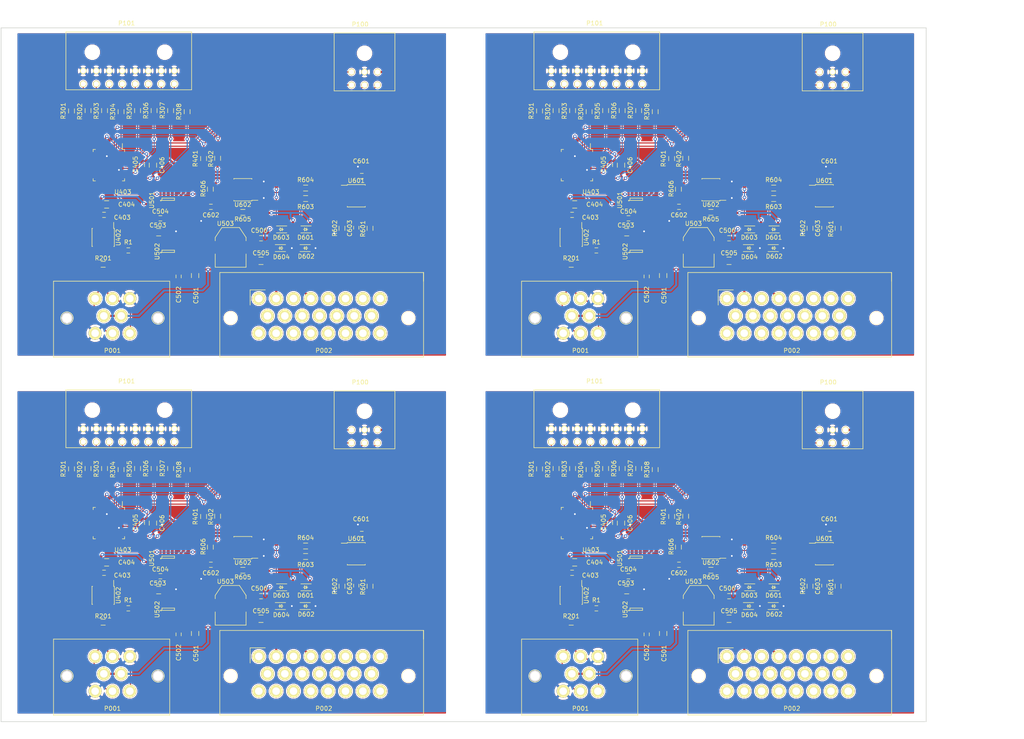
<source format=kicad_pcb>
(kicad_pcb (version 4) (host pcbnew 4.0.1-stable)
  (layers (0 F.Cu signal) (31 B.Cu signal) (34 B.Paste user) (35 F.Paste user) (36 B.SilkS user) (37 F.SilkS user) (38 B.Mask user) (39 F.Mask user) (44 Edge.Cuts user))
  (net 0 "")
  (net 1 "Net-(P002-Pad23)")
  (net 2 "Net-(P002-Pad22)")
  (net 3 "Net-(P002-Pad21)")
  (net 4 "Net-(P002-Pad20)")
  (net 5 "Net-(P002-Pad19)")
  (net 6 "Net-(P002-Pad18)")
  (net 7 "Net-(P002-Pad17)")
  (net 8 "Net-(P002-Pad16)")
  (net 9 "Net-(P002-Pad15)")
  (net 10 "Net-(P002-Pad14)")
  (net 11 "Net-(P002-Pad13)")
  (net 12 "Net-(P002-Pad12)")
  (net 13 "Net-(P002-Pad11)")
  (net 14 "Net-(P002-Pad10)")
  (net 15 "Net-(P002-Pad8)")
  (net 16 "Net-(P002-Pad7)")
  (net 17 "Net-(P002-Pad6)")
  (net 18 "Net-(P002-Pad3)")
  (net 19 "Net-(P002-Pad1)")
  (net 20 "Net-(P002-Pad9)")
  (net 21 "Net-(P101-Pad10)")
  (net 22 "Net-(P101-Pad12)")
  (net 23 "Net-(P101-Pad14)")
  (net 24 "Net-(P101-Pad16)")
  (net 25 GND)
  (net 26 +3V3)
  (net 27 /BACK_PANEL/CANH)
  (net 28 /FRONT_PANEL/MCU_RESET_N)
  (net 29 /FRONT_PANEL/MCU_PROG_N)
  (net 30 /FRONT_PANEL/RXD)
  (net 31 /FRONT_PANEL/TXD)
  (net 32 /FRONT_PANEL/LED0)
  (net 33 /FRONT_PANEL/LED2)
  (net 34 /FRONT_PANEL/LED4)
  (net 35 /FRONT_PANEL/LED6)
  (net 36 /FRONT_PANEL/LED1)
  (net 37 /FRONT_PANEL/LED3)
  (net 38 /FRONT_PANEL/LED5)
  (net 39 /FRONT_PANEL/LED7)
  (net 40 /Micro_Controller/PIO0_1)
  (net 41 "Net-(U403-Pad6)")
  (net 42 "Net-(U403-Pad7)")
  (net 43 "Net-(U403-Pad10)")
  (net 44 /Micro_Controller/PIO2_1)
  (net 45 /Micro_Controller/PIO0_3)
  (net 46 /Micro_Controller/PIO0_4)
  (net 47 /Micro_Controller/PIO0_5)
  (net 48 /Micro_Controller/PIO1_9)
  (net 49 /Micro_Controller/PIO2_4)
  (net 50 "Net-(U403-Pad21)")
  (net 51 "Net-(U403-Pad22)")
  (net 52 "Net-(U403-Pad23)")
  (net 53 "Net-(U403-Pad24)")
  (net 54 "Net-(U403-Pad25)")
  (net 55 /Micro_Controller/PIO2_2)
  (net 56 "Net-(U403-Pad27)")
  (net 57 "Net-(U403-Pad28)")
  (net 58 "Net-(U403-Pad29)")
  (net 59 /Micro_Controller/PIO1_10)
  (net 60 "Net-(U403-Pad31)")
  (net 61 /Micro_Controller/PIO0_11)
  (net 62 /Micro_Controller/PIO1_1)
  (net 63 /Micro_Controller/PIO1_2)
  (net 64 /Micro_Controller/PIO2_3)
  (net 65 /Micro_Controller/PIO1_4)
  (net 66 /Micro_Controller/PIO1_11)
  (net 67 /Micro_Controller/PIO1_5)
  (net 68 "Net-(U501-Pad4)")
  (net 69 "Net-(P101-Pad9)")
  (net 70 "Net-(P101-Pad11)")
  (net 71 "Net-(P101-Pad13)")
  (net 72 "Net-(P101-Pad15)")
  (net 73 +5V)
  (net 74 /BACK_PANEL/CANL)
  (net 75 /Micro_Controller/CAN_RXD)
  (net 76 /Micro_Controller/CAN_TXD)
  (net 77 /Micro_Controller/PIO3_2)
  (net 78 +12V)
  (net 79 "Net-(U502-Pad4)")
  (net 80 "Net-(C603-Pad1)")
  (net 81 /BACK_PANEL/WVS+)
  (net 82 /BACK_PANEL/WVS-)
  (net 83 /WVS_Conditioner/vref)
  (net 84 /Micro_Controller/WVS_PULSE)
  (net 85 "Net-(U602-Pad5)")
  (net 86 "Net-(P002-Pad5)")
  (net 87 "Net-(R1-Pad1)")
  (net 88 "Net-(U402-Pad5)")
  (net 89 VCC)
  (module Connectors_Molex:Connector_Microfit3_Header_02x03_Angled_43045-060x (layer F.Cu) (at 103.68 27.96 180)
    (fp_text reference P100 (at -2 11 180) (layer F.SilkS))
    (fp_text value ISP)
    (pad 1 thru_hole circle (at 0 0 180) (size 1.5 1.5) (drill 1.1) (layers *.Cu *.Mask F.SilkS) (net 31 /FRONT_PANEL/TXD))
    (pad 4 thru_hole circle (at 0 -3 180) (size 1.5 1.5) (drill 1.1) (layers *.Cu *.Mask F.SilkS) (net 30 /FRONT_PANEL/RXD))
    (pad 5 thru_hole circle (at -3 -3 180) (size 1.5 1.5) (drill 1.1) (layers *.Cu *.Mask F.SilkS) (net 28 /FRONT_PANEL/MCU_RESET_N))
    (pad 2 thru_hole circle (at -3 0 180) (size 1.5 1.5) (drill 1.1) (layers *.Cu *.Mask F.SilkS) (net 25 GND))
    (pad 6 thru_hole circle (at -6 -3 180) (size 1.5 1.5) (drill 1.1) (layers *.Cu *.Mask F.SilkS) (net 29 /FRONT_PANEL/MCU_PROG_N))
    (pad 3 thru_hole circle (at -6 0 180) (size 1.5 1.5) (drill 1.1) (layers *.Cu *.Mask F.SilkS) (net 73 +5V))
    (pad "" np_thru_hole circle (at -3 4.32 180) (size 3.1 3.1) (drill 3.1) (layers *.Cu *.Mask F.SilkS))
  )
  (module MITEVT_AUTOMOTIVECON:776280-1 (layer F.Cu) (at 44.55 88.21)
    (fp_text reference P001 (at 4 4) (layer F.SilkS))
    (fp_text value CANCONNECTOR)
    (pad 6 thru_hole circle (at 0 0) (size 3 3) (drill 1.75) (layers *.Cu *.Mask F.SilkS) (net 25 GND))
    (pad 1 thru_hole circle (at 0 -8) (size 3 3) (drill 1.75) (layers *.Cu *.Mask F.SilkS) (net 74 /BACK_PANEL/CANL))
    (pad 2 thru_hole circle (at 4 -8) (size 3 3) (drill 1.75) (layers *.Cu *.Mask F.SilkS) (net 27 /BACK_PANEL/CANH))
    (pad 3 thru_hole circle (at 8 -8) (size 3 3) (drill 1.75) (layers *.Cu *.Mask F.SilkS) (net 25 GND))
    (pad 7 thru_hole circle (at 4 0) (size 3 3) (drill 1.75) (layers *.Cu *.Mask F.SilkS) (net 74 /BACK_PANEL/CANL))
    (pad 8 thru_hole circle (at 8 0) (size 3 3) (drill 1.75) (layers *.Cu *.Mask F.SilkS) (net 27 /BACK_PANEL/CANH))
    (pad 5 thru_hole circle (at 6 -4) (size 3 3) (drill 1.75) (layers *.Cu *.Mask F.SilkS) (net 78 +12V))
    (pad 4 thru_hole circle (at 2 -4) (size 3 3) (drill 1.75) (layers *.Cu *.Mask F.SilkS) (net 78 +12V))
    (pad 9 thru_hole circle (at -6.5 -3.5) (size 2 2) (drill 2) (layers *.Cu *.Mask F.SilkS))
    (pad 10 thru_hole circle (at 14.5 -3.5) (size 2 2) (drill 2) (layers *.Cu *.Mask F.SilkS))
  )
  (module MITEVT_AUTOMOTIVECON:776087-1 (layer F.Cu) (at 82.296 80.21)
    (fp_text reference P002 (at 15 12) (layer F.SilkS))
    (fp_text value AUXCONNECTOR)
    (pad 25 thru_hole circle (at 34.5 4.5) (size 2.85 2.85) (drill 2.85) (layers *.Cu *.Mask F.SilkS))
    (pad 23 thru_hole circle (at 28 8) (size 3 3) (drill 1.75) (layers *.Cu *.Mask F.SilkS) (net 1 "Net-(P002-Pad23)"))
    (pad 22 thru_hole circle (at 24 8) (size 3 3) (drill 1.75) (layers *.Cu *.Mask F.SilkS) (net 2 "Net-(P002-Pad22)"))
    (pad 21 thru_hole circle (at 20 8) (size 3 3) (drill 1.75) (layers *.Cu *.Mask F.SilkS) (net 3 "Net-(P002-Pad21)"))
    (pad 20 thru_hole circle (at 16 8) (size 3 3) (drill 1.75) (layers *.Cu *.Mask F.SilkS) (net 4 "Net-(P002-Pad20)"))
    (pad 19 thru_hole circle (at 12 8) (size 3 3) (drill 1.75) (layers *.Cu *.Mask F.SilkS) (net 5 "Net-(P002-Pad19)"))
    (pad 18 thru_hole circle (at 8 8) (size 3 3) (drill 1.75) (layers *.Cu *.Mask F.SilkS) (net 6 "Net-(P002-Pad18)"))
    (pad 17 thru_hole circle (at 4 8) (size 3 3) (drill 1.75) (layers *.Cu *.Mask F.SilkS) (net 7 "Net-(P002-Pad17)"))
    (pad 16 thru_hole circle (at 0 8) (size 3 3) (drill 1.75) (layers *.Cu *.Mask F.SilkS) (net 8 "Net-(P002-Pad16)"))
    (pad 15 thru_hole circle (at 26 4) (size 3 3) (drill 1.75) (layers *.Cu *.Mask F.SilkS) (net 9 "Net-(P002-Pad15)"))
    (pad 14 thru_hole circle (at 22 4) (size 3 3) (drill 1.75) (layers *.Cu *.Mask F.SilkS) (net 10 "Net-(P002-Pad14)"))
    (pad 13 thru_hole circle (at 18 4) (size 3 3) (drill 1.75) (layers *.Cu *.Mask F.SilkS) (net 11 "Net-(P002-Pad13)"))
    (pad 12 thru_hole circle (at 14 4) (size 3 3) (drill 1.75) (layers *.Cu *.Mask F.SilkS) (net 12 "Net-(P002-Pad12)"))
    (pad 11 thru_hole circle (at 10 4) (size 3 3) (drill 1.75) (layers *.Cu *.Mask F.SilkS) (net 13 "Net-(P002-Pad11)"))
    (pad 10 thru_hole circle (at 6 4) (size 3 3) (drill 1.75) (layers *.Cu *.Mask F.SilkS) (net 14 "Net-(P002-Pad10)"))
    (pad 2 thru_hole circle (at 4 0) (size 3 3) (drill 1.75) (layers *.Cu *.Mask F.SilkS) (net 82 /BACK_PANEL/WVS-))
    (pad 8 thru_hole circle (at 28 0) (size 3 3) (drill 1.75) (layers *.Cu *.Mask F.SilkS) (net 15 "Net-(P002-Pad8)"))
    (pad 7 thru_hole circle (at 24 0) (size 3 3) (drill 1.75) (layers *.Cu *.Mask F.SilkS) (net 16 "Net-(P002-Pad7)"))
    (pad 6 thru_hole circle (at 20 0) (size 3 3) (drill 1.75) (layers *.Cu *.Mask F.SilkS) (net 17 "Net-(P002-Pad6)"))
    (pad 5 thru_hole circle (at 16 0) (size 3 3) (drill 1.75) (layers *.Cu *.Mask F.SilkS) (net 86 "Net-(P002-Pad5)"))
    (pad 4 thru_hole circle (at 12 0) (size 3 3) (drill 1.75) (layers *.Cu *.Mask F.SilkS) (net 81 /BACK_PANEL/WVS+))
    (pad 3 thru_hole circle (at 8 0) (size 3 3) (drill 1.75) (layers *.Cu *.Mask F.SilkS) (net 18 "Net-(P002-Pad3)"))
    (pad 1 thru_hole circle (at 0 0) (size 3 3) (drill 1.75) (layers *.Cu *.Mask F.SilkS) (net 19 "Net-(P002-Pad1)"))
    (pad 9 thru_hole circle (at 2 4) (size 3 3) (drill 1.75) (layers *.Cu *.Mask F.SilkS) (net 20 "Net-(P002-Pad9)"))
    (pad 24 thru_hole circle (at -6.5 4.5) (size 2.85 2.85) (drill 2.85) (layers *.Cu *.Mask F.SilkS))
  )
  (module Connectors_Molex:Connector_Microfit3_Header_02x08_Angled_43045-160x (layer F.Cu) (at 41.8 27.71 180)
    (fp_text reference P101 (at -10 11 180) (layer F.SilkS))
    (fp_text value DEBUG_LED)
    (pad 9 thru_hole circle (at 0 -3 180) (size 1.5 1.5) (drill 1.1) (layers *.Cu *.Mask F.SilkS) (net 69 "Net-(P101-Pad9)"))
    (pad 1 thru_hole circle (at 0 0 180) (size 1.5 1.5) (drill 1.1) (layers *.Cu *.Mask F.SilkS) (net 25 GND))
    (pad 2 thru_hole circle (at -3 0 180) (size 1.5 1.5) (drill 1.1) (layers *.Cu *.Mask F.SilkS) (net 25 GND))
    (pad 10 thru_hole circle (at -3 -3 180) (size 1.5 1.5) (drill 1.1) (layers *.Cu *.Mask F.SilkS) (net 21 "Net-(P101-Pad10)"))
    (pad 11 thru_hole circle (at -6 -3 180) (size 1.5 1.5) (drill 1.1) (layers *.Cu *.Mask F.SilkS) (net 70 "Net-(P101-Pad11)"))
    (pad 3 thru_hole circle (at -6 0 180) (size 1.5 1.5) (drill 1.1) (layers *.Cu *.Mask F.SilkS) (net 25 GND))
    (pad 4 thru_hole circle (at -9 0 180) (size 1.5 1.5) (drill 1.1) (layers *.Cu *.Mask F.SilkS) (net 25 GND))
    (pad 12 thru_hole circle (at -9 -3 180) (size 1.5 1.5) (drill 1.1) (layers *.Cu *.Mask F.SilkS) (net 22 "Net-(P101-Pad12)"))
    (pad "" np_thru_hole circle (at -2.1 4.32 180) (size 3.1 3.1) (drill 3.1) (layers *.Cu *.Mask F.SilkS))
    (pad 13 thru_hole circle (at -12 -3 180) (size 1.5 1.5) (drill 1.1) (layers *.Cu *.Mask F.SilkS) (net 71 "Net-(P101-Pad13)"))
    (pad 5 thru_hole circle (at -12 0 180) (size 1.5 1.5) (drill 1.1) (layers *.Cu *.Mask F.SilkS) (net 25 GND))
    (pad 6 thru_hole circle (at -15 0 180) (size 1.5 1.5) (drill 1.1) (layers *.Cu *.Mask F.SilkS) (net 25 GND))
    (pad 14 thru_hole circle (at -15 -3 180) (size 1.5 1.5) (drill 1.1) (layers *.Cu *.Mask F.SilkS) (net 23 "Net-(P101-Pad14)"))
    (pad 15 thru_hole circle (at -18 -3 180) (size 1.5 1.5) (drill 1.1) (layers *.Cu *.Mask F.SilkS) (net 72 "Net-(P101-Pad15)"))
    (pad 7 thru_hole circle (at -18 0 180) (size 1.5 1.5) (drill 1.1) (layers *.Cu *.Mask F.SilkS) (net 25 GND))
    (pad 16 thru_hole circle (at -21 -3 180) (size 1.5 1.5) (drill 1.1) (layers *.Cu *.Mask F.SilkS) (net 24 "Net-(P101-Pad16)"))
    (pad 8 thru_hole circle (at -21 0 180) (size 1.5 1.5) (drill 1.1) (layers *.Cu *.Mask F.SilkS) (net 25 GND))
    (pad "" np_thru_hole circle (at -18.8 4.32 180) (size 3.1 3.1) (drill 3.1) (layers *.Cu *.Mask F.SilkS))
  )
  (module Capacitors_SMD:C_0603 (layer F.Cu) (at 46.6 60.91)
    (fp_text reference C403 (at 4.2 0.6) (layer F.SilkS))
    (fp_text value 0.1uF)
    (pad 1 smd rect (at -0.75 0) (size 0.8 0.75) (layers F.Cu F.Paste F.Mask) (net 73 +5V))
    (pad 2 smd rect (at 0.75 0) (size 0.8 0.75) (layers F.Cu F.Paste F.Mask) (net 25 GND))
  )
  (module Capacitors_SMD:C_0805_HandSoldering (layer F.Cu) (at 47.2 58.51)
    (fp_text reference C404 (at 4.6 0) (layer F.SilkS))
    (fp_text value 10uF)
    (pad 1 smd rect (at -1.25 0) (size 1.5 1.25) (layers F.Cu F.Paste F.Mask) (net 73 +5V))
    (pad 2 smd rect (at 1.25 0) (size 1.5 1.25) (layers F.Cu F.Paste F.Mask) (net 25 GND))
  )
  (module Capacitors_SMD:C_0603_HandSoldering (layer F.Cu) (at 55.34 49.45 270)
    (fp_text reference C405 (at -0.174 1.492 270) (layer F.SilkS))
    (fp_text value 0.1uF)
    (pad 1 smd rect (at -0.95 0 270) (size 1.2 0.75) (layers F.Cu F.Paste F.Mask) (net 26 +3V3))
    (pad 2 smd rect (at 0.95 0 270) (size 1.2 0.75) (layers F.Cu F.Paste F.Mask) (net 25 GND))
  )
  (module Capacitors_SMD:C_0805_HandSoldering (layer F.Cu) (at 57.88 49.45 270)
    (fp_text reference C406 (at 0 -2.1 270) (layer F.SilkS))
    (fp_text value 10uF)
    (pad 1 smd rect (at -1.25 0 270) (size 1.5 1.25) (layers F.Cu F.Paste F.Mask) (net 26 +3V3))
    (pad 2 smd rect (at 1.25 0 270) (size 1.5 1.25) (layers F.Cu F.Paste F.Mask) (net 25 GND))
  )
  (module Resistors_SMD:R_0603_HandSoldering (layer F.Cu) (at 46.4 72.31)
    (fp_text reference R201 (at 0 -1.4) (layer F.SilkS))
    (fp_text value 120)
    (pad 1 smd rect (at -1.1 0) (size 1.2 0.9) (layers F.Cu F.Paste F.Mask) (net 74 /BACK_PANEL/CANL))
    (pad 2 smd rect (at 1.1 0) (size 1.2 0.9) (layers F.Cu F.Paste F.Mask) (net 27 /BACK_PANEL/CANH))
  )
  (module Resistors_SMD:R_0603_HandSoldering (layer F.Cu) (at 39.1 36.94 90)
    (fp_text reference R301 (at 0 -1.9 90) (layer F.SilkS))
    (fp_text value 100)
    (pad 1 smd rect (at -1.1 0 90) (size 1.2 0.9) (layers F.Cu F.Paste F.Mask) (net 32 /FRONT_PANEL/LED0))
    (pad 2 smd rect (at 1.1 0 90) (size 1.2 0.9) (layers F.Cu F.Paste F.Mask) (net 69 "Net-(P101-Pad9)"))
  )
  (module Resistors_SMD:R_0603_HandSoldering (layer F.Cu) (at 42.91 36.86 270)
    (fp_text reference R302 (at 0.224 1.889 450) (layer F.SilkS))
    (fp_text value 100)
    (pad 1 smd rect (at -1.1 0 270) (size 1.2 0.9) (layers F.Cu F.Paste F.Mask) (net 21 "Net-(P101-Pad10)"))
    (pad 2 smd rect (at 1.1 0 270) (size 1.2 0.9) (layers F.Cu F.Paste F.Mask) (net 36 /FRONT_PANEL/LED1))
  )
  (module Resistors_SMD:R_0603_HandSoldering (layer F.Cu) (at 46.72 36.86 270)
    (fp_text reference R303 (at 0.097 1.889 270) (layer F.SilkS))
    (fp_text value 100)
    (pad 1 smd rect (at -1.1 0 270) (size 1.2 0.9) (layers F.Cu F.Paste F.Mask) (net 70 "Net-(P101-Pad11)"))
    (pad 2 smd rect (at 1.1 0 270) (size 1.2 0.9) (layers F.Cu F.Paste F.Mask) (net 33 /FRONT_PANEL/LED2))
  )
  (module Resistors_SMD:R_0603_HandSoldering (layer F.Cu) (at 50.53 37.11 90)
    (fp_text reference R304 (at 0 -1.9 90) (layer F.SilkS))
    (fp_text value 100)
    (pad 1 smd rect (at -1.1 0 90) (size 1.2 0.9) (layers F.Cu F.Paste F.Mask) (net 37 /FRONT_PANEL/LED3))
    (pad 2 smd rect (at 1.1 0 90) (size 1.2 0.9) (layers F.Cu F.Paste F.Mask) (net 22 "Net-(P101-Pad12)"))
  )
  (module Resistors_SMD:R_0603_HandSoldering (layer F.Cu) (at 54.34 36.86 270)
    (fp_text reference R305 (at 0.097 1.889 270) (layer F.SilkS))
    (fp_text value 100)
    (pad 1 smd rect (at -1.1 0 270) (size 1.2 0.9) (layers F.Cu F.Paste F.Mask) (net 71 "Net-(P101-Pad13)"))
    (pad 2 smd rect (at 1.1 0 270) (size 1.2 0.9) (layers F.Cu F.Paste F.Mask) (net 34 /FRONT_PANEL/LED4))
  )
  (module Resistors_SMD:R_0603_HandSoldering (layer F.Cu) (at 58.15 36.86 90)
    (fp_text reference R306 (at 0 -1.9 90) (layer F.SilkS))
    (fp_text value 100)
    (pad 1 smd rect (at -1.1 0 90) (size 1.2 0.9) (layers F.Cu F.Paste F.Mask) (net 38 /FRONT_PANEL/LED5))
    (pad 2 smd rect (at 1.1 0 90) (size 1.2 0.9) (layers F.Cu F.Paste F.Mask) (net 23 "Net-(P101-Pad14)"))
  )
  (module Resistors_SMD:R_0603_HandSoldering (layer F.Cu) (at 61.96 36.86 270)
    (fp_text reference R307 (at -0.03 1.889 270) (layer F.SilkS))
    (fp_text value 100)
    (pad 1 smd rect (at -1.1 0 270) (size 1.2 0.9) (layers F.Cu F.Paste F.Mask) (net 72 "Net-(P101-Pad15)"))
    (pad 2 smd rect (at 1.1 0 270) (size 1.2 0.9) (layers F.Cu F.Paste F.Mask) (net 35 /FRONT_PANEL/LED6))
  )
  (module Resistors_SMD:R_0603_HandSoldering (layer F.Cu) (at 65.77 37.11 90)
    (fp_text reference R308 (at 0 -1.9 90) (layer F.SilkS))
    (fp_text value 100)
    (pad 1 smd rect (at -1.1 0 90) (size 1.2 0.9) (layers F.Cu F.Paste F.Mask) (net 39 /FRONT_PANEL/LED7))
    (pad 2 smd rect (at 1.1 0 90) (size 1.2 0.9) (layers F.Cu F.Paste F.Mask) (net 24 "Net-(P101-Pad16)"))
  )
  (module Resistors_SMD:R_0603_HandSoldering (layer F.Cu) (at 69.564 47.926 90)
    (fp_text reference R401 (at 0 -1.905 90) (layer F.SilkS))
    (fp_text value 10k)
    (pad 1 smd rect (at -1.1 0 90) (size 1.2 0.9) (layers F.Cu F.Paste F.Mask) (net 26 +3V3))
    (pad 2 smd rect (at 1.1 0 90) (size 1.2 0.9) (layers F.Cu F.Paste F.Mask) (net 28 /FRONT_PANEL/MCU_RESET_N))
  )
  (module Resistors_SMD:R_0603_HandSoldering (layer F.Cu) (at 72.8025 47.8625 90)
    (fp_text reference R402 (at -0.1435 -1.5555 90) (layer F.SilkS))
    (fp_text value 10k)
    (pad 1 smd rect (at -1.1 0 90) (size 1.2 0.9) (layers F.Cu F.Paste F.Mask) (net 26 +3V3))
    (pad 2 smd rect (at 1.1 0 90) (size 1.2 0.9) (layers F.Cu F.Paste F.Mask) (net 29 /FRONT_PANEL/MCU_PROG_N))
  )
  (module Housings_QFP:LQFP-48_7x7mm_Pitch0.5mm (layer F.Cu) (at 47.72 49.45 270)
    (fp_text reference U403 (at 6.176 -3.207 360) (layer F.SilkS))
    (fp_text value LPC11C14)
    (pad 1 smd rect (at -4.35 -2.75 270) (size 1.3 0.25) (layers F.Cu F.Paste F.Mask) (net 37 /FRONT_PANEL/LED3))
    (pad 2 smd rect (at -4.35 -2.25 270) (size 1.3 0.25) (layers F.Cu F.Paste F.Mask) (net 40 /Micro_Controller/PIO0_1))
    (pad 3 smd rect (at -4.35 -1.75 270) (size 1.3 0.25) (layers F.Cu F.Paste F.Mask) (net 28 /FRONT_PANEL/MCU_RESET_N))
    (pad 4 smd rect (at -4.35 -1.25 270) (size 1.3 0.25) (layers F.Cu F.Paste F.Mask) (net 29 /FRONT_PANEL/MCU_PROG_N))
    (pad 5 smd rect (at -4.35 -0.75 270) (size 1.3 0.25) (layers F.Cu F.Paste F.Mask) (net 25 GND))
    (pad 6 smd rect (at -4.35 -0.25 270) (size 1.3 0.25) (layers F.Cu F.Paste F.Mask) (net 41 "Net-(U403-Pad6)"))
    (pad 7 smd rect (at -4.35 0.25 270) (size 1.3 0.25) (layers F.Cu F.Paste F.Mask) (net 42 "Net-(U403-Pad7)"))
    (pad 8 smd rect (at -4.35 0.75 270) (size 1.3 0.25) (layers F.Cu F.Paste F.Mask) (net 26 +3V3))
    (pad 9 smd rect (at -4.35 1.25 270) (size 1.3 0.25) (layers F.Cu F.Paste F.Mask) (net 33 /FRONT_PANEL/LED2))
    (pad 10 smd rect (at -4.35 1.75 270) (size 1.3 0.25) (layers F.Cu F.Paste F.Mask) (net 43 "Net-(U403-Pad10)"))
    (pad 11 smd rect (at -4.35 2.25 270) (size 1.3 0.25) (layers F.Cu F.Paste F.Mask) (net 36 /FRONT_PANEL/LED1))
    (pad 12 smd rect (at -4.35 2.75 270) (size 1.3 0.25) (layers F.Cu F.Paste F.Mask) (net 32 /FRONT_PANEL/LED0))
    (pad 13 smd rect (at -2.75 4.35) (size 1.3 0.25) (layers F.Cu F.Paste F.Mask) (net 44 /Micro_Controller/PIO2_1))
    (pad 14 smd rect (at -2.25 4.35) (size 1.3 0.25) (layers F.Cu F.Paste F.Mask) (net 45 /Micro_Controller/PIO0_3))
    (pad 15 smd rect (at -1.75 4.35) (size 1.3 0.25) (layers F.Cu F.Paste F.Mask) (net 46 /Micro_Controller/PIO0_4))
    (pad 16 smd rect (at -1.25 4.35) (size 1.3 0.25) (layers F.Cu F.Paste F.Mask) (net 47 /Micro_Controller/PIO0_5))
    (pad 17 smd rect (at -0.75 4.35) (size 1.3 0.25) (layers F.Cu F.Paste F.Mask) (net 48 /Micro_Controller/PIO1_9))
    (pad 18 smd rect (at -0.25 4.35) (size 1.3 0.25) (layers F.Cu F.Paste F.Mask) (net 49 /Micro_Controller/PIO2_4))
    (pad 19 smd rect (at 0.25 4.35) (size 1.3 0.25) (layers F.Cu F.Paste F.Mask) (net 75 /Micro_Controller/CAN_RXD))
    (pad 20 smd rect (at 0.75 4.35) (size 1.3 0.25) (layers F.Cu F.Paste F.Mask) (net 76 /Micro_Controller/CAN_TXD))
    (pad 21 smd rect (at 1.25 4.35) (size 1.3 0.25) (layers F.Cu F.Paste F.Mask) (net 50 "Net-(U403-Pad21)"))
    (pad 22 smd rect (at 1.75 4.35) (size 1.3 0.25) (layers F.Cu F.Paste F.Mask) (net 51 "Net-(U403-Pad22)"))
    (pad 23 smd rect (at 2.25 4.35) (size 1.3 0.25) (layers F.Cu F.Paste F.Mask) (net 52 "Net-(U403-Pad23)"))
    (pad 24 smd rect (at 2.75 4.35) (size 1.3 0.25) (layers F.Cu F.Paste F.Mask) (net 53 "Net-(U403-Pad24)"))
    (pad 25 smd rect (at 4.35 2.75 270) (size 1.3 0.25) (layers F.Cu F.Paste F.Mask) (net 54 "Net-(U403-Pad25)"))
    (pad 26 smd rect (at 4.35 2.25 270) (size 1.3 0.25) (layers F.Cu F.Paste F.Mask) (net 55 /Micro_Controller/PIO2_2))
    (pad 27 smd rect (at 4.35 1.75 270) (size 1.3 0.25) (layers F.Cu F.Paste F.Mask) (net 56 "Net-(U403-Pad27)"))
    (pad 28 smd rect (at 4.35 1.25 270) (size 1.3 0.25) (layers F.Cu F.Paste F.Mask) (net 57 "Net-(U403-Pad28)"))
    (pad 29 smd rect (at 4.35 0.75 270) (size 1.3 0.25) (layers F.Cu F.Paste F.Mask) (net 58 "Net-(U403-Pad29)"))
    (pad 30 smd rect (at 4.35 0.25 270) (size 1.3 0.25) (layers F.Cu F.Paste F.Mask) (net 59 /Micro_Controller/PIO1_10))
    (pad 31 smd rect (at 4.35 -0.25 270) (size 1.3 0.25) (layers F.Cu F.Paste F.Mask) (net 60 "Net-(U403-Pad31)"))
    (pad 32 smd rect (at 4.35 -0.75 270) (size 1.3 0.25) (layers F.Cu F.Paste F.Mask) (net 61 /Micro_Controller/PIO0_11))
    (pad 33 smd rect (at 4.35 -1.25 270) (size 1.3 0.25) (layers F.Cu F.Paste F.Mask) (net 84 /Micro_Controller/WVS_PULSE))
    (pad 34 smd rect (at 4.35 -1.75 270) (size 1.3 0.25) (layers F.Cu F.Paste F.Mask) (net 62 /Micro_Controller/PIO1_1))
    (pad 35 smd rect (at 4.35 -2.25 270) (size 1.3 0.25) (layers F.Cu F.Paste F.Mask) (net 63 /Micro_Controller/PIO1_2))
    (pad 36 smd rect (at 4.35 -2.75 270) (size 1.3 0.25) (layers F.Cu F.Paste F.Mask) (net 39 /FRONT_PANEL/LED7))
    (pad 37 smd rect (at 2.75 -4.35) (size 1.3 0.25) (layers F.Cu F.Paste F.Mask) (net 35 /FRONT_PANEL/LED6))
    (pad 38 smd rect (at 2.25 -4.35) (size 1.3 0.25) (layers F.Cu F.Paste F.Mask) (net 64 /Micro_Controller/PIO2_3))
    (pad 39 smd rect (at 1.75 -4.35) (size 1.3 0.25) (layers F.Cu F.Paste F.Mask) (net 38 /FRONT_PANEL/LED5))
    (pad 40 smd rect (at 1.25 -4.35) (size 1.3 0.25) (layers F.Cu F.Paste F.Mask) (net 65 /Micro_Controller/PIO1_4))
    (pad 41 smd rect (at 0.75 -4.35) (size 1.3 0.25) (layers F.Cu F.Paste F.Mask) (net 25 GND))
    (pad 42 smd rect (at 0.25 -4.35) (size 1.3 0.25) (layers F.Cu F.Paste F.Mask) (net 66 /Micro_Controller/PIO1_11))
    (pad 43 smd rect (at -0.25 -4.35) (size 1.3 0.25) (layers F.Cu F.Paste F.Mask) (net 77 /Micro_Controller/PIO3_2))
    (pad 44 smd rect (at -0.75 -4.35) (size 1.3 0.25) (layers F.Cu F.Paste F.Mask) (net 26 +3V3))
    (pad 45 smd rect (at -1.25 -4.35) (size 1.3 0.25) (layers F.Cu F.Paste F.Mask) (net 67 /Micro_Controller/PIO1_5))
    (pad 46 smd rect (at -1.75 -4.35) (size 1.3 0.25) (layers F.Cu F.Paste F.Mask) (net 30 /FRONT_PANEL/RXD))
    (pad 47 smd rect (at -2.25 -4.35) (size 1.3 0.25) (layers F.Cu F.Paste F.Mask) (net 31 /FRONT_PANEL/TXD))
    (pad 48 smd rect (at -2.75 -4.35) (size 1.3 0.25) (layers F.Cu F.Paste F.Mask) (net 34 /FRONT_PANEL/LED4))
  )
  (module Housings_SOT-23_SOT-143_TSOT-6:SOT-23-5 (layer F.Cu) (at 61.4 57.31 90)
    (fp_text reference U501 (at -0.2 -3.8 90) (layer F.SilkS))
    (fp_text value MCP1755-33)
    (pad 1 smd rect (at -1.1 -0.95 90) (size 1.06 0.65) (layers F.Cu F.Paste F.Mask) (net 73 +5V))
    (pad 2 smd rect (at -1.1 0 90) (size 1.06 0.65) (layers F.Cu F.Paste F.Mask) (net 25 GND))
    (pad 3 smd rect (at -1.1 0.95 90) (size 1.06 0.65) (layers F.Cu F.Paste F.Mask) (net 73 +5V))
    (pad 4 smd rect (at 1.1 0.95 90) (size 1.06 0.65) (layers F.Cu F.Paste F.Mask) (net 68 "Net-(U501-Pad4)"))
    (pad 5 smd rect (at 1.1 -0.95 90) (size 1.06 0.65) (layers F.Cu F.Paste F.Mask) (net 26 +3V3))
  )
  (module Housings_SOT-23_SOT-143_TSOT-6:SOT-23-5 (layer F.Cu) (at 61.4 69.31 90)
    (fp_text reference U502 (at -0.05 -2.55 90) (layer F.SilkS))
    (fp_text value MCP1755-5)
    (pad 1 smd rect (at -1.1 -0.95 90) (size 1.06 0.65) (layers F.Cu F.Paste F.Mask) (net 78 +12V))
    (pad 2 smd rect (at -1.1 0 90) (size 1.06 0.65) (layers F.Cu F.Paste F.Mask) (net 25 GND))
    (pad 3 smd rect (at -1.1 0.95 90) (size 1.06 0.65) (layers F.Cu F.Paste F.Mask) (net 78 +12V))
    (pad 4 smd rect (at 1.1 0.95 90) (size 1.06 0.65) (layers F.Cu F.Paste F.Mask) (net 79 "Net-(U502-Pad4)"))
    (pad 5 smd rect (at 1.1 -0.95 90) (size 1.06 0.65) (layers F.Cu F.Paste F.Mask) (net 73 +5V))
  )
  (module Capacitors_SMD:C_0603_HandSoldering (layer F.Cu) (at 106.045 51.943 180)
    (fp_text reference C601 (at 0.127 3.429 180) (layer F.SilkS))
    (fp_text value 0.1uF)
    (pad 1 smd rect (at -0.95 0 180) (size 1.2 0.75) (layers F.Cu F.Paste F.Mask) (net 89 VCC))
    (pad 2 smd rect (at 0.95 0 180) (size 1.2 0.75) (layers F.Cu F.Paste F.Mask) (net 25 GND))
  )
  (module Capacitors_SMD:C_0603_HandSoldering (layer F.Cu) (at 71.247 59.055 180)
    (fp_text reference C602 (at 0 -1.9 180) (layer F.SilkS))
    (fp_text value 0.1uF)
    (pad 1 smd rect (at -0.95 0 180) (size 1.2 0.75) (layers F.Cu F.Paste F.Mask) (net 89 VCC))
    (pad 2 smd rect (at 0.95 0 180) (size 1.2 0.75) (layers F.Cu F.Paste F.Mask) (net 25 GND))
  )
  (module Capacitors_SMD:C_0603_HandSoldering (layer F.Cu) (at 104.775 63.881 270)
    (fp_text reference C603 (at 0.127 1.524 270) (layer F.SilkS))
    (fp_text value 1uF)
    (pad 1 smd rect (at -0.95 0 270) (size 1.2 0.75) (layers F.Cu F.Paste F.Mask) (net 80 "Net-(C603-Pad1)"))
    (pad 2 smd rect (at 0.95 0 270) (size 1.2 0.75) (layers F.Cu F.Paste F.Mask) (net 25 GND))
  )
  (module Diodes_SMD:SOD-323 (layer F.Cu) (at 93.091 64.262 180)
    (fp_text reference D601 (at 0 -1.85 180) (layer F.SilkS))
    (fp_text value CUS08F30H3FCT-ND hide)
    (pad 1 smd rect (at -1.055 0 180) (size 0.59 0.45) (layers F.Cu F.Paste F.Mask) (net 89 VCC))
    (pad 2 smd rect (at 1.055 0 180) (size 0.59 0.45) (layers F.Cu F.Paste F.Mask) (net 81 /BACK_PANEL/WVS+))
  )
  (module Diodes_SMD:SOD-323 (layer F.Cu) (at 93.091 68.58)
    (fp_text reference D602 (at 0.127 1.905) (layer F.SilkS))
    (fp_text value CUS08F30H3FCT-ND hide)
    (pad 1 smd rect (at -1.055 0) (size 0.59 0.45) (layers F.Cu F.Paste F.Mask) (net 81 /BACK_PANEL/WVS+))
    (pad 2 smd rect (at 1.055 0) (size 0.59 0.45) (layers F.Cu F.Paste F.Mask) (net 25 GND))
  )
  (module Diodes_SMD:SOD-323 (layer F.Cu) (at 87.464 64.262 180)
    (fp_text reference D603 (at 0 -1.85 180) (layer F.SilkS))
    (fp_text value CUS08F30H3FCT-ND hide)
    (pad 1 smd rect (at -1.055 0 180) (size 0.59 0.45) (layers F.Cu F.Paste F.Mask) (net 89 VCC))
    (pad 2 smd rect (at 1.055 0 180) (size 0.59 0.45) (layers F.Cu F.Paste F.Mask) (net 82 /BACK_PANEL/WVS-))
  )
  (module Diodes_SMD:SOD-323 (layer F.Cu) (at 87.376 68.58)
    (fp_text reference D604 (at 0.127 2.032) (layer F.SilkS))
    (fp_text value CUS08F30H3FCT-ND hide)
    (pad 1 smd rect (at -1.055 0) (size 0.59 0.45) (layers F.Cu F.Paste F.Mask) (net 82 /BACK_PANEL/WVS-))
    (pad 2 smd rect (at 1.055 0) (size 0.59 0.45) (layers F.Cu F.Paste F.Mask) (net 25 GND))
  )
  (module Resistors_SMD:R_0603_HandSoldering (layer F.Cu) (at 107.95 64.008 90)
    (fp_text reference R601 (at -0.127 -1.651 90) (layer F.SilkS))
    (fp_text value 1k)
    (pad 1 smd rect (at -1.1 0 90) (size 1.2 0.9) (layers F.Cu F.Paste F.Mask) (net 89 VCC))
    (pad 2 smd rect (at 1.1 0 90) (size 1.2 0.9) (layers F.Cu F.Paste F.Mask) (net 80 "Net-(C603-Pad1)"))
  )
  (module Resistors_SMD:R_0603_HandSoldering (layer F.Cu) (at 101.473 64.008 270)
    (fp_text reference R602 (at 0 1.651 270) (layer F.SilkS))
    (fp_text value 1k)
    (pad 1 smd rect (at -1.1 0 270) (size 1.2 0.9) (layers F.Cu F.Paste F.Mask) (net 80 "Net-(C603-Pad1)"))
    (pad 2 smd rect (at 1.1 0 270) (size 1.2 0.9) (layers F.Cu F.Paste F.Mask) (net 25 GND))
  )
  (module Resistors_SMD:R_0603_HandSoldering (layer F.Cu) (at 93.091 57.15 180)
    (fp_text reference R603 (at 0 -1.9 180) (layer F.SilkS))
    (fp_text value 1k)
    (pad 1 smd rect (at -1.1 0 180) (size 1.2 0.9) (layers F.Cu F.Paste F.Mask) (net 83 /WVS_Conditioner/vref))
    (pad 2 smd rect (at 1.1 0 180) (size 1.2 0.9) (layers F.Cu F.Paste F.Mask) (net 81 /BACK_PANEL/WVS+))
  )
  (module Resistors_SMD:R_0603_HandSoldering (layer F.Cu) (at 93.091 54.737)
    (fp_text reference R604 (at 0 -1.9) (layer F.SilkS))
    (fp_text value 1k)
    (pad 1 smd rect (at -1.1 0) (size 1.2 0.9) (layers F.Cu F.Paste F.Mask) (net 82 /BACK_PANEL/WVS-))
    (pad 2 smd rect (at 1.1 0) (size 1.2 0.9) (layers F.Cu F.Paste F.Mask) (net 83 /WVS_Conditioner/vref))
  )
  (module Resistors_SMD:R_0603_HandSoldering (layer F.Cu) (at 78.613 60.325)
    (fp_text reference R605 (at -0.013 1.585) (layer F.SilkS))
    (fp_text value 87k)
    (pad 1 smd rect (at -1.1 0) (size 1.2 0.9) (layers F.Cu F.Paste F.Mask) (net 84 /Micro_Controller/WVS_PULSE))
    (pad 2 smd rect (at 1.1 0) (size 1.2 0.9) (layers F.Cu F.Paste F.Mask) (net 81 /BACK_PANEL/WVS+))
  )
  (module Resistors_SMD:R_0603_HandSoldering (layer F.Cu) (at 71.12 54.991 270)
    (fp_text reference R606 (at -0.127 1.651 270) (layer F.SilkS))
    (fp_text value 1k)
    (pad 1 smd rect (at -1.1 0 270) (size 1.2 0.9) (layers F.Cu F.Paste F.Mask) (net 26 +3V3))
    (pad 2 smd rect (at 1.1 0 270) (size 1.2 0.9) (layers F.Cu F.Paste F.Mask) (net 84 /Micro_Controller/WVS_PULSE))
  )
  (module Housings_SOIC:SOIC-8_3.9x4.9mm_Pitch1.27mm (layer F.Cu) (at 104.775 56.515)
    (fp_text reference U601 (at 0 -3.5) (layer F.SilkS))
    (fp_text value LM358)
    (pad 1 smd rect (at -2.7 -1.905) (size 1.55 0.6) (layers F.Cu F.Paste F.Mask) (net 83 /WVS_Conditioner/vref))
    (pad 2 smd rect (at -2.7 -0.635) (size 1.55 0.6) (layers F.Cu F.Paste F.Mask) (net 83 /WVS_Conditioner/vref))
    (pad 3 smd rect (at -2.7 0.635) (size 1.55 0.6) (layers F.Cu F.Paste F.Mask) (net 80 "Net-(C603-Pad1)"))
    (pad 4 smd rect (at -2.7 1.905) (size 1.55 0.6) (layers F.Cu F.Paste F.Mask) (net 25 GND))
    (pad 5 smd rect (at 2.7 1.905) (size 1.55 0.6) (layers F.Cu F.Paste F.Mask))
    (pad 6 smd rect (at 2.7 0.635) (size 1.55 0.6) (layers F.Cu F.Paste F.Mask))
    (pad 7 smd rect (at 2.7 -0.635) (size 1.55 0.6) (layers F.Cu F.Paste F.Mask))
    (pad 8 smd rect (at 2.7 -1.905) (size 1.55 0.6) (layers F.Cu F.Paste F.Mask) (net 89 VCC))
  )
  (module Housings_SOIC:SOIC-8_3.9x4.9mm_Pitch1.27mm (layer F.Cu) (at 78.613 55.118 180)
    (fp_text reference U602 (at 0 -3.429 180) (layer F.SilkS))
    (fp_text value LM311N)
    (pad 1 smd rect (at -2.7 -1.905 180) (size 1.55 0.6) (layers F.Cu F.Paste F.Mask) (net 25 GND))
    (pad 2 smd rect (at -2.7 -0.635 180) (size 1.55 0.6) (layers F.Cu F.Paste F.Mask) (net 81 /BACK_PANEL/WVS+))
    (pad 3 smd rect (at -2.7 0.635 180) (size 1.55 0.6) (layers F.Cu F.Paste F.Mask) (net 82 /BACK_PANEL/WVS-))
    (pad 4 smd rect (at -2.7 1.905 180) (size 1.55 0.6) (layers F.Cu F.Paste F.Mask) (net 25 GND))
    (pad 5 smd rect (at 2.7 1.905 180) (size 1.55 0.6) (layers F.Cu F.Paste F.Mask) (net 85 "Net-(U602-Pad5)"))
    (pad 6 smd rect (at 2.7 0.635 180) (size 1.55 0.6) (layers F.Cu F.Paste F.Mask) (net 85 "Net-(U602-Pad5)"))
    (pad 7 smd rect (at 2.7 -0.635 180) (size 1.55 0.6) (layers F.Cu F.Paste F.Mask) (net 84 /Micro_Controller/WVS_PULSE))
    (pad 8 smd rect (at 2.7 -1.905 180) (size 1.55 0.6) (layers F.Cu F.Paste F.Mask) (net 89 VCC))
  )
  (module Capacitors_SMD:C_0805_HandSoldering (layer F.Cu) (at 67.6 74.91 270)
    (fp_text reference C501 (at 4.6 -0.2 270) (layer F.SilkS))
    (fp_text value 10μ)
    (pad 1 smd rect (at -1.25 0 270) (size 1.5 1.25) (layers F.Cu F.Paste F.Mask) (net 78 +12V))
    (pad 2 smd rect (at 1.25 0 270) (size 1.5 1.25) (layers F.Cu F.Paste F.Mask) (net 25 GND))
  )
  (module Capacitors_SMD:C_0603_HandSoldering (layer F.Cu) (at 63.8 75.11 270)
    (fp_text reference C502 (at 4.2 0 270) (layer F.SilkS))
    (fp_text value .1μ)
    (pad 1 smd rect (at -0.95 0 270) (size 1.2 0.75) (layers F.Cu F.Paste F.Mask) (net 78 +12V))
    (pad 2 smd rect (at 0.95 0 270) (size 1.2 0.75) (layers F.Cu F.Paste F.Mask) (net 25 GND))
  )
  (module Capacitors_SMD:C_0805_HandSoldering (layer F.Cu) (at 59.2 64.91 180)
    (fp_text reference C503 (at 0.2 1.6 180) (layer F.SilkS))
    (fp_text value 10μ)
    (pad 1 smd rect (at -1.25 0 180) (size 1.5 1.25) (layers F.Cu F.Paste F.Mask) (net 73 +5V))
    (pad 2 smd rect (at 1.25 0 180) (size 1.5 1.25) (layers F.Cu F.Paste F.Mask) (net 25 GND))
  )
  (module Capacitors_SMD:C_0603_HandSoldering (layer F.Cu) (at 59.6 61.71 180)
    (fp_text reference C504 (at 0 1.6 180) (layer F.SilkS))
    (fp_text value .1μ)
    (pad 1 smd rect (at -0.95 0 180) (size 1.2 0.75) (layers F.Cu F.Paste F.Mask) (net 73 +5V))
    (pad 2 smd rect (at 0.95 0 180) (size 1.2 0.75) (layers F.Cu F.Paste F.Mask) (net 25 GND))
  )
  (module Capacitors_SMD:C_0603_HandSoldering (layer F.Cu) (at 52.2 69.11)
    (fp_text reference R1 (at 0 -1.9) (layer F.SilkS))
    (fp_text value 20k)
    (pad 1 smd rect (at -0.95 0) (size 1.2 0.75) (layers F.Cu F.Paste F.Mask) (net 87 "Net-(R1-Pad1)"))
    (pad 2 smd rect (at 0.95 0) (size 1.2 0.75) (layers F.Cu F.Paste F.Mask) (net 25 GND))
  )
  (module Housings_SOIC:SOIC-8_3.9x4.9mm_Pitch1.27mm (layer F.Cu) (at 46.4 66.11 270)
    (fp_text reference U402 (at 0 -3.5 270) (layer F.SilkS))
    (fp_text value MCP2551-I/SN)
    (pad 1 smd rect (at -2.7 -1.905 270) (size 1.55 0.6) (layers F.Cu F.Paste F.Mask) (net 76 /Micro_Controller/CAN_TXD))
    (pad 2 smd rect (at -2.7 -0.635 270) (size 1.55 0.6) (layers F.Cu F.Paste F.Mask) (net 25 GND))
    (pad 3 smd rect (at -2.7 0.635 270) (size 1.55 0.6) (layers F.Cu F.Paste F.Mask) (net 73 +5V))
    (pad 4 smd rect (at -2.7 1.905 270) (size 1.55 0.6) (layers F.Cu F.Paste F.Mask) (net 75 /Micro_Controller/CAN_RXD))
    (pad 5 smd rect (at 2.7 1.905 270) (size 1.55 0.6) (layers F.Cu F.Paste F.Mask) (net 88 "Net-(U402-Pad5)"))
    (pad 6 smd rect (at 2.7 0.635 270) (size 1.55 0.6) (layers F.Cu F.Paste F.Mask) (net 74 /BACK_PANEL/CANL))
    (pad 7 smd rect (at 2.7 -0.635 270) (size 1.55 0.6) (layers F.Cu F.Paste F.Mask) (net 27 /BACK_PANEL/CANH))
    (pad 8 smd rect (at 2.7 -1.905 270) (size 1.55 0.6) (layers F.Cu F.Paste F.Mask) (net 87 "Net-(R1-Pad1)"))
  )
  (module TO_SOT_Packages_SMD:SOT-223 (layer F.Cu) (at 75.8 68.412)
    (fp_text reference U503 (at -1.2 -5.502) (layer F.SilkS))
    (fp_text value Zsr1000gta)
    (pad 4 smd rect (at 0 -3.302) (size 3.6576 2.032) (layers F.Cu F.Paste F.Mask) (net 25 GND))
    (pad 2 smd rect (at 0 3.302) (size 1.016 2.032) (layers F.Cu F.Paste F.Mask) (net 25 GND))
    (pad 3 smd rect (at 2.286 3.302) (size 1.016 2.032) (layers F.Cu F.Paste F.Mask) (net 89 VCC))
    (pad 1 smd rect (at -2.286 3.302) (size 1.016 2.032) (layers F.Cu F.Paste F.Mask) (net 78 +12V))
  )
  (module Capacitors_SMD:C_0805_HandSoldering (layer F.Cu) (at 82.8 71.51)
    (fp_text reference C505 (at 0 -1.8) (layer F.SilkS))
    (fp_text value 10μ)
    (pad 1 smd rect (at -1.25 0) (size 1.5 1.25) (layers F.Cu F.Paste F.Mask) (net 89 VCC))
    (pad 2 smd rect (at 1.25 0) (size 1.5 1.25) (layers F.Cu F.Paste F.Mask) (net 25 GND))
  )
  (module Capacitors_SMD:C_0603_HandSoldering (layer F.Cu) (at 82.8 66.31)
    (fp_text reference C506 (at -0.4 -1.8) (layer F.SilkS))
    (fp_text value .1μ)
    (pad 1 smd rect (at -0.95 0) (size 1.2 0.75) (layers F.Cu F.Paste F.Mask) (net 89 VCC))
    (pad 2 smd rect (at 0.95 0) (size 1.2 0.75) (layers F.Cu F.Paste F.Mask) (net 25 GND))
  )
  (module Connectors_Molex:Connector_Microfit3_Header_02x03_Angled_43045-060x (layer F.Cu) (at 211.63 27.96 180)
    (fp_text reference P100 (at -2 11 180) (layer F.SilkS))
    (fp_text value ISP)
    (pad 1 thru_hole circle (at 0 0 180) (size 1.5 1.5) (drill 1.1) (layers *.Cu *.Mask F.SilkS) (net 31 /FRONT_PANEL/TXD))
    (pad 4 thru_hole circle (at 0 -3 180) (size 1.5 1.5) (drill 1.1) (layers *.Cu *.Mask F.SilkS) (net 30 /FRONT_PANEL/RXD))
    (pad 5 thru_hole circle (at -3 -3 180) (size 1.5 1.5) (drill 1.1) (layers *.Cu *.Mask F.SilkS) (net 28 /FRONT_PANEL/MCU_RESET_N))
    (pad 2 thru_hole circle (at -3 0 180) (size 1.5 1.5) (drill 1.1) (layers *.Cu *.Mask F.SilkS) (net 25 GND))
    (pad 6 thru_hole circle (at -6 -3 180) (size 1.5 1.5) (drill 1.1) (layers *.Cu *.Mask F.SilkS) (net 29 /FRONT_PANEL/MCU_PROG_N))
    (pad 3 thru_hole circle (at -6 0 180) (size 1.5 1.5) (drill 1.1) (layers *.Cu *.Mask F.SilkS) (net 73 +5V))
    (pad "" np_thru_hole circle (at -3 4.32 180) (size 3.1 3.1) (drill 3.1) (layers *.Cu *.Mask F.SilkS))
  )
  (module MITEVT_AUTOMOTIVECON:776280-1 (layer F.Cu) (at 152.5 88.21)
    (fp_text reference P001 (at 4 4) (layer F.SilkS))
    (fp_text value CANCONNECTOR)
    (pad 6 thru_hole circle (at 0 0) (size 3 3) (drill 1.75) (layers *.Cu *.Mask F.SilkS) (net 25 GND))
    (pad 1 thru_hole circle (at 0 -8) (size 3 3) (drill 1.75) (layers *.Cu *.Mask F.SilkS) (net 74 /BACK_PANEL/CANL))
    (pad 2 thru_hole circle (at 4 -8) (size 3 3) (drill 1.75) (layers *.Cu *.Mask F.SilkS) (net 27 /BACK_PANEL/CANH))
    (pad 3 thru_hole circle (at 8 -8) (size 3 3) (drill 1.75) (layers *.Cu *.Mask F.SilkS) (net 25 GND))
    (pad 7 thru_hole circle (at 4 0) (size 3 3) (drill 1.75) (layers *.Cu *.Mask F.SilkS) (net 74 /BACK_PANEL/CANL))
    (pad 8 thru_hole circle (at 8 0) (size 3 3) (drill 1.75) (layers *.Cu *.Mask F.SilkS) (net 27 /BACK_PANEL/CANH))
    (pad 5 thru_hole circle (at 6 -4) (size 3 3) (drill 1.75) (layers *.Cu *.Mask F.SilkS) (net 78 +12V))
    (pad 4 thru_hole circle (at 2 -4) (size 3 3) (drill 1.75) (layers *.Cu *.Mask F.SilkS) (net 78 +12V))
    (pad 9 thru_hole circle (at -6.5 -3.5) (size 2 2) (drill 2) (layers *.Cu *.Mask F.SilkS))
    (pad 10 thru_hole circle (at 14.5 -3.5) (size 2 2) (drill 2) (layers *.Cu *.Mask F.SilkS))
  )
  (module MITEVT_AUTOMOTIVECON:776087-1 (layer F.Cu) (at 190.246 80.21)
    (fp_text reference P002 (at 15 12) (layer F.SilkS))
    (fp_text value AUXCONNECTOR)
    (pad 25 thru_hole circle (at 34.5 4.5) (size 2.85 2.85) (drill 2.85) (layers *.Cu *.Mask F.SilkS))
    (pad 23 thru_hole circle (at 28 8) (size 3 3) (drill 1.75) (layers *.Cu *.Mask F.SilkS) (net 1 "Net-(P002-Pad23)"))
    (pad 22 thru_hole circle (at 24 8) (size 3 3) (drill 1.75) (layers *.Cu *.Mask F.SilkS) (net 2 "Net-(P002-Pad22)"))
    (pad 21 thru_hole circle (at 20 8) (size 3 3) (drill 1.75) (layers *.Cu *.Mask F.SilkS) (net 3 "Net-(P002-Pad21)"))
    (pad 20 thru_hole circle (at 16 8) (size 3 3) (drill 1.75) (layers *.Cu *.Mask F.SilkS) (net 4 "Net-(P002-Pad20)"))
    (pad 19 thru_hole circle (at 12 8) (size 3 3) (drill 1.75) (layers *.Cu *.Mask F.SilkS) (net 5 "Net-(P002-Pad19)"))
    (pad 18 thru_hole circle (at 8 8) (size 3 3) (drill 1.75) (layers *.Cu *.Mask F.SilkS) (net 6 "Net-(P002-Pad18)"))
    (pad 17 thru_hole circle (at 4 8) (size 3 3) (drill 1.75) (layers *.Cu *.Mask F.SilkS) (net 7 "Net-(P002-Pad17)"))
    (pad 16 thru_hole circle (at 0 8) (size 3 3) (drill 1.75) (layers *.Cu *.Mask F.SilkS) (net 8 "Net-(P002-Pad16)"))
    (pad 15 thru_hole circle (at 26 4) (size 3 3) (drill 1.75) (layers *.Cu *.Mask F.SilkS) (net 9 "Net-(P002-Pad15)"))
    (pad 14 thru_hole circle (at 22 4) (size 3 3) (drill 1.75) (layers *.Cu *.Mask F.SilkS) (net 10 "Net-(P002-Pad14)"))
    (pad 13 thru_hole circle (at 18 4) (size 3 3) (drill 1.75) (layers *.Cu *.Mask F.SilkS) (net 11 "Net-(P002-Pad13)"))
    (pad 12 thru_hole circle (at 14 4) (size 3 3) (drill 1.75) (layers *.Cu *.Mask F.SilkS) (net 12 "Net-(P002-Pad12)"))
    (pad 11 thru_hole circle (at 10 4) (size 3 3) (drill 1.75) (layers *.Cu *.Mask F.SilkS) (net 13 "Net-(P002-Pad11)"))
    (pad 10 thru_hole circle (at 6 4) (size 3 3) (drill 1.75) (layers *.Cu *.Mask F.SilkS) (net 14 "Net-(P002-Pad10)"))
    (pad 2 thru_hole circle (at 4 0) (size 3 3) (drill 1.75) (layers *.Cu *.Mask F.SilkS) (net 82 /BACK_PANEL/WVS-))
    (pad 8 thru_hole circle (at 28 0) (size 3 3) (drill 1.75) (layers *.Cu *.Mask F.SilkS) (net 15 "Net-(P002-Pad8)"))
    (pad 7 thru_hole circle (at 24 0) (size 3 3) (drill 1.75) (layers *.Cu *.Mask F.SilkS) (net 16 "Net-(P002-Pad7)"))
    (pad 6 thru_hole circle (at 20 0) (size 3 3) (drill 1.75) (layers *.Cu *.Mask F.SilkS) (net 17 "Net-(P002-Pad6)"))
    (pad 5 thru_hole circle (at 16 0) (size 3 3) (drill 1.75) (layers *.Cu *.Mask F.SilkS) (net 86 "Net-(P002-Pad5)"))
    (pad 4 thru_hole circle (at 12 0) (size 3 3) (drill 1.75) (layers *.Cu *.Mask F.SilkS) (net 81 /BACK_PANEL/WVS+))
    (pad 3 thru_hole circle (at 8 0) (size 3 3) (drill 1.75) (layers *.Cu *.Mask F.SilkS) (net 18 "Net-(P002-Pad3)"))
    (pad 1 thru_hole circle (at 0 0) (size 3 3) (drill 1.75) (layers *.Cu *.Mask F.SilkS) (net 19 "Net-(P002-Pad1)"))
    (pad 9 thru_hole circle (at 2 4) (size 3 3) (drill 1.75) (layers *.Cu *.Mask F.SilkS) (net 20 "Net-(P002-Pad9)"))
    (pad 24 thru_hole circle (at -6.5 4.5) (size 2.85 2.85) (drill 2.85) (layers *.Cu *.Mask F.SilkS))
  )
  (module Connectors_Molex:Connector_Microfit3_Header_02x08_Angled_43045-160x (layer F.Cu) (at 149.75 27.71 180)
    (fp_text reference P101 (at -10 11 180) (layer F.SilkS))
    (fp_text value DEBUG_LED)
    (pad 9 thru_hole circle (at 0 -3 180) (size 1.5 1.5) (drill 1.1) (layers *.Cu *.Mask F.SilkS) (net 69 "Net-(P101-Pad9)"))
    (pad 1 thru_hole circle (at 0 0 180) (size 1.5 1.5) (drill 1.1) (layers *.Cu *.Mask F.SilkS) (net 25 GND))
    (pad 2 thru_hole circle (at -3 0 180) (size 1.5 1.5) (drill 1.1) (layers *.Cu *.Mask F.SilkS) (net 25 GND))
    (pad 10 thru_hole circle (at -3 -3 180) (size 1.5 1.5) (drill 1.1) (layers *.Cu *.Mask F.SilkS) (net 21 "Net-(P101-Pad10)"))
    (pad 11 thru_hole circle (at -6 -3 180) (size 1.5 1.5) (drill 1.1) (layers *.Cu *.Mask F.SilkS) (net 70 "Net-(P101-Pad11)"))
    (pad 3 thru_hole circle (at -6 0 180) (size 1.5 1.5) (drill 1.1) (layers *.Cu *.Mask F.SilkS) (net 25 GND))
    (pad 4 thru_hole circle (at -9 0 180) (size 1.5 1.5) (drill 1.1) (layers *.Cu *.Mask F.SilkS) (net 25 GND))
    (pad 12 thru_hole circle (at -9 -3 180) (size 1.5 1.5) (drill 1.1) (layers *.Cu *.Mask F.SilkS) (net 22 "Net-(P101-Pad12)"))
    (pad "" np_thru_hole circle (at -2.1 4.32 180) (size 3.1 3.1) (drill 3.1) (layers *.Cu *.Mask F.SilkS))
    (pad 13 thru_hole circle (at -12 -3 180) (size 1.5 1.5) (drill 1.1) (layers *.Cu *.Mask F.SilkS) (net 71 "Net-(P101-Pad13)"))
    (pad 5 thru_hole circle (at -12 0 180) (size 1.5 1.5) (drill 1.1) (layers *.Cu *.Mask F.SilkS) (net 25 GND))
    (pad 6 thru_hole circle (at -15 0 180) (size 1.5 1.5) (drill 1.1) (layers *.Cu *.Mask F.SilkS) (net 25 GND))
    (pad 14 thru_hole circle (at -15 -3 180) (size 1.5 1.5) (drill 1.1) (layers *.Cu *.Mask F.SilkS) (net 23 "Net-(P101-Pad14)"))
    (pad 15 thru_hole circle (at -18 -3 180) (size 1.5 1.5) (drill 1.1) (layers *.Cu *.Mask F.SilkS) (net 72 "Net-(P101-Pad15)"))
    (pad 7 thru_hole circle (at -18 0 180) (size 1.5 1.5) (drill 1.1) (layers *.Cu *.Mask F.SilkS) (net 25 GND))
    (pad 16 thru_hole circle (at -21 -3 180) (size 1.5 1.5) (drill 1.1) (layers *.Cu *.Mask F.SilkS) (net 24 "Net-(P101-Pad16)"))
    (pad 8 thru_hole circle (at -21 0 180) (size 1.5 1.5) (drill 1.1) (layers *.Cu *.Mask F.SilkS) (net 25 GND))
    (pad "" np_thru_hole circle (at -18.8 4.32 180) (size 3.1 3.1) (drill 3.1) (layers *.Cu *.Mask F.SilkS))
  )
  (module Capacitors_SMD:C_0603 (layer F.Cu) (at 154.55 60.91)
    (fp_text reference C403 (at 4.2 0.6) (layer F.SilkS))
    (fp_text value 0.1uF)
    (pad 1 smd rect (at -0.75 0) (size 0.8 0.75) (layers F.Cu F.Paste F.Mask) (net 73 +5V))
    (pad 2 smd rect (at 0.75 0) (size 0.8 0.75) (layers F.Cu F.Paste F.Mask) (net 25 GND))
  )
  (module Capacitors_SMD:C_0805_HandSoldering (layer F.Cu) (at 155.15 58.51)
    (fp_text reference C404 (at 4.6 0) (layer F.SilkS))
    (fp_text value 10uF)
    (pad 1 smd rect (at -1.25 0) (size 1.5 1.25) (layers F.Cu F.Paste F.Mask) (net 73 +5V))
    (pad 2 smd rect (at 1.25 0) (size 1.5 1.25) (layers F.Cu F.Paste F.Mask) (net 25 GND))
  )
  (module Capacitors_SMD:C_0603_HandSoldering (layer F.Cu) (at 163.29 49.45 270)
    (fp_text reference C405 (at -0.174 1.492 270) (layer F.SilkS))
    (fp_text value 0.1uF)
    (pad 1 smd rect (at -0.95 0 270) (size 1.2 0.75) (layers F.Cu F.Paste F.Mask) (net 26 +3V3))
    (pad 2 smd rect (at 0.95 0 270) (size 1.2 0.75) (layers F.Cu F.Paste F.Mask) (net 25 GND))
  )
  (module Capacitors_SMD:C_0805_HandSoldering (layer F.Cu) (at 165.83 49.45 270)
    (fp_text reference C406 (at 0 -2.1 270) (layer F.SilkS))
    (fp_text value 10uF)
    (pad 1 smd rect (at -1.25 0 270) (size 1.5 1.25) (layers F.Cu F.Paste F.Mask) (net 26 +3V3))
    (pad 2 smd rect (at 1.25 0 270) (size 1.5 1.25) (layers F.Cu F.Paste F.Mask) (net 25 GND))
  )
  (module Resistors_SMD:R_0603_HandSoldering (layer F.Cu) (at 154.35 72.31)
    (fp_text reference R201 (at 0 -1.4) (layer F.SilkS))
    (fp_text value 120)
    (pad 1 smd rect (at -1.1 0) (size 1.2 0.9) (layers F.Cu F.Paste F.Mask) (net 74 /BACK_PANEL/CANL))
    (pad 2 smd rect (at 1.1 0) (size 1.2 0.9) (layers F.Cu F.Paste F.Mask) (net 27 /BACK_PANEL/CANH))
  )
  (module Resistors_SMD:R_0603_HandSoldering (layer F.Cu) (at 147.05 36.94 90)
    (fp_text reference R301 (at 0 -1.9 90) (layer F.SilkS))
    (fp_text value 100)
    (pad 1 smd rect (at -1.1 0 90) (size 1.2 0.9) (layers F.Cu F.Paste F.Mask) (net 32 /FRONT_PANEL/LED0))
    (pad 2 smd rect (at 1.1 0 90) (size 1.2 0.9) (layers F.Cu F.Paste F.Mask) (net 69 "Net-(P101-Pad9)"))
  )
  (module Resistors_SMD:R_0603_HandSoldering (layer F.Cu) (at 150.86 36.86 270)
    (fp_text reference R302 (at 0.224 1.889 450) (layer F.SilkS))
    (fp_text value 100)
    (pad 1 smd rect (at -1.1 0 270) (size 1.2 0.9) (layers F.Cu F.Paste F.Mask) (net 21 "Net-(P101-Pad10)"))
    (pad 2 smd rect (at 1.1 0 270) (size 1.2 0.9) (layers F.Cu F.Paste F.Mask) (net 36 /FRONT_PANEL/LED1))
  )
  (module Resistors_SMD:R_0603_HandSoldering (layer F.Cu) (at 154.67 36.86 270)
    (fp_text reference R303 (at 0.097 1.889 270) (layer F.SilkS))
    (fp_text value 100)
    (pad 1 smd rect (at -1.1 0 270) (size 1.2 0.9) (layers F.Cu F.Paste F.Mask) (net 70 "Net-(P101-Pad11)"))
    (pad 2 smd rect (at 1.1 0 270) (size 1.2 0.9) (layers F.Cu F.Paste F.Mask) (net 33 /FRONT_PANEL/LED2))
  )
  (module Resistors_SMD:R_0603_HandSoldering (layer F.Cu) (at 158.48 37.11 90)
    (fp_text reference R304 (at 0 -1.9 90) (layer F.SilkS))
    (fp_text value 100)
    (pad 1 smd rect (at -1.1 0 90) (size 1.2 0.9) (layers F.Cu F.Paste F.Mask) (net 37 /FRONT_PANEL/LED3))
    (pad 2 smd rect (at 1.1 0 90) (size 1.2 0.9) (layers F.Cu F.Paste F.Mask) (net 22 "Net-(P101-Pad12)"))
  )
  (module Resistors_SMD:R_0603_HandSoldering (layer F.Cu) (at 162.29 36.86 270)
    (fp_text reference R305 (at 0.097 1.889 270) (layer F.SilkS))
    (fp_text value 100)
    (pad 1 smd rect (at -1.1 0 270) (size 1.2 0.9) (layers F.Cu F.Paste F.Mask) (net 71 "Net-(P101-Pad13)"))
    (pad 2 smd rect (at 1.1 0 270) (size 1.2 0.9) (layers F.Cu F.Paste F.Mask) (net 34 /FRONT_PANEL/LED4))
  )
  (module Resistors_SMD:R_0603_HandSoldering (layer F.Cu) (at 166.1 36.86 90)
    (fp_text reference R306 (at 0 -1.9 90) (layer F.SilkS))
    (fp_text value 100)
    (pad 1 smd rect (at -1.1 0 90) (size 1.2 0.9) (layers F.Cu F.Paste F.Mask) (net 38 /FRONT_PANEL/LED5))
    (pad 2 smd rect (at 1.1 0 90) (size 1.2 0.9) (layers F.Cu F.Paste F.Mask) (net 23 "Net-(P101-Pad14)"))
  )
  (module Resistors_SMD:R_0603_HandSoldering (layer F.Cu) (at 169.91 36.86 270)
    (fp_text reference R307 (at -0.03 1.889 270) (layer F.SilkS))
    (fp_text value 100)
    (pad 1 smd rect (at -1.1 0 270) (size 1.2 0.9) (layers F.Cu F.Paste F.Mask) (net 72 "Net-(P101-Pad15)"))
    (pad 2 smd rect (at 1.1 0 270) (size 1.2 0.9) (layers F.Cu F.Paste F.Mask) (net 35 /FRONT_PANEL/LED6))
  )
  (module Resistors_SMD:R_0603_HandSoldering (layer F.Cu) (at 173.72 37.11 90)
    (fp_text reference R308 (at 0 -1.9 90) (layer F.SilkS))
    (fp_text value 100)
    (pad 1 smd rect (at -1.1 0 90) (size 1.2 0.9) (layers F.Cu F.Paste F.Mask) (net 39 /FRONT_PANEL/LED7))
    (pad 2 smd rect (at 1.1 0 90) (size 1.2 0.9) (layers F.Cu F.Paste F.Mask) (net 24 "Net-(P101-Pad16)"))
  )
  (module Resistors_SMD:R_0603_HandSoldering (layer F.Cu) (at 177.514 47.926 90)
    (fp_text reference R401 (at 0 -1.905 90) (layer F.SilkS))
    (fp_text value 10k)
    (pad 1 smd rect (at -1.1 0 90) (size 1.2 0.9) (layers F.Cu F.Paste F.Mask) (net 26 +3V3))
    (pad 2 smd rect (at 1.1 0 90) (size 1.2 0.9) (layers F.Cu F.Paste F.Mask) (net 28 /FRONT_PANEL/MCU_RESET_N))
  )
  (module Resistors_SMD:R_0603_HandSoldering (layer F.Cu) (at 180.7525 47.8625 90)
    (fp_text reference R402 (at -0.1435 -1.5555 90) (layer F.SilkS))
    (fp_text value 10k)
    (pad 1 smd rect (at -1.1 0 90) (size 1.2 0.9) (layers F.Cu F.Paste F.Mask) (net 26 +3V3))
    (pad 2 smd rect (at 1.1 0 90) (size 1.2 0.9) (layers F.Cu F.Paste F.Mask) (net 29 /FRONT_PANEL/MCU_PROG_N))
  )
  (module Housings_QFP:LQFP-48_7x7mm_Pitch0.5mm (layer F.Cu) (at 155.67 49.45 270)
    (fp_text reference U403 (at 6.176 -3.207 360) (layer F.SilkS))
    (fp_text value LPC11C14)
    (pad 1 smd rect (at -4.35 -2.75 270) (size 1.3 0.25) (layers F.Cu F.Paste F.Mask) (net 37 /FRONT_PANEL/LED3))
    (pad 2 smd rect (at -4.35 -2.25 270) (size 1.3 0.25) (layers F.Cu F.Paste F.Mask) (net 40 /Micro_Controller/PIO0_1))
    (pad 3 smd rect (at -4.35 -1.75 270) (size 1.3 0.25) (layers F.Cu F.Paste F.Mask) (net 28 /FRONT_PANEL/MCU_RESET_N))
    (pad 4 smd rect (at -4.35 -1.25 270) (size 1.3 0.25) (layers F.Cu F.Paste F.Mask) (net 29 /FRONT_PANEL/MCU_PROG_N))
    (pad 5 smd rect (at -4.35 -0.75 270) (size 1.3 0.25) (layers F.Cu F.Paste F.Mask) (net 25 GND))
    (pad 6 smd rect (at -4.35 -0.25 270) (size 1.3 0.25) (layers F.Cu F.Paste F.Mask) (net 41 "Net-(U403-Pad6)"))
    (pad 7 smd rect (at -4.35 0.25 270) (size 1.3 0.25) (layers F.Cu F.Paste F.Mask) (net 42 "Net-(U403-Pad7)"))
    (pad 8 smd rect (at -4.35 0.75 270) (size 1.3 0.25) (layers F.Cu F.Paste F.Mask) (net 26 +3V3))
    (pad 9 smd rect (at -4.35 1.25 270) (size 1.3 0.25) (layers F.Cu F.Paste F.Mask) (net 33 /FRONT_PANEL/LED2))
    (pad 10 smd rect (at -4.35 1.75 270) (size 1.3 0.25) (layers F.Cu F.Paste F.Mask) (net 43 "Net-(U403-Pad10)"))
    (pad 11 smd rect (at -4.35 2.25 270) (size 1.3 0.25) (layers F.Cu F.Paste F.Mask) (net 36 /FRONT_PANEL/LED1))
    (pad 12 smd rect (at -4.35 2.75 270) (size 1.3 0.25) (layers F.Cu F.Paste F.Mask) (net 32 /FRONT_PANEL/LED0))
    (pad 13 smd rect (at -2.75 4.35) (size 1.3 0.25) (layers F.Cu F.Paste F.Mask) (net 44 /Micro_Controller/PIO2_1))
    (pad 14 smd rect (at -2.25 4.35) (size 1.3 0.25) (layers F.Cu F.Paste F.Mask) (net 45 /Micro_Controller/PIO0_3))
    (pad 15 smd rect (at -1.75 4.35) (size 1.3 0.25) (layers F.Cu F.Paste F.Mask) (net 46 /Micro_Controller/PIO0_4))
    (pad 16 smd rect (at -1.25 4.35) (size 1.3 0.25) (layers F.Cu F.Paste F.Mask) (net 47 /Micro_Controller/PIO0_5))
    (pad 17 smd rect (at -0.75 4.35) (size 1.3 0.25) (layers F.Cu F.Paste F.Mask) (net 48 /Micro_Controller/PIO1_9))
    (pad 18 smd rect (at -0.25 4.35) (size 1.3 0.25) (layers F.Cu F.Paste F.Mask) (net 49 /Micro_Controller/PIO2_4))
    (pad 19 smd rect (at 0.25 4.35) (size 1.3 0.25) (layers F.Cu F.Paste F.Mask) (net 75 /Micro_Controller/CAN_RXD))
    (pad 20 smd rect (at 0.75 4.35) (size 1.3 0.25) (layers F.Cu F.Paste F.Mask) (net 76 /Micro_Controller/CAN_TXD))
    (pad 21 smd rect (at 1.25 4.35) (size 1.3 0.25) (layers F.Cu F.Paste F.Mask) (net 50 "Net-(U403-Pad21)"))
    (pad 22 smd rect (at 1.75 4.35) (size 1.3 0.25) (layers F.Cu F.Paste F.Mask) (net 51 "Net-(U403-Pad22)"))
    (pad 23 smd rect (at 2.25 4.35) (size 1.3 0.25) (layers F.Cu F.Paste F.Mask) (net 52 "Net-(U403-Pad23)"))
    (pad 24 smd rect (at 2.75 4.35) (size 1.3 0.25) (layers F.Cu F.Paste F.Mask) (net 53 "Net-(U403-Pad24)"))
    (pad 25 smd rect (at 4.35 2.75 270) (size 1.3 0.25) (layers F.Cu F.Paste F.Mask) (net 54 "Net-(U403-Pad25)"))
    (pad 26 smd rect (at 4.35 2.25 270) (size 1.3 0.25) (layers F.Cu F.Paste F.Mask) (net 55 /Micro_Controller/PIO2_2))
    (pad 27 smd rect (at 4.35 1.75 270) (size 1.3 0.25) (layers F.Cu F.Paste F.Mask) (net 56 "Net-(U403-Pad27)"))
    (pad 28 smd rect (at 4.35 1.25 270) (size 1.3 0.25) (layers F.Cu F.Paste F.Mask) (net 57 "Net-(U403-Pad28)"))
    (pad 29 smd rect (at 4.35 0.75 270) (size 1.3 0.25) (layers F.Cu F.Paste F.Mask) (net 58 "Net-(U403-Pad29)"))
    (pad 30 smd rect (at 4.35 0.25 270) (size 1.3 0.25) (layers F.Cu F.Paste F.Mask) (net 59 /Micro_Controller/PIO1_10))
    (pad 31 smd rect (at 4.35 -0.25 270) (size 1.3 0.25) (layers F.Cu F.Paste F.Mask) (net 60 "Net-(U403-Pad31)"))
    (pad 32 smd rect (at 4.35 -0.75 270) (size 1.3 0.25) (layers F.Cu F.Paste F.Mask) (net 61 /Micro_Controller/PIO0_11))
    (pad 33 smd rect (at 4.35 -1.25 270) (size 1.3 0.25) (layers F.Cu F.Paste F.Mask) (net 84 /Micro_Controller/WVS_PULSE))
    (pad 34 smd rect (at 4.35 -1.75 270) (size 1.3 0.25) (layers F.Cu F.Paste F.Mask) (net 62 /Micro_Controller/PIO1_1))
    (pad 35 smd rect (at 4.35 -2.25 270) (size 1.3 0.25) (layers F.Cu F.Paste F.Mask) (net 63 /Micro_Controller/PIO1_2))
    (pad 36 smd rect (at 4.35 -2.75 270) (size 1.3 0.25) (layers F.Cu F.Paste F.Mask) (net 39 /FRONT_PANEL/LED7))
    (pad 37 smd rect (at 2.75 -4.35) (size 1.3 0.25) (layers F.Cu F.Paste F.Mask) (net 35 /FRONT_PANEL/LED6))
    (pad 38 smd rect (at 2.25 -4.35) (size 1.3 0.25) (layers F.Cu F.Paste F.Mask) (net 64 /Micro_Controller/PIO2_3))
    (pad 39 smd rect (at 1.75 -4.35) (size 1.3 0.25) (layers F.Cu F.Paste F.Mask) (net 38 /FRONT_PANEL/LED5))
    (pad 40 smd rect (at 1.25 -4.35) (size 1.3 0.25) (layers F.Cu F.Paste F.Mask) (net 65 /Micro_Controller/PIO1_4))
    (pad 41 smd rect (at 0.75 -4.35) (size 1.3 0.25) (layers F.Cu F.Paste F.Mask) (net 25 GND))
    (pad 42 smd rect (at 0.25 -4.35) (size 1.3 0.25) (layers F.Cu F.Paste F.Mask) (net 66 /Micro_Controller/PIO1_11))
    (pad 43 smd rect (at -0.25 -4.35) (size 1.3 0.25) (layers F.Cu F.Paste F.Mask) (net 77 /Micro_Controller/PIO3_2))
    (pad 44 smd rect (at -0.75 -4.35) (size 1.3 0.25) (layers F.Cu F.Paste F.Mask) (net 26 +3V3))
    (pad 45 smd rect (at -1.25 -4.35) (size 1.3 0.25) (layers F.Cu F.Paste F.Mask) (net 67 /Micro_Controller/PIO1_5))
    (pad 46 smd rect (at -1.75 -4.35) (size 1.3 0.25) (layers F.Cu F.Paste F.Mask) (net 30 /FRONT_PANEL/RXD))
    (pad 47 smd rect (at -2.25 -4.35) (size 1.3 0.25) (layers F.Cu F.Paste F.Mask) (net 31 /FRONT_PANEL/TXD))
    (pad 48 smd rect (at -2.75 -4.35) (size 1.3 0.25) (layers F.Cu F.Paste F.Mask) (net 34 /FRONT_PANEL/LED4))
  )
  (module Housings_SOT-23_SOT-143_TSOT-6:SOT-23-5 (layer F.Cu) (at 169.35 57.31 90)
    (fp_text reference U501 (at -0.2 -3.8 90) (layer F.SilkS))
    (fp_text value MCP1755-33)
    (pad 1 smd rect (at -1.1 -0.95 90) (size 1.06 0.65) (layers F.Cu F.Paste F.Mask) (net 73 +5V))
    (pad 2 smd rect (at -1.1 0 90) (size 1.06 0.65) (layers F.Cu F.Paste F.Mask) (net 25 GND))
    (pad 3 smd rect (at -1.1 0.95 90) (size 1.06 0.65) (layers F.Cu F.Paste F.Mask) (net 73 +5V))
    (pad 4 smd rect (at 1.1 0.95 90) (size 1.06 0.65) (layers F.Cu F.Paste F.Mask) (net 68 "Net-(U501-Pad4)"))
    (pad 5 smd rect (at 1.1 -0.95 90) (size 1.06 0.65) (layers F.Cu F.Paste F.Mask) (net 26 +3V3))
  )
  (module Housings_SOT-23_SOT-143_TSOT-6:SOT-23-5 (layer F.Cu) (at 169.35 69.31 90)
    (fp_text reference U502 (at -0.05 -2.55 90) (layer F.SilkS))
    (fp_text value MCP1755-5)
    (pad 1 smd rect (at -1.1 -0.95 90) (size 1.06 0.65) (layers F.Cu F.Paste F.Mask) (net 78 +12V))
    (pad 2 smd rect (at -1.1 0 90) (size 1.06 0.65) (layers F.Cu F.Paste F.Mask) (net 25 GND))
    (pad 3 smd rect (at -1.1 0.95 90) (size 1.06 0.65) (layers F.Cu F.Paste F.Mask) (net 78 +12V))
    (pad 4 smd rect (at 1.1 0.95 90) (size 1.06 0.65) (layers F.Cu F.Paste F.Mask) (net 79 "Net-(U502-Pad4)"))
    (pad 5 smd rect (at 1.1 -0.95 90) (size 1.06 0.65) (layers F.Cu F.Paste F.Mask) (net 73 +5V))
  )
  (module Capacitors_SMD:C_0603_HandSoldering (layer F.Cu) (at 213.995 51.943 180)
    (fp_text reference C601 (at 0.127 3.429 180) (layer F.SilkS))
    (fp_text value 0.1uF)
    (pad 1 smd rect (at -0.95 0 180) (size 1.2 0.75) (layers F.Cu F.Paste F.Mask) (net 89 VCC))
    (pad 2 smd rect (at 0.95 0 180) (size 1.2 0.75) (layers F.Cu F.Paste F.Mask) (net 25 GND))
  )
  (module Capacitors_SMD:C_0603_HandSoldering (layer F.Cu) (at 179.197 59.055 180)
    (fp_text reference C602 (at 0 -1.9 180) (layer F.SilkS))
    (fp_text value 0.1uF)
    (pad 1 smd rect (at -0.95 0 180) (size 1.2 0.75) (layers F.Cu F.Paste F.Mask) (net 89 VCC))
    (pad 2 smd rect (at 0.95 0 180) (size 1.2 0.75) (layers F.Cu F.Paste F.Mask) (net 25 GND))
  )
  (module Capacitors_SMD:C_0603_HandSoldering (layer F.Cu) (at 212.725 63.881 270)
    (fp_text reference C603 (at 0.127 1.524 270) (layer F.SilkS))
    (fp_text value 1uF)
    (pad 1 smd rect (at -0.95 0 270) (size 1.2 0.75) (layers F.Cu F.Paste F.Mask) (net 80 "Net-(C603-Pad1)"))
    (pad 2 smd rect (at 0.95 0 270) (size 1.2 0.75) (layers F.Cu F.Paste F.Mask) (net 25 GND))
  )
  (module Diodes_SMD:SOD-323 (layer F.Cu) (at 201.041 64.262 180)
    (fp_text reference D601 (at 0 -1.85 180) (layer F.SilkS))
    (fp_text value CUS08F30H3FCT-ND hide)
    (pad 1 smd rect (at -1.055 0 180) (size 0.59 0.45) (layers F.Cu F.Paste F.Mask) (net 89 VCC))
    (pad 2 smd rect (at 1.055 0 180) (size 0.59 0.45) (layers F.Cu F.Paste F.Mask) (net 81 /BACK_PANEL/WVS+))
  )
  (module Diodes_SMD:SOD-323 (layer F.Cu) (at 201.041 68.58)
    (fp_text reference D602 (at 0.127 1.905) (layer F.SilkS))
    (fp_text value CUS08F30H3FCT-ND hide)
    (pad 1 smd rect (at -1.055 0) (size 0.59 0.45) (layers F.Cu F.Paste F.Mask) (net 81 /BACK_PANEL/WVS+))
    (pad 2 smd rect (at 1.055 0) (size 0.59 0.45) (layers F.Cu F.Paste F.Mask) (net 25 GND))
  )
  (module Diodes_SMD:SOD-323 (layer F.Cu) (at 195.414 64.262 180)
    (fp_text reference D603 (at 0 -1.85 180) (layer F.SilkS))
    (fp_text value CUS08F30H3FCT-ND hide)
    (pad 1 smd rect (at -1.055 0 180) (size 0.59 0.45) (layers F.Cu F.Paste F.Mask) (net 89 VCC))
    (pad 2 smd rect (at 1.055 0 180) (size 0.59 0.45) (layers F.Cu F.Paste F.Mask) (net 82 /BACK_PANEL/WVS-))
  )
  (module Diodes_SMD:SOD-323 (layer F.Cu) (at 195.326 68.58)
    (fp_text reference D604 (at 0.127 2.032) (layer F.SilkS))
    (fp_text value CUS08F30H3FCT-ND hide)
    (pad 1 smd rect (at -1.055 0) (size 0.59 0.45) (layers F.Cu F.Paste F.Mask) (net 82 /BACK_PANEL/WVS-))
    (pad 2 smd rect (at 1.055 0) (size 0.59 0.45) (layers F.Cu F.Paste F.Mask) (net 25 GND))
  )
  (module Resistors_SMD:R_0603_HandSoldering (layer F.Cu) (at 215.9 64.008 90)
    (fp_text reference R601 (at -0.127 -1.651 90) (layer F.SilkS))
    (fp_text value 1k)
    (pad 1 smd rect (at -1.1 0 90) (size 1.2 0.9) (layers F.Cu F.Paste F.Mask) (net 89 VCC))
    (pad 2 smd rect (at 1.1 0 90) (size 1.2 0.9) (layers F.Cu F.Paste F.Mask) (net 80 "Net-(C603-Pad1)"))
  )
  (module Resistors_SMD:R_0603_HandSoldering (layer F.Cu) (at 209.423 64.008 270)
    (fp_text reference R602 (at 0 1.651 270) (layer F.SilkS))
    (fp_text value 1k)
    (pad 1 smd rect (at -1.1 0 270) (size 1.2 0.9) (layers F.Cu F.Paste F.Mask) (net 80 "Net-(C603-Pad1)"))
    (pad 2 smd rect (at 1.1 0 270) (size 1.2 0.9) (layers F.Cu F.Paste F.Mask) (net 25 GND))
  )
  (module Resistors_SMD:R_0603_HandSoldering (layer F.Cu) (at 201.041 57.15 180)
    (fp_text reference R603 (at 0 -1.9 180) (layer F.SilkS))
    (fp_text value 1k)
    (pad 1 smd rect (at -1.1 0 180) (size 1.2 0.9) (layers F.Cu F.Paste F.Mask) (net 83 /WVS_Conditioner/vref))
    (pad 2 smd rect (at 1.1 0 180) (size 1.2 0.9) (layers F.Cu F.Paste F.Mask) (net 81 /BACK_PANEL/WVS+))
  )
  (module Resistors_SMD:R_0603_HandSoldering (layer F.Cu) (at 201.041 54.737)
    (fp_text reference R604 (at 0 -1.9) (layer F.SilkS))
    (fp_text value 1k)
    (pad 1 smd rect (at -1.1 0) (size 1.2 0.9) (layers F.Cu F.Paste F.Mask) (net 82 /BACK_PANEL/WVS-))
    (pad 2 smd rect (at 1.1 0) (size 1.2 0.9) (layers F.Cu F.Paste F.Mask) (net 83 /WVS_Conditioner/vref))
  )
  (module Resistors_SMD:R_0603_HandSoldering (layer F.Cu) (at 186.563 60.325)
    (fp_text reference R605 (at -0.013 1.585) (layer F.SilkS))
    (fp_text value 87k)
    (pad 1 smd rect (at -1.1 0) (size 1.2 0.9) (layers F.Cu F.Paste F.Mask) (net 84 /Micro_Controller/WVS_PULSE))
    (pad 2 smd rect (at 1.1 0) (size 1.2 0.9) (layers F.Cu F.Paste F.Mask) (net 81 /BACK_PANEL/WVS+))
  )
  (module Resistors_SMD:R_0603_HandSoldering (layer F.Cu) (at 179.07 54.991 270)
    (fp_text reference R606 (at -0.127 1.651 270) (layer F.SilkS))
    (fp_text value 1k)
    (pad 1 smd rect (at -1.1 0 270) (size 1.2 0.9) (layers F.Cu F.Paste F.Mask) (net 26 +3V3))
    (pad 2 smd rect (at 1.1 0 270) (size 1.2 0.9) (layers F.Cu F.Paste F.Mask) (net 84 /Micro_Controller/WVS_PULSE))
  )
  (module Housings_SOIC:SOIC-8_3.9x4.9mm_Pitch1.27mm (layer F.Cu) (at 212.725 56.515)
    (fp_text reference U601 (at 0 -3.5) (layer F.SilkS))
    (fp_text value LM358)
    (pad 1 smd rect (at -2.7 -1.905) (size 1.55 0.6) (layers F.Cu F.Paste F.Mask) (net 83 /WVS_Conditioner/vref))
    (pad 2 smd rect (at -2.7 -0.635) (size 1.55 0.6) (layers F.Cu F.Paste F.Mask) (net 83 /WVS_Conditioner/vref))
    (pad 3 smd rect (at -2.7 0.635) (size 1.55 0.6) (layers F.Cu F.Paste F.Mask) (net 80 "Net-(C603-Pad1)"))
    (pad 4 smd rect (at -2.7 1.905) (size 1.55 0.6) (layers F.Cu F.Paste F.Mask) (net 25 GND))
    (pad 5 smd rect (at 2.7 1.905) (size 1.55 0.6) (layers F.Cu F.Paste F.Mask))
    (pad 6 smd rect (at 2.7 0.635) (size 1.55 0.6) (layers F.Cu F.Paste F.Mask))
    (pad 7 smd rect (at 2.7 -0.635) (size 1.55 0.6) (layers F.Cu F.Paste F.Mask))
    (pad 8 smd rect (at 2.7 -1.905) (size 1.55 0.6) (layers F.Cu F.Paste F.Mask) (net 89 VCC))
  )
  (module Housings_SOIC:SOIC-8_3.9x4.9mm_Pitch1.27mm (layer F.Cu) (at 186.563 55.118 180)
    (fp_text reference U602 (at 0 -3.429 180) (layer F.SilkS))
    (fp_text value LM311N)
    (pad 1 smd rect (at -2.7 -1.905 180) (size 1.55 0.6) (layers F.Cu F.Paste F.Mask) (net 25 GND))
    (pad 2 smd rect (at -2.7 -0.635 180) (size 1.55 0.6) (layers F.Cu F.Paste F.Mask) (net 81 /BACK_PANEL/WVS+))
    (pad 3 smd rect (at -2.7 0.635 180) (size 1.55 0.6) (layers F.Cu F.Paste F.Mask) (net 82 /BACK_PANEL/WVS-))
    (pad 4 smd rect (at -2.7 1.905 180) (size 1.55 0.6) (layers F.Cu F.Paste F.Mask) (net 25 GND))
    (pad 5 smd rect (at 2.7 1.905 180) (size 1.55 0.6) (layers F.Cu F.Paste F.Mask) (net 85 "Net-(U602-Pad5)"))
    (pad 6 smd rect (at 2.7 0.635 180) (size 1.55 0.6) (layers F.Cu F.Paste F.Mask) (net 85 "Net-(U602-Pad5)"))
    (pad 7 smd rect (at 2.7 -0.635 180) (size 1.55 0.6) (layers F.Cu F.Paste F.Mask) (net 84 /Micro_Controller/WVS_PULSE))
    (pad 8 smd rect (at 2.7 -1.905 180) (size 1.55 0.6) (layers F.Cu F.Paste F.Mask) (net 89 VCC))
  )
  (module Capacitors_SMD:C_0805_HandSoldering (layer F.Cu) (at 175.55 74.91 270)
    (fp_text reference C501 (at 4.6 -0.2 270) (layer F.SilkS))
    (fp_text value 10μ)
    (pad 1 smd rect (at -1.25 0 270) (size 1.5 1.25) (layers F.Cu F.Paste F.Mask) (net 78 +12V))
    (pad 2 smd rect (at 1.25 0 270) (size 1.5 1.25) (layers F.Cu F.Paste F.Mask) (net 25 GND))
  )
  (module Capacitors_SMD:C_0603_HandSoldering (layer F.Cu) (at 171.75 75.11 270)
    (fp_text reference C502 (at 4.2 0 270) (layer F.SilkS))
    (fp_text value .1μ)
    (pad 1 smd rect (at -0.95 0 270) (size 1.2 0.75) (layers F.Cu F.Paste F.Mask) (net 78 +12V))
    (pad 2 smd rect (at 0.95 0 270) (size 1.2 0.75) (layers F.Cu F.Paste F.Mask) (net 25 GND))
  )
  (module Capacitors_SMD:C_0805_HandSoldering (layer F.Cu) (at 167.15 64.91 180)
    (fp_text reference C503 (at 0.2 1.6 180) (layer F.SilkS))
    (fp_text value 10μ)
    (pad 1 smd rect (at -1.25 0 180) (size 1.5 1.25) (layers F.Cu F.Paste F.Mask) (net 73 +5V))
    (pad 2 smd rect (at 1.25 0 180) (size 1.5 1.25) (layers F.Cu F.Paste F.Mask) (net 25 GND))
  )
  (module Capacitors_SMD:C_0603_HandSoldering (layer F.Cu) (at 167.55 61.71 180)
    (fp_text reference C504 (at 0 1.6 180) (layer F.SilkS))
    (fp_text value .1μ)
    (pad 1 smd rect (at -0.95 0 180) (size 1.2 0.75) (layers F.Cu F.Paste F.Mask) (net 73 +5V))
    (pad 2 smd rect (at 0.95 0 180) (size 1.2 0.75) (layers F.Cu F.Paste F.Mask) (net 25 GND))
  )
  (module Capacitors_SMD:C_0603_HandSoldering (layer F.Cu) (at 160.15 69.11)
    (fp_text reference R1 (at 0 -1.9) (layer F.SilkS))
    (fp_text value 20k)
    (pad 1 smd rect (at -0.95 0) (size 1.2 0.75) (layers F.Cu F.Paste F.Mask) (net 87 "Net-(R1-Pad1)"))
    (pad 2 smd rect (at 0.95 0) (size 1.2 0.75) (layers F.Cu F.Paste F.Mask) (net 25 GND))
  )
  (module Housings_SOIC:SOIC-8_3.9x4.9mm_Pitch1.27mm (layer F.Cu) (at 154.35 66.11 270)
    (fp_text reference U402 (at 0 -3.5 270) (layer F.SilkS))
    (fp_text value MCP2551-I/SN)
    (pad 1 smd rect (at -2.7 -1.905 270) (size 1.55 0.6) (layers F.Cu F.Paste F.Mask) (net 76 /Micro_Controller/CAN_TXD))
    (pad 2 smd rect (at -2.7 -0.635 270) (size 1.55 0.6) (layers F.Cu F.Paste F.Mask) (net 25 GND))
    (pad 3 smd rect (at -2.7 0.635 270) (size 1.55 0.6) (layers F.Cu F.Paste F.Mask) (net 73 +5V))
    (pad 4 smd rect (at -2.7 1.905 270) (size 1.55 0.6) (layers F.Cu F.Paste F.Mask) (net 75 /Micro_Controller/CAN_RXD))
    (pad 5 smd rect (at 2.7 1.905 270) (size 1.55 0.6) (layers F.Cu F.Paste F.Mask) (net 88 "Net-(U402-Pad5)"))
    (pad 6 smd rect (at 2.7 0.635 270) (size 1.55 0.6) (layers F.Cu F.Paste F.Mask) (net 74 /BACK_PANEL/CANL))
    (pad 7 smd rect (at 2.7 -0.635 270) (size 1.55 0.6) (layers F.Cu F.Paste F.Mask) (net 27 /BACK_PANEL/CANH))
    (pad 8 smd rect (at 2.7 -1.905 270) (size 1.55 0.6) (layers F.Cu F.Paste F.Mask) (net 87 "Net-(R1-Pad1)"))
  )
  (module TO_SOT_Packages_SMD:SOT-223 (layer F.Cu) (at 183.75 68.412)
    (fp_text reference U503 (at -1.2 -5.502) (layer F.SilkS))
    (fp_text value Zsr1000gta)
    (pad 4 smd rect (at 0 -3.302) (size 3.6576 2.032) (layers F.Cu F.Paste F.Mask) (net 25 GND))
    (pad 2 smd rect (at 0 3.302) (size 1.016 2.032) (layers F.Cu F.Paste F.Mask) (net 25 GND))
    (pad 3 smd rect (at 2.286 3.302) (size 1.016 2.032) (layers F.Cu F.Paste F.Mask) (net 89 VCC))
    (pad 1 smd rect (at -2.286 3.302) (size 1.016 2.032) (layers F.Cu F.Paste F.Mask) (net 78 +12V))
  )
  (module Capacitors_SMD:C_0805_HandSoldering (layer F.Cu) (at 190.75 71.51)
    (fp_text reference C505 (at 0 -1.8) (layer F.SilkS))
    (fp_text value 10μ)
    (pad 1 smd rect (at -1.25 0) (size 1.5 1.25) (layers F.Cu F.Paste F.Mask) (net 89 VCC))
    (pad 2 smd rect (at 1.25 0) (size 1.5 1.25) (layers F.Cu F.Paste F.Mask) (net 25 GND))
  )
  (module Capacitors_SMD:C_0603_HandSoldering (layer F.Cu) (at 190.75 66.31)
    (fp_text reference C506 (at -0.4 -1.8) (layer F.SilkS))
    (fp_text value .1μ)
    (pad 1 smd rect (at -0.95 0) (size 1.2 0.75) (layers F.Cu F.Paste F.Mask) (net 89 VCC))
    (pad 2 smd rect (at 0.95 0) (size 1.2 0.75) (layers F.Cu F.Paste F.Mask) (net 25 GND))
  )
  (module Connectors_Molex:Connector_Microfit3_Header_02x03_Angled_43045-060x (layer F.Cu) (at 103.68 110.51 180)
    (fp_text reference P100 (at -2 11 180) (layer F.SilkS))
    (fp_text value ISP)
    (pad 1 thru_hole circle (at 0 0 180) (size 1.5 1.5) (drill 1.1) (layers *.Cu *.Mask F.SilkS) (net 31 /FRONT_PANEL/TXD))
    (pad 4 thru_hole circle (at 0 -3 180) (size 1.5 1.5) (drill 1.1) (layers *.Cu *.Mask F.SilkS) (net 30 /FRONT_PANEL/RXD))
    (pad 5 thru_hole circle (at -3 -3 180) (size 1.5 1.5) (drill 1.1) (layers *.Cu *.Mask F.SilkS) (net 28 /FRONT_PANEL/MCU_RESET_N))
    (pad 2 thru_hole circle (at -3 0 180) (size 1.5 1.5) (drill 1.1) (layers *.Cu *.Mask F.SilkS) (net 25 GND))
    (pad 6 thru_hole circle (at -6 -3 180) (size 1.5 1.5) (drill 1.1) (layers *.Cu *.Mask F.SilkS) (net 29 /FRONT_PANEL/MCU_PROG_N))
    (pad 3 thru_hole circle (at -6 0 180) (size 1.5 1.5) (drill 1.1) (layers *.Cu *.Mask F.SilkS) (net 73 +5V))
    (pad "" np_thru_hole circle (at -3 4.32 180) (size 3.1 3.1) (drill 3.1) (layers *.Cu *.Mask F.SilkS))
  )
  (module MITEVT_AUTOMOTIVECON:776280-1 (layer F.Cu) (at 44.55 170.76)
    (fp_text reference P001 (at 4 4) (layer F.SilkS))
    (fp_text value CANCONNECTOR)
    (pad 6 thru_hole circle (at 0 0) (size 3 3) (drill 1.75) (layers *.Cu *.Mask F.SilkS) (net 25 GND))
    (pad 1 thru_hole circle (at 0 -8) (size 3 3) (drill 1.75) (layers *.Cu *.Mask F.SilkS) (net 74 /BACK_PANEL/CANL))
    (pad 2 thru_hole circle (at 4 -8) (size 3 3) (drill 1.75) (layers *.Cu *.Mask F.SilkS) (net 27 /BACK_PANEL/CANH))
    (pad 3 thru_hole circle (at 8 -8) (size 3 3) (drill 1.75) (layers *.Cu *.Mask F.SilkS) (net 25 GND))
    (pad 7 thru_hole circle (at 4 0) (size 3 3) (drill 1.75) (layers *.Cu *.Mask F.SilkS) (net 74 /BACK_PANEL/CANL))
    (pad 8 thru_hole circle (at 8 0) (size 3 3) (drill 1.75) (layers *.Cu *.Mask F.SilkS) (net 27 /BACK_PANEL/CANH))
    (pad 5 thru_hole circle (at 6 -4) (size 3 3) (drill 1.75) (layers *.Cu *.Mask F.SilkS) (net 78 +12V))
    (pad 4 thru_hole circle (at 2 -4) (size 3 3) (drill 1.75) (layers *.Cu *.Mask F.SilkS) (net 78 +12V))
    (pad 9 thru_hole circle (at -6.5 -3.5) (size 2 2) (drill 2) (layers *.Cu *.Mask F.SilkS))
    (pad 10 thru_hole circle (at 14.5 -3.5) (size 2 2) (drill 2) (layers *.Cu *.Mask F.SilkS))
  )
  (module MITEVT_AUTOMOTIVECON:776087-1 (layer F.Cu) (at 82.296 162.76)
    (fp_text reference P002 (at 15 12) (layer F.SilkS))
    (fp_text value AUXCONNECTOR)
    (pad 25 thru_hole circle (at 34.5 4.5) (size 2.85 2.85) (drill 2.85) (layers *.Cu *.Mask F.SilkS))
    (pad 23 thru_hole circle (at 28 8) (size 3 3) (drill 1.75) (layers *.Cu *.Mask F.SilkS) (net 1 "Net-(P002-Pad23)"))
    (pad 22 thru_hole circle (at 24 8) (size 3 3) (drill 1.75) (layers *.Cu *.Mask F.SilkS) (net 2 "Net-(P002-Pad22)"))
    (pad 21 thru_hole circle (at 20 8) (size 3 3) (drill 1.75) (layers *.Cu *.Mask F.SilkS) (net 3 "Net-(P002-Pad21)"))
    (pad 20 thru_hole circle (at 16 8) (size 3 3) (drill 1.75) (layers *.Cu *.Mask F.SilkS) (net 4 "Net-(P002-Pad20)"))
    (pad 19 thru_hole circle (at 12 8) (size 3 3) (drill 1.75) (layers *.Cu *.Mask F.SilkS) (net 5 "Net-(P002-Pad19)"))
    (pad 18 thru_hole circle (at 8 8) (size 3 3) (drill 1.75) (layers *.Cu *.Mask F.SilkS) (net 6 "Net-(P002-Pad18)"))
    (pad 17 thru_hole circle (at 4 8) (size 3 3) (drill 1.75) (layers *.Cu *.Mask F.SilkS) (net 7 "Net-(P002-Pad17)"))
    (pad 16 thru_hole circle (at 0 8) (size 3 3) (drill 1.75) (layers *.Cu *.Mask F.SilkS) (net 8 "Net-(P002-Pad16)"))
    (pad 15 thru_hole circle (at 26 4) (size 3 3) (drill 1.75) (layers *.Cu *.Mask F.SilkS) (net 9 "Net-(P002-Pad15)"))
    (pad 14 thru_hole circle (at 22 4) (size 3 3) (drill 1.75) (layers *.Cu *.Mask F.SilkS) (net 10 "Net-(P002-Pad14)"))
    (pad 13 thru_hole circle (at 18 4) (size 3 3) (drill 1.75) (layers *.Cu *.Mask F.SilkS) (net 11 "Net-(P002-Pad13)"))
    (pad 12 thru_hole circle (at 14 4) (size 3 3) (drill 1.75) (layers *.Cu *.Mask F.SilkS) (net 12 "Net-(P002-Pad12)"))
    (pad 11 thru_hole circle (at 10 4) (size 3 3) (drill 1.75) (layers *.Cu *.Mask F.SilkS) (net 13 "Net-(P002-Pad11)"))
    (pad 10 thru_hole circle (at 6 4) (size 3 3) (drill 1.75) (layers *.Cu *.Mask F.SilkS) (net 14 "Net-(P002-Pad10)"))
    (pad 2 thru_hole circle (at 4 0) (size 3 3) (drill 1.75) (layers *.Cu *.Mask F.SilkS) (net 82 /BACK_PANEL/WVS-))
    (pad 8 thru_hole circle (at 28 0) (size 3 3) (drill 1.75) (layers *.Cu *.Mask F.SilkS) (net 15 "Net-(P002-Pad8)"))
    (pad 7 thru_hole circle (at 24 0) (size 3 3) (drill 1.75) (layers *.Cu *.Mask F.SilkS) (net 16 "Net-(P002-Pad7)"))
    (pad 6 thru_hole circle (at 20 0) (size 3 3) (drill 1.75) (layers *.Cu *.Mask F.SilkS) (net 17 "Net-(P002-Pad6)"))
    (pad 5 thru_hole circle (at 16 0) (size 3 3) (drill 1.75) (layers *.Cu *.Mask F.SilkS) (net 86 "Net-(P002-Pad5)"))
    (pad 4 thru_hole circle (at 12 0) (size 3 3) (drill 1.75) (layers *.Cu *.Mask F.SilkS) (net 81 /BACK_PANEL/WVS+))
    (pad 3 thru_hole circle (at 8 0) (size 3 3) (drill 1.75) (layers *.Cu *.Mask F.SilkS) (net 18 "Net-(P002-Pad3)"))
    (pad 1 thru_hole circle (at 0 0) (size 3 3) (drill 1.75) (layers *.Cu *.Mask F.SilkS) (net 19 "Net-(P002-Pad1)"))
    (pad 9 thru_hole circle (at 2 4) (size 3 3) (drill 1.75) (layers *.Cu *.Mask F.SilkS) (net 20 "Net-(P002-Pad9)"))
    (pad 24 thru_hole circle (at -6.5 4.5) (size 2.85 2.85) (drill 2.85) (layers *.Cu *.Mask F.SilkS))
  )
  (module Connectors_Molex:Connector_Microfit3_Header_02x08_Angled_43045-160x (layer F.Cu) (at 41.8 110.26 180)
    (fp_text reference P101 (at -10 11 180) (layer F.SilkS))
    (fp_text value DEBUG_LED)
    (pad 9 thru_hole circle (at 0 -3 180) (size 1.5 1.5) (drill 1.1) (layers *.Cu *.Mask F.SilkS) (net 69 "Net-(P101-Pad9)"))
    (pad 1 thru_hole circle (at 0 0 180) (size 1.5 1.5) (drill 1.1) (layers *.Cu *.Mask F.SilkS) (net 25 GND))
    (pad 2 thru_hole circle (at -3 0 180) (size 1.5 1.5) (drill 1.1) (layers *.Cu *.Mask F.SilkS) (net 25 GND))
    (pad 10 thru_hole circle (at -3 -3 180) (size 1.5 1.5) (drill 1.1) (layers *.Cu *.Mask F.SilkS) (net 21 "Net-(P101-Pad10)"))
    (pad 11 thru_hole circle (at -6 -3 180) (size 1.5 1.5) (drill 1.1) (layers *.Cu *.Mask F.SilkS) (net 70 "Net-(P101-Pad11)"))
    (pad 3 thru_hole circle (at -6 0 180) (size 1.5 1.5) (drill 1.1) (layers *.Cu *.Mask F.SilkS) (net 25 GND))
    (pad 4 thru_hole circle (at -9 0 180) (size 1.5 1.5) (drill 1.1) (layers *.Cu *.Mask F.SilkS) (net 25 GND))
    (pad 12 thru_hole circle (at -9 -3 180) (size 1.5 1.5) (drill 1.1) (layers *.Cu *.Mask F.SilkS) (net 22 "Net-(P101-Pad12)"))
    (pad "" np_thru_hole circle (at -2.1 4.32 180) (size 3.1 3.1) (drill 3.1) (layers *.Cu *.Mask F.SilkS))
    (pad 13 thru_hole circle (at -12 -3 180) (size 1.5 1.5) (drill 1.1) (layers *.Cu *.Mask F.SilkS) (net 71 "Net-(P101-Pad13)"))
    (pad 5 thru_hole circle (at -12 0 180) (size 1.5 1.5) (drill 1.1) (layers *.Cu *.Mask F.SilkS) (net 25 GND))
    (pad 6 thru_hole circle (at -15 0 180) (size 1.5 1.5) (drill 1.1) (layers *.Cu *.Mask F.SilkS) (net 25 GND))
    (pad 14 thru_hole circle (at -15 -3 180) (size 1.5 1.5) (drill 1.1) (layers *.Cu *.Mask F.SilkS) (net 23 "Net-(P101-Pad14)"))
    (pad 15 thru_hole circle (at -18 -3 180) (size 1.5 1.5) (drill 1.1) (layers *.Cu *.Mask F.SilkS) (net 72 "Net-(P101-Pad15)"))
    (pad 7 thru_hole circle (at -18 0 180) (size 1.5 1.5) (drill 1.1) (layers *.Cu *.Mask F.SilkS) (net 25 GND))
    (pad 16 thru_hole circle (at -21 -3 180) (size 1.5 1.5) (drill 1.1) (layers *.Cu *.Mask F.SilkS) (net 24 "Net-(P101-Pad16)"))
    (pad 8 thru_hole circle (at -21 0 180) (size 1.5 1.5) (drill 1.1) (layers *.Cu *.Mask F.SilkS) (net 25 GND))
    (pad "" np_thru_hole circle (at -18.8 4.32 180) (size 3.1 3.1) (drill 3.1) (layers *.Cu *.Mask F.SilkS))
  )
  (module Capacitors_SMD:C_0603 (layer F.Cu) (at 46.6 143.46)
    (fp_text reference C403 (at 4.2 0.6) (layer F.SilkS))
    (fp_text value 0.1uF)
    (pad 1 smd rect (at -0.75 0) (size 0.8 0.75) (layers F.Cu F.Paste F.Mask) (net 73 +5V))
    (pad 2 smd rect (at 0.75 0) (size 0.8 0.75) (layers F.Cu F.Paste F.Mask) (net 25 GND))
  )
  (module Capacitors_SMD:C_0805_HandSoldering (layer F.Cu) (at 47.2 141.06)
    (fp_text reference C404 (at 4.6 0) (layer F.SilkS))
    (fp_text value 10uF)
    (pad 1 smd rect (at -1.25 0) (size 1.5 1.25) (layers F.Cu F.Paste F.Mask) (net 73 +5V))
    (pad 2 smd rect (at 1.25 0) (size 1.5 1.25) (layers F.Cu F.Paste F.Mask) (net 25 GND))
  )
  (module Capacitors_SMD:C_0603_HandSoldering (layer F.Cu) (at 55.34 132 270)
    (fp_text reference C405 (at -0.174 1.492 270) (layer F.SilkS))
    (fp_text value 0.1uF)
    (pad 1 smd rect (at -0.95 0 270) (size 1.2 0.75) (layers F.Cu F.Paste F.Mask) (net 26 +3V3))
    (pad 2 smd rect (at 0.95 0 270) (size 1.2 0.75) (layers F.Cu F.Paste F.Mask) (net 25 GND))
  )
  (module Capacitors_SMD:C_0805_HandSoldering (layer F.Cu) (at 57.88 132 270)
    (fp_text reference C406 (at 0 -2.1 270) (layer F.SilkS))
    (fp_text value 10uF)
    (pad 1 smd rect (at -1.25 0 270) (size 1.5 1.25) (layers F.Cu F.Paste F.Mask) (net 26 +3V3))
    (pad 2 smd rect (at 1.25 0 270) (size 1.5 1.25) (layers F.Cu F.Paste F.Mask) (net 25 GND))
  )
  (module Resistors_SMD:R_0603_HandSoldering (layer F.Cu) (at 46.4 154.86)
    (fp_text reference R201 (at 0 -1.4) (layer F.SilkS))
    (fp_text value 120)
    (pad 1 smd rect (at -1.1 0) (size 1.2 0.9) (layers F.Cu F.Paste F.Mask) (net 74 /BACK_PANEL/CANL))
    (pad 2 smd rect (at 1.1 0) (size 1.2 0.9) (layers F.Cu F.Paste F.Mask) (net 27 /BACK_PANEL/CANH))
  )
  (module Resistors_SMD:R_0603_HandSoldering (layer F.Cu) (at 39.1 119.49 90)
    (fp_text reference R301 (at 0 -1.9 90) (layer F.SilkS))
    (fp_text value 100)
    (pad 1 smd rect (at -1.1 0 90) (size 1.2 0.9) (layers F.Cu F.Paste F.Mask) (net 32 /FRONT_PANEL/LED0))
    (pad 2 smd rect (at 1.1 0 90) (size 1.2 0.9) (layers F.Cu F.Paste F.Mask) (net 69 "Net-(P101-Pad9)"))
  )
  (module Resistors_SMD:R_0603_HandSoldering (layer F.Cu) (at 42.91 119.41 270)
    (fp_text reference R302 (at 0.224 1.889 450) (layer F.SilkS))
    (fp_text value 100)
    (pad 1 smd rect (at -1.1 0 270) (size 1.2 0.9) (layers F.Cu F.Paste F.Mask) (net 21 "Net-(P101-Pad10)"))
    (pad 2 smd rect (at 1.1 0 270) (size 1.2 0.9) (layers F.Cu F.Paste F.Mask) (net 36 /FRONT_PANEL/LED1))
  )
  (module Resistors_SMD:R_0603_HandSoldering (layer F.Cu) (at 46.72 119.41 270)
    (fp_text reference R303 (at 0.097 1.889 270) (layer F.SilkS))
    (fp_text value 100)
    (pad 1 smd rect (at -1.1 0 270) (size 1.2 0.9) (layers F.Cu F.Paste F.Mask) (net 70 "Net-(P101-Pad11)"))
    (pad 2 smd rect (at 1.1 0 270) (size 1.2 0.9) (layers F.Cu F.Paste F.Mask) (net 33 /FRONT_PANEL/LED2))
  )
  (module Resistors_SMD:R_0603_HandSoldering (layer F.Cu) (at 50.53 119.66 90)
    (fp_text reference R304 (at 0 -1.9 90) (layer F.SilkS))
    (fp_text value 100)
    (pad 1 smd rect (at -1.1 0 90) (size 1.2 0.9) (layers F.Cu F.Paste F.Mask) (net 37 /FRONT_PANEL/LED3))
    (pad 2 smd rect (at 1.1 0 90) (size 1.2 0.9) (layers F.Cu F.Paste F.Mask) (net 22 "Net-(P101-Pad12)"))
  )
  (module Resistors_SMD:R_0603_HandSoldering (layer F.Cu) (at 54.34 119.41 270)
    (fp_text reference R305 (at 0.097 1.889 270) (layer F.SilkS))
    (fp_text value 100)
    (pad 1 smd rect (at -1.1 0 270) (size 1.2 0.9) (layers F.Cu F.Paste F.Mask) (net 71 "Net-(P101-Pad13)"))
    (pad 2 smd rect (at 1.1 0 270) (size 1.2 0.9) (layers F.Cu F.Paste F.Mask) (net 34 /FRONT_PANEL/LED4))
  )
  (module Resistors_SMD:R_0603_HandSoldering (layer F.Cu) (at 58.15 119.41 90)
    (fp_text reference R306 (at 0 -1.9 90) (layer F.SilkS))
    (fp_text value 100)
    (pad 1 smd rect (at -1.1 0 90) (size 1.2 0.9) (layers F.Cu F.Paste F.Mask) (net 38 /FRONT_PANEL/LED5))
    (pad 2 smd rect (at 1.1 0 90) (size 1.2 0.9) (layers F.Cu F.Paste F.Mask) (net 23 "Net-(P101-Pad14)"))
  )
  (module Resistors_SMD:R_0603_HandSoldering (layer F.Cu) (at 61.96 119.41 270)
    (fp_text reference R307 (at -0.03 1.889 270) (layer F.SilkS))
    (fp_text value 100)
    (pad 1 smd rect (at -1.1 0 270) (size 1.2 0.9) (layers F.Cu F.Paste F.Mask) (net 72 "Net-(P101-Pad15)"))
    (pad 2 smd rect (at 1.1 0 270) (size 1.2 0.9) (layers F.Cu F.Paste F.Mask) (net 35 /FRONT_PANEL/LED6))
  )
  (module Resistors_SMD:R_0603_HandSoldering (layer F.Cu) (at 65.77 119.66 90)
    (fp_text reference R308 (at 0 -1.9 90) (layer F.SilkS))
    (fp_text value 100)
    (pad 1 smd rect (at -1.1 0 90) (size 1.2 0.9) (layers F.Cu F.Paste F.Mask) (net 39 /FRONT_PANEL/LED7))
    (pad 2 smd rect (at 1.1 0 90) (size 1.2 0.9) (layers F.Cu F.Paste F.Mask) (net 24 "Net-(P101-Pad16)"))
  )
  (module Resistors_SMD:R_0603_HandSoldering (layer F.Cu) (at 69.564 130.476 90)
    (fp_text reference R401 (at 0 -1.905 90) (layer F.SilkS))
    (fp_text value 10k)
    (pad 1 smd rect (at -1.1 0 90) (size 1.2 0.9) (layers F.Cu F.Paste F.Mask) (net 26 +3V3))
    (pad 2 smd rect (at 1.1 0 90) (size 1.2 0.9) (layers F.Cu F.Paste F.Mask) (net 28 /FRONT_PANEL/MCU_RESET_N))
  )
  (module Resistors_SMD:R_0603_HandSoldering (layer F.Cu) (at 72.8025 130.4125 90)
    (fp_text reference R402 (at -0.1435 -1.5555 90) (layer F.SilkS))
    (fp_text value 10k)
    (pad 1 smd rect (at -1.1 0 90) (size 1.2 0.9) (layers F.Cu F.Paste F.Mask) (net 26 +3V3))
    (pad 2 smd rect (at 1.1 0 90) (size 1.2 0.9) (layers F.Cu F.Paste F.Mask) (net 29 /FRONT_PANEL/MCU_PROG_N))
  )
  (module Housings_QFP:LQFP-48_7x7mm_Pitch0.5mm (layer F.Cu) (at 47.72 132 270)
    (fp_text reference U403 (at 6.176 -3.207 360) (layer F.SilkS))
    (fp_text value LPC11C14)
    (pad 1 smd rect (at -4.35 -2.75 270) (size 1.3 0.25) (layers F.Cu F.Paste F.Mask) (net 37 /FRONT_PANEL/LED3))
    (pad 2 smd rect (at -4.35 -2.25 270) (size 1.3 0.25) (layers F.Cu F.Paste F.Mask) (net 40 /Micro_Controller/PIO0_1))
    (pad 3 smd rect (at -4.35 -1.75 270) (size 1.3 0.25) (layers F.Cu F.Paste F.Mask) (net 28 /FRONT_PANEL/MCU_RESET_N))
    (pad 4 smd rect (at -4.35 -1.25 270) (size 1.3 0.25) (layers F.Cu F.Paste F.Mask) (net 29 /FRONT_PANEL/MCU_PROG_N))
    (pad 5 smd rect (at -4.35 -0.75 270) (size 1.3 0.25) (layers F.Cu F.Paste F.Mask) (net 25 GND))
    (pad 6 smd rect (at -4.35 -0.25 270) (size 1.3 0.25) (layers F.Cu F.Paste F.Mask) (net 41 "Net-(U403-Pad6)"))
    (pad 7 smd rect (at -4.35 0.25 270) (size 1.3 0.25) (layers F.Cu F.Paste F.Mask) (net 42 "Net-(U403-Pad7)"))
    (pad 8 smd rect (at -4.35 0.75 270) (size 1.3 0.25) (layers F.Cu F.Paste F.Mask) (net 26 +3V3))
    (pad 9 smd rect (at -4.35 1.25 270) (size 1.3 0.25) (layers F.Cu F.Paste F.Mask) (net 33 /FRONT_PANEL/LED2))
    (pad 10 smd rect (at -4.35 1.75 270) (size 1.3 0.25) (layers F.Cu F.Paste F.Mask) (net 43 "Net-(U403-Pad10)"))
    (pad 11 smd rect (at -4.35 2.25 270) (size 1.3 0.25) (layers F.Cu F.Paste F.Mask) (net 36 /FRONT_PANEL/LED1))
    (pad 12 smd rect (at -4.35 2.75 270) (size 1.3 0.25) (layers F.Cu F.Paste F.Mask) (net 32 /FRONT_PANEL/LED0))
    (pad 13 smd rect (at -2.75 4.35) (size 1.3 0.25) (layers F.Cu F.Paste F.Mask) (net 44 /Micro_Controller/PIO2_1))
    (pad 14 smd rect (at -2.25 4.35) (size 1.3 0.25) (layers F.Cu F.Paste F.Mask) (net 45 /Micro_Controller/PIO0_3))
    (pad 15 smd rect (at -1.75 4.35) (size 1.3 0.25) (layers F.Cu F.Paste F.Mask) (net 46 /Micro_Controller/PIO0_4))
    (pad 16 smd rect (at -1.25 4.35) (size 1.3 0.25) (layers F.Cu F.Paste F.Mask) (net 47 /Micro_Controller/PIO0_5))
    (pad 17 smd rect (at -0.75 4.35) (size 1.3 0.25) (layers F.Cu F.Paste F.Mask) (net 48 /Micro_Controller/PIO1_9))
    (pad 18 smd rect (at -0.25 4.35) (size 1.3 0.25) (layers F.Cu F.Paste F.Mask) (net 49 /Micro_Controller/PIO2_4))
    (pad 19 smd rect (at 0.25 4.35) (size 1.3 0.25) (layers F.Cu F.Paste F.Mask) (net 75 /Micro_Controller/CAN_RXD))
    (pad 20 smd rect (at 0.75 4.35) (size 1.3 0.25) (layers F.Cu F.Paste F.Mask) (net 76 /Micro_Controller/CAN_TXD))
    (pad 21 smd rect (at 1.25 4.35) (size 1.3 0.25) (layers F.Cu F.Paste F.Mask) (net 50 "Net-(U403-Pad21)"))
    (pad 22 smd rect (at 1.75 4.35) (size 1.3 0.25) (layers F.Cu F.Paste F.Mask) (net 51 "Net-(U403-Pad22)"))
    (pad 23 smd rect (at 2.25 4.35) (size 1.3 0.25) (layers F.Cu F.Paste F.Mask) (net 52 "Net-(U403-Pad23)"))
    (pad 24 smd rect (at 2.75 4.35) (size 1.3 0.25) (layers F.Cu F.Paste F.Mask) (net 53 "Net-(U403-Pad24)"))
    (pad 25 smd rect (at 4.35 2.75 270) (size 1.3 0.25) (layers F.Cu F.Paste F.Mask) (net 54 "Net-(U403-Pad25)"))
    (pad 26 smd rect (at 4.35 2.25 270) (size 1.3 0.25) (layers F.Cu F.Paste F.Mask) (net 55 /Micro_Controller/PIO2_2))
    (pad 27 smd rect (at 4.35 1.75 270) (size 1.3 0.25) (layers F.Cu F.Paste F.Mask) (net 56 "Net-(U403-Pad27)"))
    (pad 28 smd rect (at 4.35 1.25 270) (size 1.3 0.25) (layers F.Cu F.Paste F.Mask) (net 57 "Net-(U403-Pad28)"))
    (pad 29 smd rect (at 4.35 0.75 270) (size 1.3 0.25) (layers F.Cu F.Paste F.Mask) (net 58 "Net-(U403-Pad29)"))
    (pad 30 smd rect (at 4.35 0.25 270) (size 1.3 0.25) (layers F.Cu F.Paste F.Mask) (net 59 /Micro_Controller/PIO1_10))
    (pad 31 smd rect (at 4.35 -0.25 270) (size 1.3 0.25) (layers F.Cu F.Paste F.Mask) (net 60 "Net-(U403-Pad31)"))
    (pad 32 smd rect (at 4.35 -0.75 270) (size 1.3 0.25) (layers F.Cu F.Paste F.Mask) (net 61 /Micro_Controller/PIO0_11))
    (pad 33 smd rect (at 4.35 -1.25 270) (size 1.3 0.25) (layers F.Cu F.Paste F.Mask) (net 84 /Micro_Controller/WVS_PULSE))
    (pad 34 smd rect (at 4.35 -1.75 270) (size 1.3 0.25) (layers F.Cu F.Paste F.Mask) (net 62 /Micro_Controller/PIO1_1))
    (pad 35 smd rect (at 4.35 -2.25 270) (size 1.3 0.25) (layers F.Cu F.Paste F.Mask) (net 63 /Micro_Controller/PIO1_2))
    (pad 36 smd rect (at 4.35 -2.75 270) (size 1.3 0.25) (layers F.Cu F.Paste F.Mask) (net 39 /FRONT_PANEL/LED7))
    (pad 37 smd rect (at 2.75 -4.35) (size 1.3 0.25) (layers F.Cu F.Paste F.Mask) (net 35 /FRONT_PANEL/LED6))
    (pad 38 smd rect (at 2.25 -4.35) (size 1.3 0.25) (layers F.Cu F.Paste F.Mask) (net 64 /Micro_Controller/PIO2_3))
    (pad 39 smd rect (at 1.75 -4.35) (size 1.3 0.25) (layers F.Cu F.Paste F.Mask) (net 38 /FRONT_PANEL/LED5))
    (pad 40 smd rect (at 1.25 -4.35) (size 1.3 0.25) (layers F.Cu F.Paste F.Mask) (net 65 /Micro_Controller/PIO1_4))
    (pad 41 smd rect (at 0.75 -4.35) (size 1.3 0.25) (layers F.Cu F.Paste F.Mask) (net 25 GND))
    (pad 42 smd rect (at 0.25 -4.35) (size 1.3 0.25) (layers F.Cu F.Paste F.Mask) (net 66 /Micro_Controller/PIO1_11))
    (pad 43 smd rect (at -0.25 -4.35) (size 1.3 0.25) (layers F.Cu F.Paste F.Mask) (net 77 /Micro_Controller/PIO3_2))
    (pad 44 smd rect (at -0.75 -4.35) (size 1.3 0.25) (layers F.Cu F.Paste F.Mask) (net 26 +3V3))
    (pad 45 smd rect (at -1.25 -4.35) (size 1.3 0.25) (layers F.Cu F.Paste F.Mask) (net 67 /Micro_Controller/PIO1_5))
    (pad 46 smd rect (at -1.75 -4.35) (size 1.3 0.25) (layers F.Cu F.Paste F.Mask) (net 30 /FRONT_PANEL/RXD))
    (pad 47 smd rect (at -2.25 -4.35) (size 1.3 0.25) (layers F.Cu F.Paste F.Mask) (net 31 /FRONT_PANEL/TXD))
    (pad 48 smd rect (at -2.75 -4.35) (size 1.3 0.25) (layers F.Cu F.Paste F.Mask) (net 34 /FRONT_PANEL/LED4))
  )
  (module Housings_SOT-23_SOT-143_TSOT-6:SOT-23-5 (layer F.Cu) (at 61.4 139.86 90)
    (fp_text reference U501 (at -0.2 -3.8 90) (layer F.SilkS))
    (fp_text value MCP1755-33)
    (pad 1 smd rect (at -1.1 -0.95 90) (size 1.06 0.65) (layers F.Cu F.Paste F.Mask) (net 73 +5V))
    (pad 2 smd rect (at -1.1 0 90) (size 1.06 0.65) (layers F.Cu F.Paste F.Mask) (net 25 GND))
    (pad 3 smd rect (at -1.1 0.95 90) (size 1.06 0.65) (layers F.Cu F.Paste F.Mask) (net 73 +5V))
    (pad 4 smd rect (at 1.1 0.95 90) (size 1.06 0.65) (layers F.Cu F.Paste F.Mask) (net 68 "Net-(U501-Pad4)"))
    (pad 5 smd rect (at 1.1 -0.95 90) (size 1.06 0.65) (layers F.Cu F.Paste F.Mask) (net 26 +3V3))
  )
  (module Housings_SOT-23_SOT-143_TSOT-6:SOT-23-5 (layer F.Cu) (at 61.4 151.86 90)
    (fp_text reference U502 (at -0.05 -2.55 90) (layer F.SilkS))
    (fp_text value MCP1755-5)
    (pad 1 smd rect (at -1.1 -0.95 90) (size 1.06 0.65) (layers F.Cu F.Paste F.Mask) (net 78 +12V))
    (pad 2 smd rect (at -1.1 0 90) (size 1.06 0.65) (layers F.Cu F.Paste F.Mask) (net 25 GND))
    (pad 3 smd rect (at -1.1 0.95 90) (size 1.06 0.65) (layers F.Cu F.Paste F.Mask) (net 78 +12V))
    (pad 4 smd rect (at 1.1 0.95 90) (size 1.06 0.65) (layers F.Cu F.Paste F.Mask) (net 79 "Net-(U502-Pad4)"))
    (pad 5 smd rect (at 1.1 -0.95 90) (size 1.06 0.65) (layers F.Cu F.Paste F.Mask) (net 73 +5V))
  )
  (module Capacitors_SMD:C_0603_HandSoldering (layer F.Cu) (at 106.045 134.493 180)
    (fp_text reference C601 (at 0.127 3.429 180) (layer F.SilkS))
    (fp_text value 0.1uF)
    (pad 1 smd rect (at -0.95 0 180) (size 1.2 0.75) (layers F.Cu F.Paste F.Mask) (net 89 VCC))
    (pad 2 smd rect (at 0.95 0 180) (size 1.2 0.75) (layers F.Cu F.Paste F.Mask) (net 25 GND))
  )
  (module Capacitors_SMD:C_0603_HandSoldering (layer F.Cu) (at 71.247 141.605 180)
    (fp_text reference C602 (at 0 -1.9 180) (layer F.SilkS))
    (fp_text value 0.1uF)
    (pad 1 smd rect (at -0.95 0 180) (size 1.2 0.75) (layers F.Cu F.Paste F.Mask) (net 89 VCC))
    (pad 2 smd rect (at 0.95 0 180) (size 1.2 0.75) (layers F.Cu F.Paste F.Mask) (net 25 GND))
  )
  (module Capacitors_SMD:C_0603_HandSoldering (layer F.Cu) (at 104.775 146.431 270)
    (fp_text reference C603 (at 0.127 1.524 270) (layer F.SilkS))
    (fp_text value 1uF)
    (pad 1 smd rect (at -0.95 0 270) (size 1.2 0.75) (layers F.Cu F.Paste F.Mask) (net 80 "Net-(C603-Pad1)"))
    (pad 2 smd rect (at 0.95 0 270) (size 1.2 0.75) (layers F.Cu F.Paste F.Mask) (net 25 GND))
  )
  (module Diodes_SMD:SOD-323 (layer F.Cu) (at 93.091 146.812 180)
    (fp_text reference D601 (at 0 -1.85 180) (layer F.SilkS))
    (fp_text value CUS08F30H3FCT-ND hide)
    (pad 1 smd rect (at -1.055 0 180) (size 0.59 0.45) (layers F.Cu F.Paste F.Mask) (net 89 VCC))
    (pad 2 smd rect (at 1.055 0 180) (size 0.59 0.45) (layers F.Cu F.Paste F.Mask) (net 81 /BACK_PANEL/WVS+))
  )
  (module Diodes_SMD:SOD-323 (layer F.Cu) (at 93.091 151.13)
    (fp_text reference D602 (at 0.127 1.905) (layer F.SilkS))
    (fp_text value CUS08F30H3FCT-ND hide)
    (pad 1 smd rect (at -1.055 0) (size 0.59 0.45) (layers F.Cu F.Paste F.Mask) (net 81 /BACK_PANEL/WVS+))
    (pad 2 smd rect (at 1.055 0) (size 0.59 0.45) (layers F.Cu F.Paste F.Mask) (net 25 GND))
  )
  (module Diodes_SMD:SOD-323 (layer F.Cu) (at 87.464 146.812 180)
    (fp_text reference D603 (at 0 -1.85 180) (layer F.SilkS))
    (fp_text value CUS08F30H3FCT-ND hide)
    (pad 1 smd rect (at -1.055 0 180) (size 0.59 0.45) (layers F.Cu F.Paste F.Mask) (net 89 VCC))
    (pad 2 smd rect (at 1.055 0 180) (size 0.59 0.45) (layers F.Cu F.Paste F.Mask) (net 82 /BACK_PANEL/WVS-))
  )
  (module Diodes_SMD:SOD-323 (layer F.Cu) (at 87.376 151.13)
    (fp_text reference D604 (at 0.127 2.032) (layer F.SilkS))
    (fp_text value CUS08F30H3FCT-ND hide)
    (pad 1 smd rect (at -1.055 0) (size 0.59 0.45) (layers F.Cu F.Paste F.Mask) (net 82 /BACK_PANEL/WVS-))
    (pad 2 smd rect (at 1.055 0) (size 0.59 0.45) (layers F.Cu F.Paste F.Mask) (net 25 GND))
  )
  (module Resistors_SMD:R_0603_HandSoldering (layer F.Cu) (at 107.95 146.558 90)
    (fp_text reference R601 (at -0.127 -1.651 90) (layer F.SilkS))
    (fp_text value 1k)
    (pad 1 smd rect (at -1.1 0 90) (size 1.2 0.9) (layers F.Cu F.Paste F.Mask) (net 89 VCC))
    (pad 2 smd rect (at 1.1 0 90) (size 1.2 0.9) (layers F.Cu F.Paste F.Mask) (net 80 "Net-(C603-Pad1)"))
  )
  (module Resistors_SMD:R_0603_HandSoldering (layer F.Cu) (at 101.473 146.558 270)
    (fp_text reference R602 (at 0 1.651 270) (layer F.SilkS))
    (fp_text value 1k)
    (pad 1 smd rect (at -1.1 0 270) (size 1.2 0.9) (layers F.Cu F.Paste F.Mask) (net 80 "Net-(C603-Pad1)"))
    (pad 2 smd rect (at 1.1 0 270) (size 1.2 0.9) (layers F.Cu F.Paste F.Mask) (net 25 GND))
  )
  (module Resistors_SMD:R_0603_HandSoldering (layer F.Cu) (at 93.091 139.7 180)
    (fp_text reference R603 (at 0 -1.9 180) (layer F.SilkS))
    (fp_text value 1k)
    (pad 1 smd rect (at -1.1 0 180) (size 1.2 0.9) (layers F.Cu F.Paste F.Mask) (net 83 /WVS_Conditioner/vref))
    (pad 2 smd rect (at 1.1 0 180) (size 1.2 0.9) (layers F.Cu F.Paste F.Mask) (net 81 /BACK_PANEL/WVS+))
  )
  (module Resistors_SMD:R_0603_HandSoldering (layer F.Cu) (at 93.091 137.287)
    (fp_text reference R604 (at 0 -1.9) (layer F.SilkS))
    (fp_text value 1k)
    (pad 1 smd rect (at -1.1 0) (size 1.2 0.9) (layers F.Cu F.Paste F.Mask) (net 82 /BACK_PANEL/WVS-))
    (pad 2 smd rect (at 1.1 0) (size 1.2 0.9) (layers F.Cu F.Paste F.Mask) (net 83 /WVS_Conditioner/vref))
  )
  (module Resistors_SMD:R_0603_HandSoldering (layer F.Cu) (at 78.613 142.875)
    (fp_text reference R605 (at -0.013 1.585) (layer F.SilkS))
    (fp_text value 87k)
    (pad 1 smd rect (at -1.1 0) (size 1.2 0.9) (layers F.Cu F.Paste F.Mask) (net 84 /Micro_Controller/WVS_PULSE))
    (pad 2 smd rect (at 1.1 0) (size 1.2 0.9) (layers F.Cu F.Paste F.Mask) (net 81 /BACK_PANEL/WVS+))
  )
  (module Resistors_SMD:R_0603_HandSoldering (layer F.Cu) (at 71.12 137.541 270)
    (fp_text reference R606 (at -0.127 1.651 270) (layer F.SilkS))
    (fp_text value 1k)
    (pad 1 smd rect (at -1.1 0 270) (size 1.2 0.9) (layers F.Cu F.Paste F.Mask) (net 26 +3V3))
    (pad 2 smd rect (at 1.1 0 270) (size 1.2 0.9) (layers F.Cu F.Paste F.Mask) (net 84 /Micro_Controller/WVS_PULSE))
  )
  (module Housings_SOIC:SOIC-8_3.9x4.9mm_Pitch1.27mm (layer F.Cu) (at 104.775 139.065)
    (fp_text reference U601 (at 0 -3.5) (layer F.SilkS))
    (fp_text value LM358)
    (pad 1 smd rect (at -2.7 -1.905) (size 1.55 0.6) (layers F.Cu F.Paste F.Mask) (net 83 /WVS_Conditioner/vref))
    (pad 2 smd rect (at -2.7 -0.635) (size 1.55 0.6) (layers F.Cu F.Paste F.Mask) (net 83 /WVS_Conditioner/vref))
    (pad 3 smd rect (at -2.7 0.635) (size 1.55 0.6) (layers F.Cu F.Paste F.Mask) (net 80 "Net-(C603-Pad1)"))
    (pad 4 smd rect (at -2.7 1.905) (size 1.55 0.6) (layers F.Cu F.Paste F.Mask) (net 25 GND))
    (pad 5 smd rect (at 2.7 1.905) (size 1.55 0.6) (layers F.Cu F.Paste F.Mask))
    (pad 6 smd rect (at 2.7 0.635) (size 1.55 0.6) (layers F.Cu F.Paste F.Mask))
    (pad 7 smd rect (at 2.7 -0.635) (size 1.55 0.6) (layers F.Cu F.Paste F.Mask))
    (pad 8 smd rect (at 2.7 -1.905) (size 1.55 0.6) (layers F.Cu F.Paste F.Mask) (net 89 VCC))
  )
  (module Housings_SOIC:SOIC-8_3.9x4.9mm_Pitch1.27mm (layer F.Cu) (at 78.613 137.668 180)
    (fp_text reference U602 (at 0 -3.429 180) (layer F.SilkS))
    (fp_text value LM311N)
    (pad 1 smd rect (at -2.7 -1.905 180) (size 1.55 0.6) (layers F.Cu F.Paste F.Mask) (net 25 GND))
    (pad 2 smd rect (at -2.7 -0.635 180) (size 1.55 0.6) (layers F.Cu F.Paste F.Mask) (net 81 /BACK_PANEL/WVS+))
    (pad 3 smd rect (at -2.7 0.635 180) (size 1.55 0.6) (layers F.Cu F.Paste F.Mask) (net 82 /BACK_PANEL/WVS-))
    (pad 4 smd rect (at -2.7 1.905 180) (size 1.55 0.6) (layers F.Cu F.Paste F.Mask) (net 25 GND))
    (pad 5 smd rect (at 2.7 1.905 180) (size 1.55 0.6) (layers F.Cu F.Paste F.Mask) (net 85 "Net-(U602-Pad5)"))
    (pad 6 smd rect (at 2.7 0.635 180) (size 1.55 0.6) (layers F.Cu F.Paste F.Mask) (net 85 "Net-(U602-Pad5)"))
    (pad 7 smd rect (at 2.7 -0.635 180) (size 1.55 0.6) (layers F.Cu F.Paste F.Mask) (net 84 /Micro_Controller/WVS_PULSE))
    (pad 8 smd rect (at 2.7 -1.905 180) (size 1.55 0.6) (layers F.Cu F.Paste F.Mask) (net 89 VCC))
  )
  (module Capacitors_SMD:C_0805_HandSoldering (layer F.Cu) (at 67.6 157.46 270)
    (fp_text reference C501 (at 4.6 -0.2 270) (layer F.SilkS))
    (fp_text value 10μ)
    (pad 1 smd rect (at -1.25 0 270) (size 1.5 1.25) (layers F.Cu F.Paste F.Mask) (net 78 +12V))
    (pad 2 smd rect (at 1.25 0 270) (size 1.5 1.25) (layers F.Cu F.Paste F.Mask) (net 25 GND))
  )
  (module Capacitors_SMD:C_0603_HandSoldering (layer F.Cu) (at 63.8 157.66 270)
    (fp_text reference C502 (at 4.2 0 270) (layer F.SilkS))
    (fp_text value .1μ)
    (pad 1 smd rect (at -0.95 0 270) (size 1.2 0.75) (layers F.Cu F.Paste F.Mask) (net 78 +12V))
    (pad 2 smd rect (at 0.95 0 270) (size 1.2 0.75) (layers F.Cu F.Paste F.Mask) (net 25 GND))
  )
  (module Capacitors_SMD:C_0805_HandSoldering (layer F.Cu) (at 59.2 147.46 180)
    (fp_text reference C503 (at 0.2 1.6 180) (layer F.SilkS))
    (fp_text value 10μ)
    (pad 1 smd rect (at -1.25 0 180) (size 1.5 1.25) (layers F.Cu F.Paste F.Mask) (net 73 +5V))
    (pad 2 smd rect (at 1.25 0 180) (size 1.5 1.25) (layers F.Cu F.Paste F.Mask) (net 25 GND))
  )
  (module Capacitors_SMD:C_0603_HandSoldering (layer F.Cu) (at 59.6 144.26 180)
    (fp_text reference C504 (at 0 1.6 180) (layer F.SilkS))
    (fp_text value .1μ)
    (pad 1 smd rect (at -0.95 0 180) (size 1.2 0.75) (layers F.Cu F.Paste F.Mask) (net 73 +5V))
    (pad 2 smd rect (at 0.95 0 180) (size 1.2 0.75) (layers F.Cu F.Paste F.Mask) (net 25 GND))
  )
  (module Capacitors_SMD:C_0603_HandSoldering (layer F.Cu) (at 52.2 151.66)
    (fp_text reference R1 (at 0 -1.9) (layer F.SilkS))
    (fp_text value 20k)
    (pad 1 smd rect (at -0.95 0) (size 1.2 0.75) (layers F.Cu F.Paste F.Mask) (net 87 "Net-(R1-Pad1)"))
    (pad 2 smd rect (at 0.95 0) (size 1.2 0.75) (layers F.Cu F.Paste F.Mask) (net 25 GND))
  )
  (module Housings_SOIC:SOIC-8_3.9x4.9mm_Pitch1.27mm (layer F.Cu) (at 46.4 148.66 270)
    (fp_text reference U402 (at 0 -3.5 270) (layer F.SilkS))
    (fp_text value MCP2551-I/SN)
    (pad 1 smd rect (at -2.7 -1.905 270) (size 1.55 0.6) (layers F.Cu F.Paste F.Mask) (net 76 /Micro_Controller/CAN_TXD))
    (pad 2 smd rect (at -2.7 -0.635 270) (size 1.55 0.6) (layers F.Cu F.Paste F.Mask) (net 25 GND))
    (pad 3 smd rect (at -2.7 0.635 270) (size 1.55 0.6) (layers F.Cu F.Paste F.Mask) (net 73 +5V))
    (pad 4 smd rect (at -2.7 1.905 270) (size 1.55 0.6) (layers F.Cu F.Paste F.Mask) (net 75 /Micro_Controller/CAN_RXD))
    (pad 5 smd rect (at 2.7 1.905 270) (size 1.55 0.6) (layers F.Cu F.Paste F.Mask) (net 88 "Net-(U402-Pad5)"))
    (pad 6 smd rect (at 2.7 0.635 270) (size 1.55 0.6) (layers F.Cu F.Paste F.Mask) (net 74 /BACK_PANEL/CANL))
    (pad 7 smd rect (at 2.7 -0.635 270) (size 1.55 0.6) (layers F.Cu F.Paste F.Mask) (net 27 /BACK_PANEL/CANH))
    (pad 8 smd rect (at 2.7 -1.905 270) (size 1.55 0.6) (layers F.Cu F.Paste F.Mask) (net 87 "Net-(R1-Pad1)"))
  )
  (module TO_SOT_Packages_SMD:SOT-223 (layer F.Cu) (at 75.8 150.962)
    (fp_text reference U503 (at -1.2 -5.502) (layer F.SilkS))
    (fp_text value Zsr1000gta)
    (pad 4 smd rect (at 0 -3.302) (size 3.6576 2.032) (layers F.Cu F.Paste F.Mask) (net 25 GND))
    (pad 2 smd rect (at 0 3.302) (size 1.016 2.032) (layers F.Cu F.Paste F.Mask) (net 25 GND))
    (pad 3 smd rect (at 2.286 3.302) (size 1.016 2.032) (layers F.Cu F.Paste F.Mask) (net 89 VCC))
    (pad 1 smd rect (at -2.286 3.302) (size 1.016 2.032) (layers F.Cu F.Paste F.Mask) (net 78 +12V))
  )
  (module Capacitors_SMD:C_0805_HandSoldering (layer F.Cu) (at 82.8 154.06)
    (fp_text reference C505 (at 0 -1.8) (layer F.SilkS))
    (fp_text value 10μ)
    (pad 1 smd rect (at -1.25 0) (size 1.5 1.25) (layers F.Cu F.Paste F.Mask) (net 89 VCC))
    (pad 2 smd rect (at 1.25 0) (size 1.5 1.25) (layers F.Cu F.Paste F.Mask) (net 25 GND))
  )
  (module Capacitors_SMD:C_0603_HandSoldering (layer F.Cu) (at 82.8 148.86)
    (fp_text reference C506 (at -0.4 -1.8) (layer F.SilkS))
    (fp_text value .1μ)
    (pad 1 smd rect (at -0.95 0) (size 1.2 0.75) (layers F.Cu F.Paste F.Mask) (net 89 VCC))
    (pad 2 smd rect (at 0.95 0) (size 1.2 0.75) (layers F.Cu F.Paste F.Mask) (net 25 GND))
  )
  (module Connectors_Molex:Connector_Microfit3_Header_02x03_Angled_43045-060x (layer F.Cu) (at 211.63 110.51 180)
    (fp_text reference P100 (at -2 11 180) (layer F.SilkS))
    (fp_text value ISP)
    (pad 1 thru_hole circle (at 0 0 180) (size 1.5 1.5) (drill 1.1) (layers *.Cu *.Mask F.SilkS) (net 31 /FRONT_PANEL/TXD))
    (pad 4 thru_hole circle (at 0 -3 180) (size 1.5 1.5) (drill 1.1) (layers *.Cu *.Mask F.SilkS) (net 30 /FRONT_PANEL/RXD))
    (pad 5 thru_hole circle (at -3 -3 180) (size 1.5 1.5) (drill 1.1) (layers *.Cu *.Mask F.SilkS) (net 28 /FRONT_PANEL/MCU_RESET_N))
    (pad 2 thru_hole circle (at -3 0 180) (size 1.5 1.5) (drill 1.1) (layers *.Cu *.Mask F.SilkS) (net 25 GND))
    (pad 6 thru_hole circle (at -6 -3 180) (size 1.5 1.5) (drill 1.1) (layers *.Cu *.Mask F.SilkS) (net 29 /FRONT_PANEL/MCU_PROG_N))
    (pad 3 thru_hole circle (at -6 0 180) (size 1.5 1.5) (drill 1.1) (layers *.Cu *.Mask F.SilkS) (net 73 +5V))
    (pad "" np_thru_hole circle (at -3 4.32 180) (size 3.1 3.1) (drill 3.1) (layers *.Cu *.Mask F.SilkS))
  )
  (module MITEVT_AUTOMOTIVECON:776280-1 (layer F.Cu) (at 152.5 170.76)
    (fp_text reference P001 (at 4 4) (layer F.SilkS))
    (fp_text value CANCONNECTOR)
    (pad 6 thru_hole circle (at 0 0) (size 3 3) (drill 1.75) (layers *.Cu *.Mask F.SilkS) (net 25 GND))
    (pad 1 thru_hole circle (at 0 -8) (size 3 3) (drill 1.75) (layers *.Cu *.Mask F.SilkS) (net 74 /BACK_PANEL/CANL))
    (pad 2 thru_hole circle (at 4 -8) (size 3 3) (drill 1.75) (layers *.Cu *.Mask F.SilkS) (net 27 /BACK_PANEL/CANH))
    (pad 3 thru_hole circle (at 8 -8) (size 3 3) (drill 1.75) (layers *.Cu *.Mask F.SilkS) (net 25 GND))
    (pad 7 thru_hole circle (at 4 0) (size 3 3) (drill 1.75) (layers *.Cu *.Mask F.SilkS) (net 74 /BACK_PANEL/CANL))
    (pad 8 thru_hole circle (at 8 0) (size 3 3) (drill 1.75) (layers *.Cu *.Mask F.SilkS) (net 27 /BACK_PANEL/CANH))
    (pad 5 thru_hole circle (at 6 -4) (size 3 3) (drill 1.75) (layers *.Cu *.Mask F.SilkS) (net 78 +12V))
    (pad 4 thru_hole circle (at 2 -4) (size 3 3) (drill 1.75) (layers *.Cu *.Mask F.SilkS) (net 78 +12V))
    (pad 9 thru_hole circle (at -6.5 -3.5) (size 2 2) (drill 2) (layers *.Cu *.Mask F.SilkS))
    (pad 10 thru_hole circle (at 14.5 -3.5) (size 2 2) (drill 2) (layers *.Cu *.Mask F.SilkS))
  )
  (module MITEVT_AUTOMOTIVECON:776087-1 (layer F.Cu) (at 190.246 162.76)
    (fp_text reference P002 (at 15 12) (layer F.SilkS))
    (fp_text value AUXCONNECTOR)
    (pad 25 thru_hole circle (at 34.5 4.5) (size 2.85 2.85) (drill 2.85) (layers *.Cu *.Mask F.SilkS))
    (pad 23 thru_hole circle (at 28 8) (size 3 3) (drill 1.75) (layers *.Cu *.Mask F.SilkS) (net 1 "Net-(P002-Pad23)"))
    (pad 22 thru_hole circle (at 24 8) (size 3 3) (drill 1.75) (layers *.Cu *.Mask F.SilkS) (net 2 "Net-(P002-Pad22)"))
    (pad 21 thru_hole circle (at 20 8) (size 3 3) (drill 1.75) (layers *.Cu *.Mask F.SilkS) (net 3 "Net-(P002-Pad21)"))
    (pad 20 thru_hole circle (at 16 8) (size 3 3) (drill 1.75) (layers *.Cu *.Mask F.SilkS) (net 4 "Net-(P002-Pad20)"))
    (pad 19 thru_hole circle (at 12 8) (size 3 3) (drill 1.75) (layers *.Cu *.Mask F.SilkS) (net 5 "Net-(P002-Pad19)"))
    (pad 18 thru_hole circle (at 8 8) (size 3 3) (drill 1.75) (layers *.Cu *.Mask F.SilkS) (net 6 "Net-(P002-Pad18)"))
    (pad 17 thru_hole circle (at 4 8) (size 3 3) (drill 1.75) (layers *.Cu *.Mask F.SilkS) (net 7 "Net-(P002-Pad17)"))
    (pad 16 thru_hole circle (at 0 8) (size 3 3) (drill 1.75) (layers *.Cu *.Mask F.SilkS) (net 8 "Net-(P002-Pad16)"))
    (pad 15 thru_hole circle (at 26 4) (size 3 3) (drill 1.75) (layers *.Cu *.Mask F.SilkS) (net 9 "Net-(P002-Pad15)"))
    (pad 14 thru_hole circle (at 22 4) (size 3 3) (drill 1.75) (layers *.Cu *.Mask F.SilkS) (net 10 "Net-(P002-Pad14)"))
    (pad 13 thru_hole circle (at 18 4) (size 3 3) (drill 1.75) (layers *.Cu *.Mask F.SilkS) (net 11 "Net-(P002-Pad13)"))
    (pad 12 thru_hole circle (at 14 4) (size 3 3) (drill 1.75) (layers *.Cu *.Mask F.SilkS) (net 12 "Net-(P002-Pad12)"))
    (pad 11 thru_hole circle (at 10 4) (size 3 3) (drill 1.75) (layers *.Cu *.Mask F.SilkS) (net 13 "Net-(P002-Pad11)"))
    (pad 10 thru_hole circle (at 6 4) (size 3 3) (drill 1.75) (layers *.Cu *.Mask F.SilkS) (net 14 "Net-(P002-Pad10)"))
    (pad 2 thru_hole circle (at 4 0) (size 3 3) (drill 1.75) (layers *.Cu *.Mask F.SilkS) (net 82 /BACK_PANEL/WVS-))
    (pad 8 thru_hole circle (at 28 0) (size 3 3) (drill 1.75) (layers *.Cu *.Mask F.SilkS) (net 15 "Net-(P002-Pad8)"))
    (pad 7 thru_hole circle (at 24 0) (size 3 3) (drill 1.75) (layers *.Cu *.Mask F.SilkS) (net 16 "Net-(P002-Pad7)"))
    (pad 6 thru_hole circle (at 20 0) (size 3 3) (drill 1.75) (layers *.Cu *.Mask F.SilkS) (net 17 "Net-(P002-Pad6)"))
    (pad 5 thru_hole circle (at 16 0) (size 3 3) (drill 1.75) (layers *.Cu *.Mask F.SilkS) (net 86 "Net-(P002-Pad5)"))
    (pad 4 thru_hole circle (at 12 0) (size 3 3) (drill 1.75) (layers *.Cu *.Mask F.SilkS) (net 81 /BACK_PANEL/WVS+))
    (pad 3 thru_hole circle (at 8 0) (size 3 3) (drill 1.75) (layers *.Cu *.Mask F.SilkS) (net 18 "Net-(P002-Pad3)"))
    (pad 1 thru_hole circle (at 0 0) (size 3 3) (drill 1.75) (layers *.Cu *.Mask F.SilkS) (net 19 "Net-(P002-Pad1)"))
    (pad 9 thru_hole circle (at 2 4) (size 3 3) (drill 1.75) (layers *.Cu *.Mask F.SilkS) (net 20 "Net-(P002-Pad9)"))
    (pad 24 thru_hole circle (at -6.5 4.5) (size 2.85 2.85) (drill 2.85) (layers *.Cu *.Mask F.SilkS))
  )
  (module Connectors_Molex:Connector_Microfit3_Header_02x08_Angled_43045-160x (layer F.Cu) (at 149.75 110.26 180)
    (fp_text reference P101 (at -10 11 180) (layer F.SilkS))
    (fp_text value DEBUG_LED)
    (pad 9 thru_hole circle (at 0 -3 180) (size 1.5 1.5) (drill 1.1) (layers *.Cu *.Mask F.SilkS) (net 69 "Net-(P101-Pad9)"))
    (pad 1 thru_hole circle (at 0 0 180) (size 1.5 1.5) (drill 1.1) (layers *.Cu *.Mask F.SilkS) (net 25 GND))
    (pad 2 thru_hole circle (at -3 0 180) (size 1.5 1.5) (drill 1.1) (layers *.Cu *.Mask F.SilkS) (net 25 GND))
    (pad 10 thru_hole circle (at -3 -3 180) (size 1.5 1.5) (drill 1.1) (layers *.Cu *.Mask F.SilkS) (net 21 "Net-(P101-Pad10)"))
    (pad 11 thru_hole circle (at -6 -3 180) (size 1.5 1.5) (drill 1.1) (layers *.Cu *.Mask F.SilkS) (net 70 "Net-(P101-Pad11)"))
    (pad 3 thru_hole circle (at -6 0 180) (size 1.5 1.5) (drill 1.1) (layers *.Cu *.Mask F.SilkS) (net 25 GND))
    (pad 4 thru_hole circle (at -9 0 180) (size 1.5 1.5) (drill 1.1) (layers *.Cu *.Mask F.SilkS) (net 25 GND))
    (pad 12 thru_hole circle (at -9 -3 180) (size 1.5 1.5) (drill 1.1) (layers *.Cu *.Mask F.SilkS) (net 22 "Net-(P101-Pad12)"))
    (pad "" np_thru_hole circle (at -2.1 4.32 180) (size 3.1 3.1) (drill 3.1) (layers *.Cu *.Mask F.SilkS))
    (pad 13 thru_hole circle (at -12 -3 180) (size 1.5 1.5) (drill 1.1) (layers *.Cu *.Mask F.SilkS) (net 71 "Net-(P101-Pad13)"))
    (pad 5 thru_hole circle (at -12 0 180) (size 1.5 1.5) (drill 1.1) (layers *.Cu *.Mask F.SilkS) (net 25 GND))
    (pad 6 thru_hole circle (at -15 0 180) (size 1.5 1.5) (drill 1.1) (layers *.Cu *.Mask F.SilkS) (net 25 GND))
    (pad 14 thru_hole circle (at -15 -3 180) (size 1.5 1.5) (drill 1.1) (layers *.Cu *.Mask F.SilkS) (net 23 "Net-(P101-Pad14)"))
    (pad 15 thru_hole circle (at -18 -3 180) (size 1.5 1.5) (drill 1.1) (layers *.Cu *.Mask F.SilkS) (net 72 "Net-(P101-Pad15)"))
    (pad 7 thru_hole circle (at -18 0 180) (size 1.5 1.5) (drill 1.1) (layers *.Cu *.Mask F.SilkS) (net 25 GND))
    (pad 16 thru_hole circle (at -21 -3 180) (size 1.5 1.5) (drill 1.1) (layers *.Cu *.Mask F.SilkS) (net 24 "Net-(P101-Pad16)"))
    (pad 8 thru_hole circle (at -21 0 180) (size 1.5 1.5) (drill 1.1) (layers *.Cu *.Mask F.SilkS) (net 25 GND))
    (pad "" np_thru_hole circle (at -18.8 4.32 180) (size 3.1 3.1) (drill 3.1) (layers *.Cu *.Mask F.SilkS))
  )
  (module Capacitors_SMD:C_0603 (layer F.Cu) (at 154.55 143.46)
    (fp_text reference C403 (at 4.2 0.6) (layer F.SilkS))
    (fp_text value 0.1uF)
    (pad 1 smd rect (at -0.75 0) (size 0.8 0.75) (layers F.Cu F.Paste F.Mask) (net 73 +5V))
    (pad 2 smd rect (at 0.75 0) (size 0.8 0.75) (layers F.Cu F.Paste F.Mask) (net 25 GND))
  )
  (module Capacitors_SMD:C_0805_HandSoldering (layer F.Cu) (at 155.15 141.06)
    (fp_text reference C404 (at 4.6 0) (layer F.SilkS))
    (fp_text value 10uF)
    (pad 1 smd rect (at -1.25 0) (size 1.5 1.25) (layers F.Cu F.Paste F.Mask) (net 73 +5V))
    (pad 2 smd rect (at 1.25 0) (size 1.5 1.25) (layers F.Cu F.Paste F.Mask) (net 25 GND))
  )
  (module Capacitors_SMD:C_0603_HandSoldering (layer F.Cu) (at 163.29 132 270)
    (fp_text reference C405 (at -0.174 1.492 270) (layer F.SilkS))
    (fp_text value 0.1uF)
    (pad 1 smd rect (at -0.95 0 270) (size 1.2 0.75) (layers F.Cu F.Paste F.Mask) (net 26 +3V3))
    (pad 2 smd rect (at 0.95 0 270) (size 1.2 0.75) (layers F.Cu F.Paste F.Mask) (net 25 GND))
  )
  (module Capacitors_SMD:C_0805_HandSoldering (layer F.Cu) (at 165.83 132 270)
    (fp_text reference C406 (at 0 -2.1 270) (layer F.SilkS))
    (fp_text value 10uF)
    (pad 1 smd rect (at -1.25 0 270) (size 1.5 1.25) (layers F.Cu F.Paste F.Mask) (net 26 +3V3))
    (pad 2 smd rect (at 1.25 0 270) (size 1.5 1.25) (layers F.Cu F.Paste F.Mask) (net 25 GND))
  )
  (module Resistors_SMD:R_0603_HandSoldering (layer F.Cu) (at 154.35 154.86)
    (fp_text reference R201 (at 0 -1.4) (layer F.SilkS))
    (fp_text value 120)
    (pad 1 smd rect (at -1.1 0) (size 1.2 0.9) (layers F.Cu F.Paste F.Mask) (net 74 /BACK_PANEL/CANL))
    (pad 2 smd rect (at 1.1 0) (size 1.2 0.9) (layers F.Cu F.Paste F.Mask) (net 27 /BACK_PANEL/CANH))
  )
  (module Resistors_SMD:R_0603_HandSoldering (layer F.Cu) (at 147.05 119.49 90)
    (fp_text reference R301 (at 0 -1.9 90) (layer F.SilkS))
    (fp_text value 100)
    (pad 1 smd rect (at -1.1 0 90) (size 1.2 0.9) (layers F.Cu F.Paste F.Mask) (net 32 /FRONT_PANEL/LED0))
    (pad 2 smd rect (at 1.1 0 90) (size 1.2 0.9) (layers F.Cu F.Paste F.Mask) (net 69 "Net-(P101-Pad9)"))
  )
  (module Resistors_SMD:R_0603_HandSoldering (layer F.Cu) (at 150.86 119.41 270)
    (fp_text reference R302 (at 0.224 1.889 450) (layer F.SilkS))
    (fp_text value 100)
    (pad 1 smd rect (at -1.1 0 270) (size 1.2 0.9) (layers F.Cu F.Paste F.Mask) (net 21 "Net-(P101-Pad10)"))
    (pad 2 smd rect (at 1.1 0 270) (size 1.2 0.9) (layers F.Cu F.Paste F.Mask) (net 36 /FRONT_PANEL/LED1))
  )
  (module Resistors_SMD:R_0603_HandSoldering (layer F.Cu) (at 154.67 119.41 270)
    (fp_text reference R303 (at 0.097 1.889 270) (layer F.SilkS))
    (fp_text value 100)
    (pad 1 smd rect (at -1.1 0 270) (size 1.2 0.9) (layers F.Cu F.Paste F.Mask) (net 70 "Net-(P101-Pad11)"))
    (pad 2 smd rect (at 1.1 0 270) (size 1.2 0.9) (layers F.Cu F.Paste F.Mask) (net 33 /FRONT_PANEL/LED2))
  )
  (module Resistors_SMD:R_0603_HandSoldering (layer F.Cu) (at 158.48 119.66 90)
    (fp_text reference R304 (at 0 -1.9 90) (layer F.SilkS))
    (fp_text value 100)
    (pad 1 smd rect (at -1.1 0 90) (size 1.2 0.9) (layers F.Cu F.Paste F.Mask) (net 37 /FRONT_PANEL/LED3))
    (pad 2 smd rect (at 1.1 0 90) (size 1.2 0.9) (layers F.Cu F.Paste F.Mask) (net 22 "Net-(P101-Pad12)"))
  )
  (module Resistors_SMD:R_0603_HandSoldering (layer F.Cu) (at 162.29 119.41 270)
    (fp_text reference R305 (at 0.097 1.889 270) (layer F.SilkS))
    (fp_text value 100)
    (pad 1 smd rect (at -1.1 0 270) (size 1.2 0.9) (layers F.Cu F.Paste F.Mask) (net 71 "Net-(P101-Pad13)"))
    (pad 2 smd rect (at 1.1 0 270) (size 1.2 0.9) (layers F.Cu F.Paste F.Mask) (net 34 /FRONT_PANEL/LED4))
  )
  (module Resistors_SMD:R_0603_HandSoldering (layer F.Cu) (at 166.1 119.41 90)
    (fp_text reference R306 (at 0 -1.9 90) (layer F.SilkS))
    (fp_text value 100)
    (pad 1 smd rect (at -1.1 0 90) (size 1.2 0.9) (layers F.Cu F.Paste F.Mask) (net 38 /FRONT_PANEL/LED5))
    (pad 2 smd rect (at 1.1 0 90) (size 1.2 0.9) (layers F.Cu F.Paste F.Mask) (net 23 "Net-(P101-Pad14)"))
  )
  (module Resistors_SMD:R_0603_HandSoldering (layer F.Cu) (at 169.91 119.41 270)
    (fp_text reference R307 (at -0.03 1.889 270) (layer F.SilkS))
    (fp_text value 100)
    (pad 1 smd rect (at -1.1 0 270) (size 1.2 0.9) (layers F.Cu F.Paste F.Mask) (net 72 "Net-(P101-Pad15)"))
    (pad 2 smd rect (at 1.1 0 270) (size 1.2 0.9) (layers F.Cu F.Paste F.Mask) (net 35 /FRONT_PANEL/LED6))
  )
  (module Resistors_SMD:R_0603_HandSoldering (layer F.Cu) (at 173.72 119.66 90)
    (fp_text reference R308 (at 0 -1.9 90) (layer F.SilkS))
    (fp_text value 100)
    (pad 1 smd rect (at -1.1 0 90) (size 1.2 0.9) (layers F.Cu F.Paste F.Mask) (net 39 /FRONT_PANEL/LED7))
    (pad 2 smd rect (at 1.1 0 90) (size 1.2 0.9) (layers F.Cu F.Paste F.Mask) (net 24 "Net-(P101-Pad16)"))
  )
  (module Resistors_SMD:R_0603_HandSoldering (layer F.Cu) (at 177.514 130.476 90)
    (fp_text reference R401 (at 0 -1.905 90) (layer F.SilkS))
    (fp_text value 10k)
    (pad 1 smd rect (at -1.1 0 90) (size 1.2 0.9) (layers F.Cu F.Paste F.Mask) (net 26 +3V3))
    (pad 2 smd rect (at 1.1 0 90) (size 1.2 0.9) (layers F.Cu F.Paste F.Mask) (net 28 /FRONT_PANEL/MCU_RESET_N))
  )
  (module Resistors_SMD:R_0603_HandSoldering (layer F.Cu) (at 180.7525 130.4125 90)
    (fp_text reference R402 (at -0.1435 -1.5555 90) (layer F.SilkS))
    (fp_text value 10k)
    (pad 1 smd rect (at -1.1 0 90) (size 1.2 0.9) (layers F.Cu F.Paste F.Mask) (net 26 +3V3))
    (pad 2 smd rect (at 1.1 0 90) (size 1.2 0.9) (layers F.Cu F.Paste F.Mask) (net 29 /FRONT_PANEL/MCU_PROG_N))
  )
  (module Housings_QFP:LQFP-48_7x7mm_Pitch0.5mm (layer F.Cu) (at 155.67 132 270)
    (fp_text reference U403 (at 6.176 -3.207 360) (layer F.SilkS))
    (fp_text value LPC11C14)
    (pad 1 smd rect (at -4.35 -2.75 270) (size 1.3 0.25) (layers F.Cu F.Paste F.Mask) (net 37 /FRONT_PANEL/LED3))
    (pad 2 smd rect (at -4.35 -2.25 270) (size 1.3 0.25) (layers F.Cu F.Paste F.Mask) (net 40 /Micro_Controller/PIO0_1))
    (pad 3 smd rect (at -4.35 -1.75 270) (size 1.3 0.25) (layers F.Cu F.Paste F.Mask) (net 28 /FRONT_PANEL/MCU_RESET_N))
    (pad 4 smd rect (at -4.35 -1.25 270) (size 1.3 0.25) (layers F.Cu F.Paste F.Mask) (net 29 /FRONT_PANEL/MCU_PROG_N))
    (pad 5 smd rect (at -4.35 -0.75 270) (size 1.3 0.25) (layers F.Cu F.Paste F.Mask) (net 25 GND))
    (pad 6 smd rect (at -4.35 -0.25 270) (size 1.3 0.25) (layers F.Cu F.Paste F.Mask) (net 41 "Net-(U403-Pad6)"))
    (pad 7 smd rect (at -4.35 0.25 270) (size 1.3 0.25) (layers F.Cu F.Paste F.Mask) (net 42 "Net-(U403-Pad7)"))
    (pad 8 smd rect (at -4.35 0.75 270) (size 1.3 0.25) (layers F.Cu F.Paste F.Mask) (net 26 +3V3))
    (pad 9 smd rect (at -4.35 1.25 270) (size 1.3 0.25) (layers F.Cu F.Paste F.Mask) (net 33 /FRONT_PANEL/LED2))
    (pad 10 smd rect (at -4.35 1.75 270) (size 1.3 0.25) (layers F.Cu F.Paste F.Mask) (net 43 "Net-(U403-Pad10)"))
    (pad 11 smd rect (at -4.35 2.25 270) (size 1.3 0.25) (layers F.Cu F.Paste F.Mask) (net 36 /FRONT_PANEL/LED1))
    (pad 12 smd rect (at -4.35 2.75 270) (size 1.3 0.25) (layers F.Cu F.Paste F.Mask) (net 32 /FRONT_PANEL/LED0))
    (pad 13 smd rect (at -2.75 4.35) (size 1.3 0.25) (layers F.Cu F.Paste F.Mask) (net 44 /Micro_Controller/PIO2_1))
    (pad 14 smd rect (at -2.25 4.35) (size 1.3 0.25) (layers F.Cu F.Paste F.Mask) (net 45 /Micro_Controller/PIO0_3))
    (pad 15 smd rect (at -1.75 4.35) (size 1.3 0.25) (layers F.Cu F.Paste F.Mask) (net 46 /Micro_Controller/PIO0_4))
    (pad 16 smd rect (at -1.25 4.35) (size 1.3 0.25) (layers F.Cu F.Paste F.Mask) (net 47 /Micro_Controller/PIO0_5))
    (pad 17 smd rect (at -0.75 4.35) (size 1.3 0.25) (layers F.Cu F.Paste F.Mask) (net 48 /Micro_Controller/PIO1_9))
    (pad 18 smd rect (at -0.25 4.35) (size 1.3 0.25) (layers F.Cu F.Paste F.Mask) (net 49 /Micro_Controller/PIO2_4))
    (pad 19 smd rect (at 0.25 4.35) (size 1.3 0.25) (layers F.Cu F.Paste F.Mask) (net 75 /Micro_Controller/CAN_RXD))
    (pad 20 smd rect (at 0.75 4.35) (size 1.3 0.25) (layers F.Cu F.Paste F.Mask) (net 76 /Micro_Controller/CAN_TXD))
    (pad 21 smd rect (at 1.25 4.35) (size 1.3 0.25) (layers F.Cu F.Paste F.Mask) (net 50 "Net-(U403-Pad21)"))
    (pad 22 smd rect (at 1.75 4.35) (size 1.3 0.25) (layers F.Cu F.Paste F.Mask) (net 51 "Net-(U403-Pad22)"))
    (pad 23 smd rect (at 2.25 4.35) (size 1.3 0.25) (layers F.Cu F.Paste F.Mask) (net 52 "Net-(U403-Pad23)"))
    (pad 24 smd rect (at 2.75 4.35) (size 1.3 0.25) (layers F.Cu F.Paste F.Mask) (net 53 "Net-(U403-Pad24)"))
    (pad 25 smd rect (at 4.35 2.75 270) (size 1.3 0.25) (layers F.Cu F.Paste F.Mask) (net 54 "Net-(U403-Pad25)"))
    (pad 26 smd rect (at 4.35 2.25 270) (size 1.3 0.25) (layers F.Cu F.Paste F.Mask) (net 55 /Micro_Controller/PIO2_2))
    (pad 27 smd rect (at 4.35 1.75 270) (size 1.3 0.25) (layers F.Cu F.Paste F.Mask) (net 56 "Net-(U403-Pad27)"))
    (pad 28 smd rect (at 4.35 1.25 270) (size 1.3 0.25) (layers F.Cu F.Paste F.Mask) (net 57 "Net-(U403-Pad28)"))
    (pad 29 smd rect (at 4.35 0.75 270) (size 1.3 0.25) (layers F.Cu F.Paste F.Mask) (net 58 "Net-(U403-Pad29)"))
    (pad 30 smd rect (at 4.35 0.25 270) (size 1.3 0.25) (layers F.Cu F.Paste F.Mask) (net 59 /Micro_Controller/PIO1_10))
    (pad 31 smd rect (at 4.35 -0.25 270) (size 1.3 0.25) (layers F.Cu F.Paste F.Mask) (net 60 "Net-(U403-Pad31)"))
    (pad 32 smd rect (at 4.35 -0.75 270) (size 1.3 0.25) (layers F.Cu F.Paste F.Mask) (net 61 /Micro_Controller/PIO0_11))
    (pad 33 smd rect (at 4.35 -1.25 270) (size 1.3 0.25) (layers F.Cu F.Paste F.Mask) (net 84 /Micro_Controller/WVS_PULSE))
    (pad 34 smd rect (at 4.35 -1.75 270) (size 1.3 0.25) (layers F.Cu F.Paste F.Mask) (net 62 /Micro_Controller/PIO1_1))
    (pad 35 smd rect (at 4.35 -2.25 270) (size 1.3 0.25) (layers F.Cu F.Paste F.Mask) (net 63 /Micro_Controller/PIO1_2))
    (pad 36 smd rect (at 4.35 -2.75 270) (size 1.3 0.25) (layers F.Cu F.Paste F.Mask) (net 39 /FRONT_PANEL/LED7))
    (pad 37 smd rect (at 2.75 -4.35) (size 1.3 0.25) (layers F.Cu F.Paste F.Mask) (net 35 /FRONT_PANEL/LED6))
    (pad 38 smd rect (at 2.25 -4.35) (size 1.3 0.25) (layers F.Cu F.Paste F.Mask) (net 64 /Micro_Controller/PIO2_3))
    (pad 39 smd rect (at 1.75 -4.35) (size 1.3 0.25) (layers F.Cu F.Paste F.Mask) (net 38 /FRONT_PANEL/LED5))
    (pad 40 smd rect (at 1.25 -4.35) (size 1.3 0.25) (layers F.Cu F.Paste F.Mask) (net 65 /Micro_Controller/PIO1_4))
    (pad 41 smd rect (at 0.75 -4.35) (size 1.3 0.25) (layers F.Cu F.Paste F.Mask) (net 25 GND))
    (pad 42 smd rect (at 0.25 -4.35) (size 1.3 0.25) (layers F.Cu F.Paste F.Mask) (net 66 /Micro_Controller/PIO1_11))
    (pad 43 smd rect (at -0.25 -4.35) (size 1.3 0.25) (layers F.Cu F.Paste F.Mask) (net 77 /Micro_Controller/PIO3_2))
    (pad 44 smd rect (at -0.75 -4.35) (size 1.3 0.25) (layers F.Cu F.Paste F.Mask) (net 26 +3V3))
    (pad 45 smd rect (at -1.25 -4.35) (size 1.3 0.25) (layers F.Cu F.Paste F.Mask) (net 67 /Micro_Controller/PIO1_5))
    (pad 46 smd rect (at -1.75 -4.35) (size 1.3 0.25) (layers F.Cu F.Paste F.Mask) (net 30 /FRONT_PANEL/RXD))
    (pad 47 smd rect (at -2.25 -4.35) (size 1.3 0.25) (layers F.Cu F.Paste F.Mask) (net 31 /FRONT_PANEL/TXD))
    (pad 48 smd rect (at -2.75 -4.35) (size 1.3 0.25) (layers F.Cu F.Paste F.Mask) (net 34 /FRONT_PANEL/LED4))
  )
  (module Housings_SOT-23_SOT-143_TSOT-6:SOT-23-5 (layer F.Cu) (at 169.35 139.86 90)
    (fp_text reference U501 (at -0.2 -3.8 90) (layer F.SilkS))
    (fp_text value MCP1755-33)
    (pad 1 smd rect (at -1.1 -0.95 90) (size 1.06 0.65) (layers F.Cu F.Paste F.Mask) (net 73 +5V))
    (pad 2 smd rect (at -1.1 0 90) (size 1.06 0.65) (layers F.Cu F.Paste F.Mask) (net 25 GND))
    (pad 3 smd rect (at -1.1 0.95 90) (size 1.06 0.65) (layers F.Cu F.Paste F.Mask) (net 73 +5V))
    (pad 4 smd rect (at 1.1 0.95 90) (size 1.06 0.65) (layers F.Cu F.Paste F.Mask) (net 68 "Net-(U501-Pad4)"))
    (pad 5 smd rect (at 1.1 -0.95 90) (size 1.06 0.65) (layers F.Cu F.Paste F.Mask) (net 26 +3V3))
  )
  (module Housings_SOT-23_SOT-143_TSOT-6:SOT-23-5 (layer F.Cu) (at 169.35 151.86 90)
    (fp_text reference U502 (at -0.05 -2.55 90) (layer F.SilkS))
    (fp_text value MCP1755-5)
    (pad 1 smd rect (at -1.1 -0.95 90) (size 1.06 0.65) (layers F.Cu F.Paste F.Mask) (net 78 +12V))
    (pad 2 smd rect (at -1.1 0 90) (size 1.06 0.65) (layers F.Cu F.Paste F.Mask) (net 25 GND))
    (pad 3 smd rect (at -1.1 0.95 90) (size 1.06 0.65) (layers F.Cu F.Paste F.Mask) (net 78 +12V))
    (pad 4 smd rect (at 1.1 0.95 90) (size 1.06 0.65) (layers F.Cu F.Paste F.Mask) (net 79 "Net-(U502-Pad4)"))
    (pad 5 smd rect (at 1.1 -0.95 90) (size 1.06 0.65) (layers F.Cu F.Paste F.Mask) (net 73 +5V))
  )
  (module Capacitors_SMD:C_0603_HandSoldering (layer F.Cu) (at 213.995 134.493 180)
    (fp_text reference C601 (at 0.127 3.429 180) (layer F.SilkS))
    (fp_text value 0.1uF)
    (pad 1 smd rect (at -0.95 0 180) (size 1.2 0.75) (layers F.Cu F.Paste F.Mask) (net 89 VCC))
    (pad 2 smd rect (at 0.95 0 180) (size 1.2 0.75) (layers F.Cu F.Paste F.Mask) (net 25 GND))
  )
  (module Capacitors_SMD:C_0603_HandSoldering (layer F.Cu) (at 179.197 141.605 180)
    (fp_text reference C602 (at 0 -1.9 180) (layer F.SilkS))
    (fp_text value 0.1uF)
    (pad 1 smd rect (at -0.95 0 180) (size 1.2 0.75) (layers F.Cu F.Paste F.Mask) (net 89 VCC))
    (pad 2 smd rect (at 0.95 0 180) (size 1.2 0.75) (layers F.Cu F.Paste F.Mask) (net 25 GND))
  )
  (module Capacitors_SMD:C_0603_HandSoldering (layer F.Cu) (at 212.725 146.431 270)
    (fp_text reference C603 (at 0.127 1.524 270) (layer F.SilkS))
    (fp_text value 1uF)
    (pad 1 smd rect (at -0.95 0 270) (size 1.2 0.75) (layers F.Cu F.Paste F.Mask) (net 80 "Net-(C603-Pad1)"))
    (pad 2 smd rect (at 0.95 0 270) (size 1.2 0.75) (layers F.Cu F.Paste F.Mask) (net 25 GND))
  )
  (module Diodes_SMD:SOD-323 (layer F.Cu) (at 201.041 146.812 180)
    (fp_text reference D601 (at 0 -1.85 180) (layer F.SilkS))
    (fp_text value CUS08F30H3FCT-ND hide)
    (pad 1 smd rect (at -1.055 0 180) (size 0.59 0.45) (layers F.Cu F.Paste F.Mask) (net 89 VCC))
    (pad 2 smd rect (at 1.055 0 180) (size 0.59 0.45) (layers F.Cu F.Paste F.Mask) (net 81 /BACK_PANEL/WVS+))
  )
  (module Diodes_SMD:SOD-323 (layer F.Cu) (at 201.041 151.13)
    (fp_text reference D602 (at 0.127 1.905) (layer F.SilkS))
    (fp_text value CUS08F30H3FCT-ND hide)
    (pad 1 smd rect (at -1.055 0) (size 0.59 0.45) (layers F.Cu F.Paste F.Mask) (net 81 /BACK_PANEL/WVS+))
    (pad 2 smd rect (at 1.055 0) (size 0.59 0.45) (layers F.Cu F.Paste F.Mask) (net 25 GND))
  )
  (module Diodes_SMD:SOD-323 (layer F.Cu) (at 195.414 146.812 180)
    (fp_text reference D603 (at 0 -1.85 180) (layer F.SilkS))
    (fp_text value CUS08F30H3FCT-ND hide)
    (pad 1 smd rect (at -1.055 0 180) (size 0.59 0.45) (layers F.Cu F.Paste F.Mask) (net 89 VCC))
    (pad 2 smd rect (at 1.055 0 180) (size 0.59 0.45) (layers F.Cu F.Paste F.Mask) (net 82 /BACK_PANEL/WVS-))
  )
  (module Diodes_SMD:SOD-323 (layer F.Cu) (at 195.326 151.13)
    (fp_text reference D604 (at 0.127 2.032) (layer F.SilkS))
    (fp_text value CUS08F30H3FCT-ND hide)
    (pad 1 smd rect (at -1.055 0) (size 0.59 0.45) (layers F.Cu F.Paste F.Mask) (net 82 /BACK_PANEL/WVS-))
    (pad 2 smd rect (at 1.055 0) (size 0.59 0.45) (layers F.Cu F.Paste F.Mask) (net 25 GND))
  )
  (module Resistors_SMD:R_0603_HandSoldering (layer F.Cu) (at 215.9 146.558 90)
    (fp_text reference R601 (at -0.127 -1.651 90) (layer F.SilkS))
    (fp_text value 1k)
    (pad 1 smd rect (at -1.1 0 90) (size 1.2 0.9) (layers F.Cu F.Paste F.Mask) (net 89 VCC))
    (pad 2 smd rect (at 1.1 0 90) (size 1.2 0.9) (layers F.Cu F.Paste F.Mask) (net 80 "Net-(C603-Pad1)"))
  )
  (module Resistors_SMD:R_0603_HandSoldering (layer F.Cu) (at 209.423 146.558 270)
    (fp_text reference R602 (at 0 1.651 270) (layer F.SilkS))
    (fp_text value 1k)
    (pad 1 smd rect (at -1.1 0 270) (size 1.2 0.9) (layers F.Cu F.Paste F.Mask) (net 80 "Net-(C603-Pad1)"))
    (pad 2 smd rect (at 1.1 0 270) (size 1.2 0.9) (layers F.Cu F.Paste F.Mask) (net 25 GND))
  )
  (module Resistors_SMD:R_0603_HandSoldering (layer F.Cu) (at 201.041 139.7 180)
    (fp_text reference R603 (at 0 -1.9 180) (layer F.SilkS))
    (fp_text value 1k)
    (pad 1 smd rect (at -1.1 0 180) (size 1.2 0.9) (layers F.Cu F.Paste F.Mask) (net 83 /WVS_Conditioner/vref))
    (pad 2 smd rect (at 1.1 0 180) (size 1.2 0.9) (layers F.Cu F.Paste F.Mask) (net 81 /BACK_PANEL/WVS+))
  )
  (module Resistors_SMD:R_0603_HandSoldering (layer F.Cu) (at 201.041 137.287)
    (fp_text reference R604 (at 0 -1.9) (layer F.SilkS))
    (fp_text value 1k)
    (pad 1 smd rect (at -1.1 0) (size 1.2 0.9) (layers F.Cu F.Paste F.Mask) (net 82 /BACK_PANEL/WVS-))
    (pad 2 smd rect (at 1.1 0) (size 1.2 0.9) (layers F.Cu F.Paste F.Mask) (net 83 /WVS_Conditioner/vref))
  )
  (module Resistors_SMD:R_0603_HandSoldering (layer F.Cu) (at 186.563 142.875)
    (fp_text reference R605 (at -0.013 1.585) (layer F.SilkS))
    (fp_text value 87k)
    (pad 1 smd rect (at -1.1 0) (size 1.2 0.9) (layers F.Cu F.Paste F.Mask) (net 84 /Micro_Controller/WVS_PULSE))
    (pad 2 smd rect (at 1.1 0) (size 1.2 0.9) (layers F.Cu F.Paste F.Mask) (net 81 /BACK_PANEL/WVS+))
  )
  (module Resistors_SMD:R_0603_HandSoldering (layer F.Cu) (at 179.07 137.541 270)
    (fp_text reference R606 (at -0.127 1.651 270) (layer F.SilkS))
    (fp_text value 1k)
    (pad 1 smd rect (at -1.1 0 270) (size 1.2 0.9) (layers F.Cu F.Paste F.Mask) (net 26 +3V3))
    (pad 2 smd rect (at 1.1 0 270) (size 1.2 0.9) (layers F.Cu F.Paste F.Mask) (net 84 /Micro_Controller/WVS_PULSE))
  )
  (module Housings_SOIC:SOIC-8_3.9x4.9mm_Pitch1.27mm (layer F.Cu) (at 212.725 139.065)
    (fp_text reference U601 (at 0 -3.5) (layer F.SilkS))
    (fp_text value LM358)
    (pad 1 smd rect (at -2.7 -1.905) (size 1.55 0.6) (layers F.Cu F.Paste F.Mask) (net 83 /WVS_Conditioner/vref))
    (pad 2 smd rect (at -2.7 -0.635) (size 1.55 0.6) (layers F.Cu F.Paste F.Mask) (net 83 /WVS_Conditioner/vref))
    (pad 3 smd rect (at -2.7 0.635) (size 1.55 0.6) (layers F.Cu F.Paste F.Mask) (net 80 "Net-(C603-Pad1)"))
    (pad 4 smd rect (at -2.7 1.905) (size 1.55 0.6) (layers F.Cu F.Paste F.Mask) (net 25 GND))
    (pad 5 smd rect (at 2.7 1.905) (size 1.55 0.6) (layers F.Cu F.Paste F.Mask))
    (pad 6 smd rect (at 2.7 0.635) (size 1.55 0.6) (layers F.Cu F.Paste F.Mask))
    (pad 7 smd rect (at 2.7 -0.635) (size 1.55 0.6) (layers F.Cu F.Paste F.Mask))
    (pad 8 smd rect (at 2.7 -1.905) (size 1.55 0.6) (layers F.Cu F.Paste F.Mask) (net 89 VCC))
  )
  (module Housings_SOIC:SOIC-8_3.9x4.9mm_Pitch1.27mm (layer F.Cu) (at 186.563 137.668 180)
    (fp_text reference U602 (at 0 -3.429 180) (layer F.SilkS))
    (fp_text value LM311N)
    (pad 1 smd rect (at -2.7 -1.905 180) (size 1.55 0.6) (layers F.Cu F.Paste F.Mask) (net 25 GND))
    (pad 2 smd rect (at -2.7 -0.635 180) (size 1.55 0.6) (layers F.Cu F.Paste F.Mask) (net 81 /BACK_PANEL/WVS+))
    (pad 3 smd rect (at -2.7 0.635 180) (size 1.55 0.6) (layers F.Cu F.Paste F.Mask) (net 82 /BACK_PANEL/WVS-))
    (pad 4 smd rect (at -2.7 1.905 180) (size 1.55 0.6) (layers F.Cu F.Paste F.Mask) (net 25 GND))
    (pad 5 smd rect (at 2.7 1.905 180) (size 1.55 0.6) (layers F.Cu F.Paste F.Mask) (net 85 "Net-(U602-Pad5)"))
    (pad 6 smd rect (at 2.7 0.635 180) (size 1.55 0.6) (layers F.Cu F.Paste F.Mask) (net 85 "Net-(U602-Pad5)"))
    (pad 7 smd rect (at 2.7 -0.635 180) (size 1.55 0.6) (layers F.Cu F.Paste F.Mask) (net 84 /Micro_Controller/WVS_PULSE))
    (pad 8 smd rect (at 2.7 -1.905 180) (size 1.55 0.6) (layers F.Cu F.Paste F.Mask) (net 89 VCC))
  )
  (module Capacitors_SMD:C_0805_HandSoldering (layer F.Cu) (at 175.55 157.46 270)
    (fp_text reference C501 (at 4.6 -0.2 270) (layer F.SilkS))
    (fp_text value 10μ)
    (pad 1 smd rect (at -1.25 0 270) (size 1.5 1.25) (layers F.Cu F.Paste F.Mask) (net 78 +12V))
    (pad 2 smd rect (at 1.25 0 270) (size 1.5 1.25) (layers F.Cu F.Paste F.Mask) (net 25 GND))
  )
  (module Capacitors_SMD:C_0603_HandSoldering (layer F.Cu) (at 171.75 157.66 270)
    (fp_text reference C502 (at 4.2 0 270) (layer F.SilkS))
    (fp_text value .1μ)
    (pad 1 smd rect (at -0.95 0 270) (size 1.2 0.75) (layers F.Cu F.Paste F.Mask) (net 78 +12V))
    (pad 2 smd rect (at 0.95 0 270) (size 1.2 0.75) (layers F.Cu F.Paste F.Mask) (net 25 GND))
  )
  (module Capacitors_SMD:C_0805_HandSoldering (layer F.Cu) (at 167.15 147.46 180)
    (fp_text reference C503 (at 0.2 1.6 180) (layer F.SilkS))
    (fp_text value 10μ)
    (pad 1 smd rect (at -1.25 0 180) (size 1.5 1.25) (layers F.Cu F.Paste F.Mask) (net 73 +5V))
    (pad 2 smd rect (at 1.25 0 180) (size 1.5 1.25) (layers F.Cu F.Paste F.Mask) (net 25 GND))
  )
  (module Capacitors_SMD:C_0603_HandSoldering (layer F.Cu) (at 167.55 144.26 180)
    (fp_text reference C504 (at 0 1.6 180) (layer F.SilkS))
    (fp_text value .1μ)
    (pad 1 smd rect (at -0.95 0 180) (size 1.2 0.75) (layers F.Cu F.Paste F.Mask) (net 73 +5V))
    (pad 2 smd rect (at 0.95 0 180) (size 1.2 0.75) (layers F.Cu F.Paste F.Mask) (net 25 GND))
  )
  (module Capacitors_SMD:C_0603_HandSoldering (layer F.Cu) (at 160.15 151.66)
    (fp_text reference R1 (at 0 -1.9) (layer F.SilkS))
    (fp_text value 20k)
    (pad 1 smd rect (at -0.95 0) (size 1.2 0.75) (layers F.Cu F.Paste F.Mask) (net 87 "Net-(R1-Pad1)"))
    (pad 2 smd rect (at 0.95 0) (size 1.2 0.75) (layers F.Cu F.Paste F.Mask) (net 25 GND))
  )
  (module Housings_SOIC:SOIC-8_3.9x4.9mm_Pitch1.27mm (layer F.Cu) (at 154.35 148.66 270)
    (fp_text reference U402 (at 0 -3.5 270) (layer F.SilkS))
    (fp_text value MCP2551-I/SN)
    (pad 1 smd rect (at -2.7 -1.905 270) (size 1.55 0.6) (layers F.Cu F.Paste F.Mask) (net 76 /Micro_Controller/CAN_TXD))
    (pad 2 smd rect (at -2.7 -0.635 270) (size 1.55 0.6) (layers F.Cu F.Paste F.Mask) (net 25 GND))
    (pad 3 smd rect (at -2.7 0.635 270) (size 1.55 0.6) (layers F.Cu F.Paste F.Mask) (net 73 +5V))
    (pad 4 smd rect (at -2.7 1.905 270) (size 1.55 0.6) (layers F.Cu F.Paste F.Mask) (net 75 /Micro_Controller/CAN_RXD))
    (pad 5 smd rect (at 2.7 1.905 270) (size 1.55 0.6) (layers F.Cu F.Paste F.Mask) (net 88 "Net-(U402-Pad5)"))
    (pad 6 smd rect (at 2.7 0.635 270) (size 1.55 0.6) (layers F.Cu F.Paste F.Mask) (net 74 /BACK_PANEL/CANL))
    (pad 7 smd rect (at 2.7 -0.635 270) (size 1.55 0.6) (layers F.Cu F.Paste F.Mask) (net 27 /BACK_PANEL/CANH))
    (pad 8 smd rect (at 2.7 -1.905 270) (size 1.55 0.6) (layers F.Cu F.Paste F.Mask) (net 87 "Net-(R1-Pad1)"))
  )
  (module TO_SOT_Packages_SMD:SOT-223 (layer F.Cu) (at 183.75 150.962)
    (fp_text reference U503 (at -1.2 -5.502) (layer F.SilkS))
    (fp_text value Zsr1000gta)
    (pad 4 smd rect (at 0 -3.302) (size 3.6576 2.032) (layers F.Cu F.Paste F.Mask) (net 25 GND))
    (pad 2 smd rect (at 0 3.302) (size 1.016 2.032) (layers F.Cu F.Paste F.Mask) (net 25 GND))
    (pad 3 smd rect (at 2.286 3.302) (size 1.016 2.032) (layers F.Cu F.Paste F.Mask) (net 89 VCC))
    (pad 1 smd rect (at -2.286 3.302) (size 1.016 2.032) (layers F.Cu F.Paste F.Mask) (net 78 +12V))
  )
  (module Capacitors_SMD:C_0805_HandSoldering (layer F.Cu) (at 190.75 154.06)
    (fp_text reference C505 (at 0 -1.8) (layer F.SilkS))
    (fp_text value 10μ)
    (pad 1 smd rect (at -1.25 0) (size 1.5 1.25) (layers F.Cu F.Paste F.Mask) (net 89 VCC))
    (pad 2 smd rect (at 1.25 0) (size 1.5 1.25) (layers F.Cu F.Paste F.Mask) (net 25 GND))
  )
  (module Capacitors_SMD:C_0603_HandSoldering (layer F.Cu) (at 190.75 148.86)
    (fp_text reference C506 (at -0.4 -1.8) (layer F.SilkS))
    (fp_text value .1μ)
    (pad 1 smd rect (at -0.95 0) (size 1.2 0.75) (layers F.Cu F.Paste F.Mask) (net 89 VCC))
    (pad 2 smd rect (at 0.95 0) (size 1.2 0.75) (layers F.Cu F.Paste F.Mask) (net 25 GND))
  )
  (gr_line (start 22.86 17.78) (end 236.22 17.78) (angle 90) (layer Edge.Cuts) (width 0.15))
  (gr_line (start 22.86 177.8) (end 22.86 17.78) (angle 90) (layer Edge.Cuts) (width 0.15))
  (gr_line (start 236.22 177.8) (end 22.86 177.8) (angle 90) (layer Edge.Cuts) (width 0.15))
  (gr_line (start 236.22 17.78) (end 236.22 177.8) (angle 90) (layer Edge.Cuts) (width 0.15))
  (segment (start 51.181 50.165) (end 51.816 50.165) (width 0.25) (layer B.Cu) (net 0))
  (segment (start 83.8 66.31) (end 83.8 65.11) (width 0.5) (layer B.Cu) (net 0))
  (via (at 84.8 64.11) (size 0.8) (drill 0.4) (layers F.Cu B.Cu) (net 0))
  (segment (start 83.8 65.11) (end 84.8 64.11) (width 0.5) (layer B.Cu) (net 0))
  (segment (start 159.131 50.165) (end 159.766 50.165) (width 0.25) (layer B.Cu) (net 0))
  (segment (start 191.75 66.31) (end 191.75 65.11) (width 0.5) (layer B.Cu) (net 0))
  (via (at 192.75 64.11) (size 0.8) (drill 0.4) (layers F.Cu B.Cu) (net 0))
  (segment (start 191.75 65.11) (end 192.75 64.11) (width 0.5) (layer B.Cu) (net 0))
  (segment (start 51.181 132.715) (end 51.816 132.715) (width 0.25) (layer B.Cu) (net 0))
  (segment (start 83.8 148.86) (end 83.8 147.66) (width 0.5) (layer B.Cu) (net 0))
  (via (at 84.8 146.66) (size 0.8) (drill 0.4) (layers F.Cu B.Cu) (net 0))
  (segment (start 83.8 147.66) (end 84.8 146.66) (width 0.5) (layer B.Cu) (net 0))
  (segment (start 159.131 132.715) (end 159.766 132.715) (width 0.25) (layer B.Cu) (net 0))
  (segment (start 191.75 148.86) (end 191.75 147.66) (width 0.5) (layer B.Cu) (net 0))
  (via (at 192.75 146.66) (size 0.8) (drill 0.4) (layers F.Cu B.Cu) (net 0))
  (segment (start 191.75 147.66) (end 192.75 146.66) (width 0.5) (layer B.Cu) (net 0))
  (segment (start 42.8 34.71) (end 42.91 34.82) (width 0.25) (layer F.Cu) (net 21))
  (segment (start 42.91 34.82) (end 42.91 35.76) (width 0.25) (layer F.Cu) (net 21))
  (segment (start 44.8 32.71) (end 42.8 34.71) (width 0.25) (layer F.Cu) (net 21))
  (segment (start 44.8 30.71) (end 44.8 32.71) (width 0.25) (layer F.Cu) (net 21))
  (segment (start 150.75 34.71) (end 150.86 34.82) (width 0.25) (layer F.Cu) (net 21))
  (segment (start 150.86 34.82) (end 150.86 35.76) (width 0.25) (layer F.Cu) (net 21))
  (segment (start 152.75 32.71) (end 150.75 34.71) (width 0.25) (layer F.Cu) (net 21))
  (segment (start 152.75 30.71) (end 152.75 32.71) (width 0.25) (layer F.Cu) (net 21))
  (segment (start 42.8 117.26) (end 42.91 117.37) (width 0.25) (layer F.Cu) (net 21))
  (segment (start 42.91 117.37) (end 42.91 118.31) (width 0.25) (layer F.Cu) (net 21))
  (segment (start 44.8 115.26) (end 42.8 117.26) (width 0.25) (layer F.Cu) (net 21))
  (segment (start 44.8 113.26) (end 44.8 115.26) (width 0.25) (layer F.Cu) (net 21))
  (segment (start 150.75 117.26) (end 150.86 117.37) (width 0.25) (layer F.Cu) (net 21))
  (segment (start 150.86 117.37) (end 150.86 118.31) (width 0.25) (layer F.Cu) (net 21))
  (segment (start 152.75 115.26) (end 150.75 117.26) (width 0.25) (layer F.Cu) (net 21))
  (segment (start 152.75 113.26) (end 152.75 115.26) (width 0.25) (layer F.Cu) (net 21))
  (segment (start 50.8 33.71) (end 50.53 33.98) (width 0.25) (layer F.Cu) (net 22))
  (segment (start 50.53 33.98) (end 50.53 36.01) (width 0.25) (layer F.Cu) (net 22))
  (segment (start 50.8 30.71) (end 50.8 33.71) (width 0.25) (layer F.Cu) (net 22))
  (segment (start 158.75 33.71) (end 158.48 33.98) (width 0.25) (layer F.Cu) (net 22))
  (segment (start 158.48 33.98) (end 158.48 36.01) (width 0.25) (layer F.Cu) (net 22))
  (segment (start 158.75 30.71) (end 158.75 33.71) (width 0.25) (layer F.Cu) (net 22))
  (segment (start 50.8 116.26) (end 50.53 116.53) (width 0.25) (layer F.Cu) (net 22))
  (segment (start 50.53 116.53) (end 50.53 118.56) (width 0.25) (layer F.Cu) (net 22))
  (segment (start 50.8 113.26) (end 50.8 116.26) (width 0.25) (layer F.Cu) (net 22))
  (segment (start 158.75 116.26) (end 158.48 116.53) (width 0.25) (layer F.Cu) (net 22))
  (segment (start 158.48 116.53) (end 158.48 118.56) (width 0.25) (layer F.Cu) (net 22))
  (segment (start 158.75 113.26) (end 158.75 116.26) (width 0.25) (layer F.Cu) (net 22))
  (segment (start 57.8 34.71) (end 57.95 34.71) (width 0.25) (layer F.Cu) (net 23))
  (segment (start 57.95 34.71) (end 58.15 34.91) (width 0.25) (layer F.Cu) (net 23))
  (segment (start 58.15 34.91) (end 58.15 35.76) (width 0.25) (layer F.Cu) (net 23))
  (segment (start 56.8 33.71) (end 57.8 34.71) (width 0.25) (layer F.Cu) (net 23))
  (segment (start 56.8 30.71) (end 56.8 33.71) (width 0.25) (layer F.Cu) (net 23))
  (segment (start 165.75 34.71) (end 165.9 34.71) (width 0.25) (layer F.Cu) (net 23))
  (segment (start 165.9 34.71) (end 166.1 34.91) (width 0.25) (layer F.Cu) (net 23))
  (segment (start 166.1 34.91) (end 166.1 35.76) (width 0.25) (layer F.Cu) (net 23))
  (segment (start 164.75 33.71) (end 165.75 34.71) (width 0.25) (layer F.Cu) (net 23))
  (segment (start 164.75 30.71) (end 164.75 33.71) (width 0.25) (layer F.Cu) (net 23))
  (segment (start 57.8 117.26) (end 57.95 117.26) (width 0.25) (layer F.Cu) (net 23))
  (segment (start 57.95 117.26) (end 58.15 117.46) (width 0.25) (layer F.Cu) (net 23))
  (segment (start 58.15 117.46) (end 58.15 118.31) (width 0.25) (layer F.Cu) (net 23))
  (segment (start 56.8 116.26) (end 57.8 117.26) (width 0.25) (layer F.Cu) (net 23))
  (segment (start 56.8 113.26) (end 56.8 116.26) (width 0.25) (layer F.Cu) (net 23))
  (segment (start 165.75 117.26) (end 165.9 117.26) (width 0.25) (layer F.Cu) (net 23))
  (segment (start 165.9 117.26) (end 166.1 117.46) (width 0.25) (layer F.Cu) (net 23))
  (segment (start 166.1 117.46) (end 166.1 118.31) (width 0.25) (layer F.Cu) (net 23))
  (segment (start 164.75 116.26) (end 165.75 117.26) (width 0.25) (layer F.Cu) (net 23))
  (segment (start 164.75 113.26) (end 164.75 116.26) (width 0.25) (layer F.Cu) (net 23))
  (segment (start 62.8 30.71) (end 62.8 32.89) (width 0.25) (layer F.Cu) (net 24))
  (segment (start 65.77 35.86) (end 65.77 36.01) (width 0.25) (layer F.Cu) (net 24))
  (segment (start 62.8 32.89) (end 65.77 35.86) (width 0.25) (layer F.Cu) (net 24))
  (segment (start 170.75 30.71) (end 170.75 32.89) (width 0.25) (layer F.Cu) (net 24))
  (segment (start 173.72 35.86) (end 173.72 36.01) (width 0.25) (layer F.Cu) (net 24))
  (segment (start 170.75 32.89) (end 173.72 35.86) (width 0.25) (layer F.Cu) (net 24))
  (segment (start 62.8 113.26) (end 62.8 115.44) (width 0.25) (layer F.Cu) (net 24))
  (segment (start 65.77 118.41) (end 65.77 118.56) (width 0.25) (layer F.Cu) (net 24))
  (segment (start 62.8 115.44) (end 65.77 118.41) (width 0.25) (layer F.Cu) (net 24))
  (segment (start 170.75 113.26) (end 170.75 115.44) (width 0.25) (layer F.Cu) (net 24))
  (segment (start 173.72 118.41) (end 173.72 118.56) (width 0.25) (layer F.Cu) (net 24))
  (segment (start 170.75 115.44) (end 173.72 118.41) (width 0.25) (layer F.Cu) (net 24))
  (segment (start 70.297 59.055) (end 70.297 61.013) (width 0.5) (layer F.Cu) (net 25))
  (via (at 69 62.31) (size 0.8) (drill 0.4) (layers F.Cu B.Cu) (net 25))
  (segment (start 70.297 61.013) (end 69 62.31) (width 0.5) (layer F.Cu) (net 25))
  (segment (start 61.4 69.63) (end 61.4 66.51) (width 0.25) (layer F.Cu) (net 25))
  (segment (start 61.4 66.51) (end 63.2 64.71) (width 0.25) (layer F.Cu) (net 25))
  (via (at 63.2 64.71) (size 0.8) (drill 0.4) (layers F.Cu B.Cu) (net 25))
  (segment (start 61.4 70.41) (end 61.4 69.63) (width 0.25) (layer F.Cu) (net 25))
  (segment (start 105.095 51.943) (end 105.095 49.845) (width 0.5) (layer F.Cu) (net 25))
  (segment (start 105.095 49.845) (end 105.156 49.784) (width 0.5) (layer F.Cu) (net 25))
  (via (at 105.156 49.784) (size 0.8) (drill 0.4) (layers F.Cu B.Cu) (net 25))
  (segment (start 102.55 58.42) (end 102.075 58.42) (width 0.5) (layer F.Cu) (net 25))
  (segment (start 105.095 51.943) (end 105.095 52.818) (width 0.5) (layer F.Cu) (net 25))
  (segment (start 101.473 65.108) (end 99.738 65.108) (width 0.5) (layer F.Cu) (net 25))
  (via (at 99.695 65.151) (size 0.8) (drill 0.4) (layers F.Cu B.Cu) (net 25))
  (segment (start 99.738 65.108) (end 99.695 65.151) (width 0.5) (layer F.Cu) (net 25))
  (segment (start 81.313 53.213) (end 83.439 53.213) (width 0.5) (layer F.Cu) (net 25))
  (via (at 83.439 53.213) (size 0.8) (drill 0.4) (layers F.Cu B.Cu) (net 25))
  (segment (start 81.313 57.023) (end 83.439 57.023) (width 0.5) (layer F.Cu) (net 25))
  (via (at 83.439 57.023) (size 0.8) (drill 0.4) (layers F.Cu B.Cu) (net 25))
  (segment (start 89.226 68.58) (end 89.916 68.58) (width 0.5) (layer F.Cu) (net 25))
  (via (at 89.916 68.58) (size 0.8) (drill 0.4) (layers F.Cu B.Cu) (net 25))
  (segment (start 88.431 68.58) (end 89.226 68.58) (width 0.5) (layer F.Cu) (net 25))
  (segment (start 94.146 68.58) (end 95.377 68.58) (width 0.5) (layer F.Cu) (net 25))
  (via (at 95.377 68.58) (size 0.8) (drill 0.4) (layers F.Cu B.Cu) (net 25))
  (segment (start 103.124 65.108) (end 104.498 65.108) (width 0.5) (layer F.Cu) (net 25))
  (segment (start 101.473 65.108) (end 103.124 65.108) (width 0.5) (layer F.Cu) (net 25))
  (segment (start 104.498 65.108) (end 104.775 64.831) (width 0.5) (layer F.Cu) (net 25))
  (segment (start 61.385 58.63) (end 61.468 58.547) (width 0.25) (layer F.Cu) (net 25))
  (segment (start 55.34 50.4) (end 57.58 50.4) (width 0.5) (layer F.Cu) (net 25))
  (segment (start 57.58 50.4) (end 57.88 50.7) (width 0.5) (layer F.Cu) (net 25))
  (segment (start 50.817082 49.847082) (end 48.47 47.5) (width 0.25) (layer F.Cu) (net 25))
  (segment (start 51.17 50.2) (end 50.817082 49.847082) (width 0.25) (layer F.Cu) (net 25))
  (segment (start 50.817082 49.847082) (end 50.736918 49.847082) (width 0.25) (layer F.Cu) (net 25))
  (segment (start 50.736918 49.847082) (end 50.038 50.546) (width 0.25) (layer F.Cu) (net 25))
  (via (at 50.038 50.546) (size 0.8) (drill 0.4) (layers F.Cu B.Cu) (net 25))
  (segment (start 52.07 50.2) (end 51.17 50.2) (width 0.25) (layer F.Cu) (net 25))
  (segment (start 48.47 47.5) (end 48.47 46.670711) (width 0.25) (layer F.Cu) (net 25))
  (segment (start 48.47 46.344788) (end 48.47 46.670711) (width 0.25) (layer F.Cu) (net 25))
  (segment (start 48.47 46.670711) (end 47.944289 46.670711) (width 0.25) (layer F.Cu) (net 25))
  (segment (start 47.944289 46.670711) (end 47.244 47.371) (width 0.25) (layer F.Cu) (net 25))
  (via (at 47.244 47.371) (size 0.8) (drill 0.4) (layers F.Cu B.Cu) (net 25))
  (segment (start 48.47 45.1) (end 48.47 46.344788) (width 0.25) (layer F.Cu) (net 25))
  (segment (start 48.47 46.344788) (end 48.47 47.415) (width 0.25) (layer F.Cu) (net 25))
  (segment (start 57.88 50.7) (end 59.018682 50.7) (width 0.5) (layer F.Cu) (net 25))
  (segment (start 59.018682 50.7) (end 59.939341 49.779341) (width 0.5) (layer F.Cu) (net 25))
  (via (at 59.939341 49.779341) (size 0.8) (drill 0.4) (layers F.Cu B.Cu) (net 25))
  (segment (start 48.47 45.1) (end 48.47 46.399) (width 0.25) (layer F.Cu) (net 25))
  (segment (start 178.247 59.055) (end 178.247 61.013) (width 0.5) (layer F.Cu) (net 25))
  (via (at 176.95 62.31) (size 0.8) (drill 0.4) (layers F.Cu B.Cu) (net 25))
  (segment (start 178.247 61.013) (end 176.95 62.31) (width 0.5) (layer F.Cu) (net 25))
  (segment (start 169.35 69.63) (end 169.35 66.51) (width 0.25) (layer F.Cu) (net 25))
  (segment (start 169.35 66.51) (end 171.15 64.71) (width 0.25) (layer F.Cu) (net 25))
  (via (at 171.15 64.71) (size 0.8) (drill 0.4) (layers F.Cu B.Cu) (net 25))
  (segment (start 169.35 70.41) (end 169.35 69.63) (width 0.25) (layer F.Cu) (net 25))
  (segment (start 213.045 51.943) (end 213.045 49.845) (width 0.5) (layer F.Cu) (net 25))
  (segment (start 213.045 49.845) (end 213.106 49.784) (width 0.5) (layer F.Cu) (net 25))
  (via (at 213.106 49.784) (size 0.8) (drill 0.4) (layers F.Cu B.Cu) (net 25))
  (segment (start 210.5 58.42) (end 210.025 58.42) (width 0.5) (layer F.Cu) (net 25))
  (segment (start 213.045 51.943) (end 213.045 52.818) (width 0.5) (layer F.Cu) (net 25))
  (segment (start 209.423 65.108) (end 207.688 65.108) (width 0.5) (layer F.Cu) (net 25))
  (via (at 207.645 65.151) (size 0.8) (drill 0.4) (layers F.Cu B.Cu) (net 25))
  (segment (start 207.688 65.108) (end 207.645 65.151) (width 0.5) (layer F.Cu) (net 25))
  (segment (start 189.263 53.213) (end 191.389 53.213) (width 0.5) (layer F.Cu) (net 25))
  (via (at 191.389 53.213) (size 0.8) (drill 0.4) (layers F.Cu B.Cu) (net 25))
  (segment (start 189.263 57.023) (end 191.389 57.023) (width 0.5) (layer F.Cu) (net 25))
  (via (at 191.389 57.023) (size 0.8) (drill 0.4) (layers F.Cu B.Cu) (net 25))
  (segment (start 197.176 68.58) (end 197.866 68.58) (width 0.5) (layer F.Cu) (net 25))
  (via (at 197.866 68.58) (size 0.8) (drill 0.4) (layers F.Cu B.Cu) (net 25))
  (segment (start 196.381 68.58) (end 197.176 68.58) (width 0.5) (layer F.Cu) (net 25))
  (segment (start 202.096 68.58) (end 203.327 68.58) (width 0.5) (layer F.Cu) (net 25))
  (via (at 203.327 68.58) (size 0.8) (drill 0.4) (layers F.Cu B.Cu) (net 25))
  (segment (start 211.074 65.108) (end 212.448 65.108) (width 0.5) (layer F.Cu) (net 25))
  (segment (start 209.423 65.108) (end 211.074 65.108) (width 0.5) (layer F.Cu) (net 25))
  (segment (start 212.448 65.108) (end 212.725 64.831) (width 0.5) (layer F.Cu) (net 25))
  (segment (start 169.335 58.63) (end 169.418 58.547) (width 0.25) (layer F.Cu) (net 25))
  (segment (start 163.29 50.4) (end 165.53 50.4) (width 0.5) (layer F.Cu) (net 25))
  (segment (start 165.53 50.4) (end 165.83 50.7) (width 0.5) (layer F.Cu) (net 25))
  (segment (start 158.767082 49.847082) (end 156.42 47.5) (width 0.25) (layer F.Cu) (net 25))
  (segment (start 159.12 50.2) (end 158.767082 49.847082) (width 0.25) (layer F.Cu) (net 25))
  (segment (start 158.767082 49.847082) (end 158.686918 49.847082) (width 0.25) (layer F.Cu) (net 25))
  (segment (start 158.686918 49.847082) (end 157.988 50.546) (width 0.25) (layer F.Cu) (net 25))
  (via (at 157.988 50.546) (size 0.8) (drill 0.4) (layers F.Cu B.Cu) (net 25))
  (segment (start 160.02 50.2) (end 159.12 50.2) (width 0.25) (layer F.Cu) (net 25))
  (segment (start 156.42 47.5) (end 156.42 46.670711) (width 0.25) (layer F.Cu) (net 25))
  (segment (start 156.42 46.344788) (end 156.42 46.670711) (width 0.25) (layer F.Cu) (net 25))
  (segment (start 156.42 46.670711) (end 155.894289 46.670711) (width 0.25) (layer F.Cu) (net 25))
  (segment (start 155.894289 46.670711) (end 155.194 47.371) (width 0.25) (layer F.Cu) (net 25))
  (via (at 155.194 47.371) (size 0.8) (drill 0.4) (layers F.Cu B.Cu) (net 25))
  (segment (start 156.42 45.1) (end 156.42 46.344788) (width 0.25) (layer F.Cu) (net 25))
  (segment (start 156.42 46.344788) (end 156.42 47.415) (width 0.25) (layer F.Cu) (net 25))
  (segment (start 165.83 50.7) (end 166.968682 50.7) (width 0.5) (layer F.Cu) (net 25))
  (segment (start 166.968682 50.7) (end 167.889341 49.779341) (width 0.5) (layer F.Cu) (net 25))
  (via (at 167.889341 49.779341) (size 0.8) (drill 0.4) (layers F.Cu B.Cu) (net 25))
  (segment (start 156.42 45.1) (end 156.42 46.399) (width 0.25) (layer F.Cu) (net 25))
  (segment (start 70.297 141.605) (end 70.297 143.563) (width 0.5) (layer F.Cu) (net 25))
  (via (at 69 144.86) (size 0.8) (drill 0.4) (layers F.Cu B.Cu) (net 25))
  (segment (start 70.297 143.563) (end 69 144.86) (width 0.5) (layer F.Cu) (net 25))
  (segment (start 61.4 152.18) (end 61.4 149.06) (width 0.25) (layer F.Cu) (net 25))
  (segment (start 61.4 149.06) (end 63.2 147.26) (width 0.25) (layer F.Cu) (net 25))
  (via (at 63.2 147.26) (size 0.8) (drill 0.4) (layers F.Cu B.Cu) (net 25))
  (segment (start 61.4 152.96) (end 61.4 152.18) (width 0.25) (layer F.Cu) (net 25))
  (segment (start 105.095 134.493) (end 105.095 132.395) (width 0.5) (layer F.Cu) (net 25))
  (segment (start 105.095 132.395) (end 105.156 132.334) (width 0.5) (layer F.Cu) (net 25))
  (via (at 105.156 132.334) (size 0.8) (drill 0.4) (layers F.Cu B.Cu) (net 25))
  (segment (start 102.55 140.97) (end 102.075 140.97) (width 0.5) (layer F.Cu) (net 25))
  (segment (start 105.095 134.493) (end 105.095 135.368) (width 0.5) (layer F.Cu) (net 25))
  (segment (start 101.473 147.658) (end 99.738 147.658) (width 0.5) (layer F.Cu) (net 25))
  (via (at 99.695 147.701) (size 0.8) (drill 0.4) (layers F.Cu B.Cu) (net 25))
  (segment (start 99.738 147.658) (end 99.695 147.701) (width 0.5) (layer F.Cu) (net 25))
  (segment (start 81.313 135.763) (end 83.439 135.763) (width 0.5) (layer F.Cu) (net 25))
  (via (at 83.439 135.763) (size 0.8) (drill 0.4) (layers F.Cu B.Cu) (net 25))
  (segment (start 81.313 139.573) (end 83.439 139.573) (width 0.5) (layer F.Cu) (net 25))
  (via (at 83.439 139.573) (size 0.8) (drill 0.4) (layers F.Cu B.Cu) (net 25))
  (segment (start 89.226 151.13) (end 89.916 151.13) (width 0.5) (layer F.Cu) (net 25))
  (via (at 89.916 151.13) (size 0.8) (drill 0.4) (layers F.Cu B.Cu) (net 25))
  (segment (start 88.431 151.13) (end 89.226 151.13) (width 0.5) (layer F.Cu) (net 25))
  (segment (start 94.146 151.13) (end 95.377 151.13) (width 0.5) (layer F.Cu) (net 25))
  (via (at 95.377 151.13) (size 0.8) (drill 0.4) (layers F.Cu B.Cu) (net 25))
  (segment (start 103.124 147.658) (end 104.498 147.658) (width 0.5) (layer F.Cu) (net 25))
  (segment (start 101.473 147.658) (end 103.124 147.658) (width 0.5) (layer F.Cu) (net 25))
  (segment (start 104.498 147.658) (end 104.775 147.381) (width 0.5) (layer F.Cu) (net 25))
  (segment (start 61.385 141.18) (end 61.468 141.097) (width 0.25) (layer F.Cu) (net 25))
  (segment (start 55.34 132.95) (end 57.58 132.95) (width 0.5) (layer F.Cu) (net 25))
  (segment (start 57.58 132.95) (end 57.88 133.25) (width 0.5) (layer F.Cu) (net 25))
  (segment (start 50.817082 132.397082) (end 48.47 130.05) (width 0.25) (layer F.Cu) (net 25))
  (segment (start 51.17 132.75) (end 50.817082 132.397082) (width 0.25) (layer F.Cu) (net 25))
  (segment (start 50.817082 132.397082) (end 50.736918 132.397082) (width 0.25) (layer F.Cu) (net 25))
  (segment (start 50.736918 132.397082) (end 50.038 133.096) (width 0.25) (layer F.Cu) (net 25))
  (via (at 50.038 133.096) (size 0.8) (drill 0.4) (layers F.Cu B.Cu) (net 25))
  (segment (start 52.07 132.75) (end 51.17 132.75) (width 0.25) (layer F.Cu) (net 25))
  (segment (start 48.47 130.05) (end 48.47 129.220711) (width 0.25) (layer F.Cu) (net 25))
  (segment (start 48.47 128.894788) (end 48.47 129.220711) (width 0.25) (layer F.Cu) (net 25))
  (segment (start 48.47 129.220711) (end 47.944289 129.220711) (width 0.25) (layer F.Cu) (net 25))
  (segment (start 47.944289 129.220711) (end 47.244 129.921) (width 0.25) (layer F.Cu) (net 25))
  (via (at 47.244 129.921) (size 0.8) (drill 0.4) (layers F.Cu B.Cu) (net 25))
  (segment (start 48.47 127.65) (end 48.47 128.894788) (width 0.25) (layer F.Cu) (net 25))
  (segment (start 48.47 128.894788) (end 48.47 129.965) (width 0.25) (layer F.Cu) (net 25))
  (segment (start 57.88 133.25) (end 59.018682 133.25) (width 0.5) (layer F.Cu) (net 25))
  (segment (start 59.018682 133.25) (end 59.939341 132.329341) (width 0.5) (layer F.Cu) (net 25))
  (via (at 59.939341 132.329341) (size 0.8) (drill 0.4) (layers F.Cu B.Cu) (net 25))
  (segment (start 48.47 127.65) (end 48.47 128.949) (width 0.25) (layer F.Cu) (net 25))
  (segment (start 178.247 141.605) (end 178.247 143.563) (width 0.5) (layer F.Cu) (net 25))
  (via (at 176.95 144.86) (size 0.8) (drill 0.4) (layers F.Cu B.Cu) (net 25))
  (segment (start 178.247 143.563) (end 176.95 144.86) (width 0.5) (layer F.Cu) (net 25))
  (segment (start 169.35 152.18) (end 169.35 149.06) (width 0.25) (layer F.Cu) (net 25))
  (segment (start 169.35 149.06) (end 171.15 147.26) (width 0.25) (layer F.Cu) (net 25))
  (via (at 171.15 147.26) (size 0.8) (drill 0.4) (layers F.Cu B.Cu) (net 25))
  (segment (start 169.35 152.96) (end 169.35 152.18) (width 0.25) (layer F.Cu) (net 25))
  (segment (start 213.045 134.493) (end 213.045 132.395) (width 0.5) (layer F.Cu) (net 25))
  (segment (start 213.045 132.395) (end 213.106 132.334) (width 0.5) (layer F.Cu) (net 25))
  (via (at 213.106 132.334) (size 0.8) (drill 0.4) (layers F.Cu B.Cu) (net 25))
  (segment (start 210.5 140.97) (end 210.025 140.97) (width 0.5) (layer F.Cu) (net 25))
  (segment (start 213.045 134.493) (end 213.045 135.368) (width 0.5) (layer F.Cu) (net 25))
  (segment (start 209.423 147.658) (end 207.688 147.658) (width 0.5) (layer F.Cu) (net 25))
  (via (at 207.645 147.701) (size 0.8) (drill 0.4) (layers F.Cu B.Cu) (net 25))
  (segment (start 207.688 147.658) (end 207.645 147.701) (width 0.5) (layer F.Cu) (net 25))
  (segment (start 189.263 135.763) (end 191.389 135.763) (width 0.5) (layer F.Cu) (net 25))
  (via (at 191.389 135.763) (size 0.8) (drill 0.4) (layers F.Cu B.Cu) (net 25))
  (segment (start 189.263 139.573) (end 191.389 139.573) (width 0.5) (layer F.Cu) (net 25))
  (via (at 191.389 139.573) (size 0.8) (drill 0.4) (layers F.Cu B.Cu) (net 25))
  (segment (start 197.176 151.13) (end 197.866 151.13) (width 0.5) (layer F.Cu) (net 25))
  (via (at 197.866 151.13) (size 0.8) (drill 0.4) (layers F.Cu B.Cu) (net 25))
  (segment (start 196.381 151.13) (end 197.176 151.13) (width 0.5) (layer F.Cu) (net 25))
  (segment (start 202.096 151.13) (end 203.327 151.13) (width 0.5) (layer F.Cu) (net 25))
  (via (at 203.327 151.13) (size 0.8) (drill 0.4) (layers F.Cu B.Cu) (net 25))
  (segment (start 211.074 147.658) (end 212.448 147.658) (width 0.5) (layer F.Cu) (net 25))
  (segment (start 209.423 147.658) (end 211.074 147.658) (width 0.5) (layer F.Cu) (net 25))
  (segment (start 212.448 147.658) (end 212.725 147.381) (width 0.5) (layer F.Cu) (net 25))
  (segment (start 169.335 141.18) (end 169.418 141.097) (width 0.25) (layer F.Cu) (net 25))
  (segment (start 163.29 132.95) (end 165.53 132.95) (width 0.5) (layer F.Cu) (net 25))
  (segment (start 165.53 132.95) (end 165.83 133.25) (width 0.5) (layer F.Cu) (net 25))
  (segment (start 158.767082 132.397082) (end 156.42 130.05) (width 0.25) (layer F.Cu) (net 25))
  (segment (start 159.12 132.75) (end 158.767082 132.397082) (width 0.25) (layer F.Cu) (net 25))
  (segment (start 158.767082 132.397082) (end 158.686918 132.397082) (width 0.25) (layer F.Cu) (net 25))
  (segment (start 158.686918 132.397082) (end 157.988 133.096) (width 0.25) (layer F.Cu) (net 25))
  (via (at 157.988 133.096) (size 0.8) (drill 0.4) (layers F.Cu B.Cu) (net 25))
  (segment (start 160.02 132.75) (end 159.12 132.75) (width 0.25) (layer F.Cu) (net 25))
  (segment (start 156.42 130.05) (end 156.42 129.220711) (width 0.25) (layer F.Cu) (net 25))
  (segment (start 156.42 128.894788) (end 156.42 129.220711) (width 0.25) (layer F.Cu) (net 25))
  (segment (start 156.42 129.220711) (end 155.894289 129.220711) (width 0.25) (layer F.Cu) (net 25))
  (segment (start 155.894289 129.220711) (end 155.194 129.921) (width 0.25) (layer F.Cu) (net 25))
  (via (at 155.194 129.921) (size 0.8) (drill 0.4) (layers F.Cu B.Cu) (net 25))
  (segment (start 156.42 127.65) (end 156.42 128.894788) (width 0.25) (layer F.Cu) (net 25))
  (segment (start 156.42 128.894788) (end 156.42 129.965) (width 0.25) (layer F.Cu) (net 25))
  (segment (start 165.83 133.25) (end 166.968682 133.25) (width 0.5) (layer F.Cu) (net 25))
  (segment (start 166.968682 133.25) (end 167.889341 132.329341) (width 0.5) (layer F.Cu) (net 25))
  (via (at 167.889341 132.329341) (size 0.8) (drill 0.4) (layers F.Cu B.Cu) (net 25))
  (segment (start 156.42 127.65) (end 156.42 128.949) (width 0.25) (layer F.Cu) (net 25))
  (segment (start 60.45 56.21) (end 60.45 54.739) (width 0.5) (layer F.Cu) (net 26))
  (segment (start 60.435 54.754) (end 66.163 49.026) (width 0.5) (layer F.Cu) (net 26))
  (segment (start 66.163 49.026) (end 66.163 49.018) (width 0.5) (layer F.Cu) (net 26))
  (segment (start 66.163 49.018) (end 66.04 48.895) (width 0.5) (layer F.Cu) (net 26))
  (segment (start 66.04 48.895) (end 66.04 49.026) (width 0.5) (layer F.Cu) (net 26))
  (segment (start 60.45 54.739) (end 60.435 54.754) (width 0.5) (layer F.Cu) (net 26))
  (segment (start 72.771 50.292) (end 72.771 48.994) (width 0.5) (layer F.Cu) (net 26))
  (segment (start 72.771 48.994) (end 72.8025 48.9625) (width 0.5) (layer F.Cu) (net 26))
  (segment (start 72.771 53.213) (end 72.771 50.292) (width 0.5) (layer B.Cu) (net 26))
  (via (at 72.771 50.292) (size 0.8) (drill 0.4) (layers F.Cu B.Cu) (net 26))
  (segment (start 71.12 53.891) (end 72.093 53.891) (width 0.5) (layer F.Cu) (net 26))
  (segment (start 72.093 53.891) (end 72.771 53.213) (width 0.5) (layer F.Cu) (net 26))
  (via (at 72.771 53.213) (size 0.8) (drill 0.4) (layers F.Cu B.Cu) (net 26))
  (segment (start 62.55 48.961) (end 62.615 49.026) (width 0.5) (layer F.Cu) (net 26))
  (segment (start 61.789 48.2) (end 57.88 48.2) (width 0.5) (layer F.Cu) (net 26))
  (segment (start 62.55 48.961) (end 61.789 48.2) (width 0.5) (layer F.Cu) (net 26))
  (segment (start 62.615 49.026) (end 66.04 49.026) (width 0.5) (layer F.Cu) (net 26))
  (segment (start 66.04 49.026) (end 69.564 49.026) (width 0.5) (layer F.Cu) (net 26))
  (segment (start 47.244 42.799) (end 46.97 43.073) (width 0.25) (layer F.Cu) (net 26))
  (segment (start 46.97 43.073) (end 46.97 45.1) (width 0.25) (layer F.Cu) (net 26))
  (segment (start 54.806315 45.847) (end 50.292 45.847) (width 0.25) (layer B.Cu) (net 26))
  (segment (start 50.292 45.847) (end 47.244 42.799) (width 0.25) (layer B.Cu) (net 26))
  (via (at 47.244 42.799) (size 0.8) (drill 0.4) (layers F.Cu B.Cu) (net 26))
  (segment (start 56.388 46.863) (end 55.822315 46.863) (width 0.25) (layer B.Cu) (net 26))
  (segment (start 55.822315 46.863) (end 54.806315 45.847) (width 0.25) (layer B.Cu) (net 26))
  (segment (start 56.540853 48.5) (end 57.58 48.5) (width 0.5) (layer F.Cu) (net 26))
  (segment (start 55.34 48.5) (end 56.540853 48.5) (width 0.5) (layer F.Cu) (net 26))
  (segment (start 56.540853 48.5) (end 56.540853 47.015853) (width 0.25) (layer F.Cu) (net 26))
  (segment (start 56.540853 47.015853) (end 56.388 46.863) (width 0.25) (layer F.Cu) (net 26))
  (via (at 56.388 46.863) (size 0.8) (drill 0.4) (layers F.Cu B.Cu) (net 26))
  (segment (start 52.97 48.7) (end 54.265 48.7) (width 0.25) (layer F.Cu) (net 26))
  (segment (start 54.265 48.7) (end 54.465 48.5) (width 0.5) (layer F.Cu) (net 26))
  (segment (start 54.465 48.5) (end 55.34 48.5) (width 0.5) (layer F.Cu) (net 26))
  (segment (start 69.564 49.026) (end 72.739 49.026) (width 0.5) (layer F.Cu) (net 26))
  (segment (start 72.739 49.026) (end 72.8025 48.9625) (width 0.5) (layer F.Cu) (net 26))
  (segment (start 55.27 48.5) (end 55.34 48.5) (width 0.5) (layer F.Cu) (net 26))
  (segment (start 52.07 48.7) (end 52.97 48.7) (width 0.25) (layer F.Cu) (net 26))
  (segment (start 57.58 48.5) (end 57.88 48.2) (width 0.5) (layer F.Cu) (net 26))
  (segment (start 168.4 56.21) (end 168.4 54.739) (width 0.5) (layer F.Cu) (net 26))
  (segment (start 168.385 54.754) (end 174.113 49.026) (width 0.5) (layer F.Cu) (net 26))
  (segment (start 174.113 49.026) (end 174.113 49.018) (width 0.5) (layer F.Cu) (net 26))
  (segment (start 174.113 49.018) (end 173.99 48.895) (width 0.5) (layer F.Cu) (net 26))
  (segment (start 173.99 48.895) (end 173.99 49.026) (width 0.5) (layer F.Cu) (net 26))
  (segment (start 168.4 54.739) (end 168.385 54.754) (width 0.5) (layer F.Cu) (net 26))
  (segment (start 180.721 50.292) (end 180.721 48.994) (width 0.5) (layer F.Cu) (net 26))
  (segment (start 180.721 48.994) (end 180.7525 48.9625) (width 0.5) (layer F.Cu) (net 26))
  (segment (start 180.721 53.213) (end 180.721 50.292) (width 0.5) (layer B.Cu) (net 26))
  (via (at 180.721 50.292) (size 0.8) (drill 0.4) (layers F.Cu B.Cu) (net 26))
  (segment (start 179.07 53.891) (end 180.043 53.891) (width 0.5) (layer F.Cu) (net 26))
  (segment (start 180.043 53.891) (end 180.721 53.213) (width 0.5) (layer F.Cu) (net 26))
  (via (at 180.721 53.213) (size 0.8) (drill 0.4) (layers F.Cu B.Cu) (net 26))
  (segment (start 170.5 48.961) (end 170.565 49.026) (width 0.5) (layer F.Cu) (net 26))
  (segment (start 169.739 48.2) (end 165.83 48.2) (width 0.5) (layer F.Cu) (net 26))
  (segment (start 170.5 48.961) (end 169.739 48.2) (width 0.5) (layer F.Cu) (net 26))
  (segment (start 170.565 49.026) (end 173.99 49.026) (width 0.5) (layer F.Cu) (net 26))
  (segment (start 173.99 49.026) (end 177.514 49.026) (width 0.5) (layer F.Cu) (net 26))
  (segment (start 155.194 42.799) (end 154.92 43.073) (width 0.25) (layer F.Cu) (net 26))
  (segment (start 154.92 43.073) (end 154.92 45.1) (width 0.25) (layer F.Cu) (net 26))
  (segment (start 162.756315 45.847) (end 158.242 45.847) (width 0.25) (layer B.Cu) (net 26))
  (segment (start 158.242 45.847) (end 155.194 42.799) (width 0.25) (layer B.Cu) (net 26))
  (via (at 155.194 42.799) (size 0.8) (drill 0.4) (layers F.Cu B.Cu) (net 26))
  (segment (start 164.338 46.863) (end 163.772315 46.863) (width 0.25) (layer B.Cu) (net 26))
  (segment (start 163.772315 46.863) (end 162.756315 45.847) (width 0.25) (layer B.Cu) (net 26))
  (segment (start 164.490853 48.5) (end 165.53 48.5) (width 0.5) (layer F.Cu) (net 26))
  (segment (start 163.29 48.5) (end 164.490853 48.5) (width 0.5) (layer F.Cu) (net 26))
  (segment (start 164.490853 48.5) (end 164.490853 47.015853) (width 0.25) (layer F.Cu) (net 26))
  (segment (start 164.490853 47.015853) (end 164.338 46.863) (width 0.25) (layer F.Cu) (net 26))
  (via (at 164.338 46.863) (size 0.8) (drill 0.4) (layers F.Cu B.Cu) (net 26))
  (segment (start 160.92 48.7) (end 162.215 48.7) (width 0.25) (layer F.Cu) (net 26))
  (segment (start 162.215 48.7) (end 162.415 48.5) (width 0.5) (layer F.Cu) (net 26))
  (segment (start 162.415 48.5) (end 163.29 48.5) (width 0.5) (layer F.Cu) (net 26))
  (segment (start 177.514 49.026) (end 180.689 49.026) (width 0.5) (layer F.Cu) (net 26))
  (segment (start 180.689 49.026) (end 180.7525 48.9625) (width 0.5) (layer F.Cu) (net 26))
  (segment (start 163.22 48.5) (end 163.29 48.5) (width 0.5) (layer F.Cu) (net 26))
  (segment (start 160.02 48.7) (end 160.92 48.7) (width 0.25) (layer F.Cu) (net 26))
  (segment (start 165.53 48.5) (end 165.83 48.2) (width 0.5) (layer F.Cu) (net 26))
  (segment (start 60.45 138.76) (end 60.45 137.289) (width 0.5) (layer F.Cu) (net 26))
  (segment (start 60.435 137.304) (end 66.163 131.576) (width 0.5) (layer F.Cu) (net 26))
  (segment (start 66.163 131.576) (end 66.163 131.568) (width 0.5) (layer F.Cu) (net 26))
  (segment (start 66.163 131.568) (end 66.04 131.445) (width 0.5) (layer F.Cu) (net 26))
  (segment (start 66.04 131.445) (end 66.04 131.576) (width 0.5) (layer F.Cu) (net 26))
  (segment (start 60.45 137.289) (end 60.435 137.304) (width 0.5) (layer F.Cu) (net 26))
  (segment (start 72.771 132.842) (end 72.771 131.544) (width 0.5) (layer F.Cu) (net 26))
  (segment (start 72.771 131.544) (end 72.8025 131.5125) (width 0.5) (layer F.Cu) (net 26))
  (segment (start 72.771 135.763) (end 72.771 132.842) (width 0.5) (layer B.Cu) (net 26))
  (via (at 72.771 132.842) (size 0.8) (drill 0.4) (layers F.Cu B.Cu) (net 26))
  (segment (start 71.12 136.441) (end 72.093 136.441) (width 0.5) (layer F.Cu) (net 26))
  (segment (start 72.093 136.441) (end 72.771 135.763) (width 0.5) (layer F.Cu) (net 26))
  (via (at 72.771 135.763) (size 0.8) (drill 0.4) (layers F.Cu B.Cu) (net 26))
  (segment (start 62.55 131.511) (end 62.615 131.576) (width 0.5) (layer F.Cu) (net 26))
  (segment (start 61.789 130.75) (end 57.88 130.75) (width 0.5) (layer F.Cu) (net 26))
  (segment (start 62.55 131.511) (end 61.789 130.75) (width 0.5) (layer F.Cu) (net 26))
  (segment (start 62.615 131.576) (end 66.04 131.576) (width 0.5) (layer F.Cu) (net 26))
  (segment (start 66.04 131.576) (end 69.564 131.576) (width 0.5) (layer F.Cu) (net 26))
  (segment (start 47.244 125.349) (end 46.97 125.623) (width 0.25) (layer F.Cu) (net 26))
  (segment (start 46.97 125.623) (end 46.97 127.65) (width 0.25) (layer F.Cu) (net 26))
  (segment (start 54.806315 128.397) (end 50.292 128.397) (width 0.25) (layer B.Cu) (net 26))
  (segment (start 50.292 128.397) (end 47.244 125.349) (width 0.25) (layer B.Cu) (net 26))
  (via (at 47.244 125.349) (size 0.8) (drill 0.4) (layers F.Cu B.Cu) (net 26))
  (segment (start 56.388 129.413) (end 55.822315 129.413) (width 0.25) (layer B.Cu) (net 26))
  (segment (start 55.822315 129.413) (end 54.806315 128.397) (width 0.25) (layer B.Cu) (net 26))
  (segment (start 56.540853 131.05) (end 57.58 131.05) (width 0.5) (layer F.Cu) (net 26))
  (segment (start 55.34 131.05) (end 56.540853 131.05) (width 0.5) (layer F.Cu) (net 26))
  (segment (start 56.540853 131.05) (end 56.540853 129.565853) (width 0.25) (layer F.Cu) (net 26))
  (segment (start 56.540853 129.565853) (end 56.388 129.413) (width 0.25) (layer F.Cu) (net 26))
  (via (at 56.388 129.413) (size 0.8) (drill 0.4) (layers F.Cu B.Cu) (net 26))
  (segment (start 52.97 131.25) (end 54.265 131.25) (width 0.25) (layer F.Cu) (net 26))
  (segment (start 54.265 131.25) (end 54.465 131.05) (width 0.5) (layer F.Cu) (net 26))
  (segment (start 54.465 131.05) (end 55.34 131.05) (width 0.5) (layer F.Cu) (net 26))
  (segment (start 69.564 131.576) (end 72.739 131.576) (width 0.5) (layer F.Cu) (net 26))
  (segment (start 72.739 131.576) (end 72.8025 131.5125) (width 0.5) (layer F.Cu) (net 26))
  (segment (start 55.27 131.05) (end 55.34 131.05) (width 0.5) (layer F.Cu) (net 26))
  (segment (start 52.07 131.25) (end 52.97 131.25) (width 0.25) (layer F.Cu) (net 26))
  (segment (start 57.58 131.05) (end 57.88 130.75) (width 0.5) (layer F.Cu) (net 26))
  (segment (start 168.4 138.76) (end 168.4 137.289) (width 0.5) (layer F.Cu) (net 26))
  (segment (start 168.385 137.304) (end 174.113 131.576) (width 0.5) (layer F.Cu) (net 26))
  (segment (start 174.113 131.576) (end 174.113 131.568) (width 0.5) (layer F.Cu) (net 26))
  (segment (start 174.113 131.568) (end 173.99 131.445) (width 0.5) (layer F.Cu) (net 26))
  (segment (start 173.99 131.445) (end 173.99 131.576) (width 0.5) (layer F.Cu) (net 26))
  (segment (start 168.4 137.289) (end 168.385 137.304) (width 0.5) (layer F.Cu) (net 26))
  (segment (start 180.721 132.842) (end 180.721 131.544) (width 0.5) (layer F.Cu) (net 26))
  (segment (start 180.721 131.544) (end 180.7525 131.5125) (width 0.5) (layer F.Cu) (net 26))
  (segment (start 180.721 135.763) (end 180.721 132.842) (width 0.5) (layer B.Cu) (net 26))
  (via (at 180.721 132.842) (size 0.8) (drill 0.4) (layers F.Cu B.Cu) (net 26))
  (segment (start 179.07 136.441) (end 180.043 136.441) (width 0.5) (layer F.Cu) (net 26))
  (segment (start 180.043 136.441) (end 180.721 135.763) (width 0.5) (layer F.Cu) (net 26))
  (via (at 180.721 135.763) (size 0.8) (drill 0.4) (layers F.Cu B.Cu) (net 26))
  (segment (start 170.5 131.511) (end 170.565 131.576) (width 0.5) (layer F.Cu) (net 26))
  (segment (start 169.739 130.75) (end 165.83 130.75) (width 0.5) (layer F.Cu) (net 26))
  (segment (start 170.5 131.511) (end 169.739 130.75) (width 0.5) (layer F.Cu) (net 26))
  (segment (start 170.565 131.576) (end 173.99 131.576) (width 0.5) (layer F.Cu) (net 26))
  (segment (start 173.99 131.576) (end 177.514 131.576) (width 0.5) (layer F.Cu) (net 26))
  (segment (start 155.194 125.349) (end 154.92 125.623) (width 0.25) (layer F.Cu) (net 26))
  (segment (start 154.92 125.623) (end 154.92 127.65) (width 0.25) (layer F.Cu) (net 26))
  (segment (start 162.756315 128.397) (end 158.242 128.397) (width 0.25) (layer B.Cu) (net 26))
  (segment (start 158.242 128.397) (end 155.194 125.349) (width 0.25) (layer B.Cu) (net 26))
  (via (at 155.194 125.349) (size 0.8) (drill 0.4) (layers F.Cu B.Cu) (net 26))
  (segment (start 164.338 129.413) (end 163.772315 129.413) (width 0.25) (layer B.Cu) (net 26))
  (segment (start 163.772315 129.413) (end 162.756315 128.397) (width 0.25) (layer B.Cu) (net 26))
  (segment (start 164.490853 131.05) (end 165.53 131.05) (width 0.5) (layer F.Cu) (net 26))
  (segment (start 163.29 131.05) (end 164.490853 131.05) (width 0.5) (layer F.Cu) (net 26))
  (segment (start 164.490853 131.05) (end 164.490853 129.565853) (width 0.25) (layer F.Cu) (net 26))
  (segment (start 164.490853 129.565853) (end 164.338 129.413) (width 0.25) (layer F.Cu) (net 26))
  (via (at 164.338 129.413) (size 0.8) (drill 0.4) (layers F.Cu B.Cu) (net 26))
  (segment (start 160.92 131.25) (end 162.215 131.25) (width 0.25) (layer F.Cu) (net 26))
  (segment (start 162.215 131.25) (end 162.415 131.05) (width 0.5) (layer F.Cu) (net 26))
  (segment (start 162.415 131.05) (end 163.29 131.05) (width 0.5) (layer F.Cu) (net 26))
  (segment (start 177.514 131.576) (end 180.689 131.576) (width 0.5) (layer F.Cu) (net 26))
  (segment (start 180.689 131.576) (end 180.7525 131.5125) (width 0.5) (layer F.Cu) (net 26))
  (segment (start 163.22 131.05) (end 163.29 131.05) (width 0.5) (layer F.Cu) (net 26))
  (segment (start 160.02 131.25) (end 160.92 131.25) (width 0.25) (layer F.Cu) (net 26))
  (segment (start 165.53 131.05) (end 165.83 130.75) (width 0.5) (layer F.Cu) (net 26))
  (segment (start 47.5 72.31) (end 47.5 72.21) (width 0.25) (layer F.Cu) (net 27))
  (segment (start 47.5 72.21) (end 47.035 71.745) (width 0.25) (layer F.Cu) (net 27))
  (segment (start 47.035 71.745) (end 47.035 68.81) (width 0.25) (layer F.Cu) (net 27))
  (segment (start 47.455 73.71) (end 47.455 72.355) (width 0.25) (layer F.Cu) (net 27))
  (segment (start 47.455 72.355) (end 47.5 72.31) (width 0.25) (layer F.Cu) (net 27))
  (segment (start 47.455 74.31) (end 47.455 73.71) (width 0.25) (layer F.Cu) (net 27))
  (segment (start 47.455 72.355) (end 47.5 72.31) (width 0.25) (layer F.Cu) (net 27))
  (segment (start 48.55 80.173) (end 47.455 79.078) (width 0.25) (layer F.Cu) (net 27))
  (segment (start 47.455 79.078) (end 47.455 74.31) (width 0.25) (layer F.Cu) (net 27))
  (segment (start 47.455 74.31) (end 47.455 74.295) (width 0.25) (layer F.Cu) (net 27))
  (segment (start 48.55 80.21) (end 48.55 80.173) (width 0.25) (layer F.Cu) (net 27))
  (segment (start 48.55 80.21) (end 49.476 80.21) (width 0.25) (layer F.Cu) (net 27))
  (segment (start 49.476 80.21) (end 52.705 83.439) (width 0.25) (layer F.Cu) (net 27))
  (segment (start 52.705 83.439) (end 52.705 88.055) (width 0.25) (layer F.Cu) (net 27))
  (segment (start 52.705 88.055) (end 52.55 88.21) (width 0.25) (layer F.Cu) (net 27))
  (segment (start 155.45 72.31) (end 155.45 72.21) (width 0.25) (layer F.Cu) (net 27))
  (segment (start 155.45 72.21) (end 154.985 71.745) (width 0.25) (layer F.Cu) (net 27))
  (segment (start 154.985 71.745) (end 154.985 68.81) (width 0.25) (layer F.Cu) (net 27))
  (segment (start 155.405 73.71) (end 155.405 72.355) (width 0.25) (layer F.Cu) (net 27))
  (segment (start 155.405 72.355) (end 155.45 72.31) (width 0.25) (layer F.Cu) (net 27))
  (segment (start 155.405 74.31) (end 155.405 73.71) (width 0.25) (layer F.Cu) (net 27))
  (segment (start 155.405 72.355) (end 155.45 72.31) (width 0.25) (layer F.Cu) (net 27))
  (segment (start 156.5 80.173) (end 155.405 79.078) (width 0.25) (layer F.Cu) (net 27))
  (segment (start 155.405 79.078) (end 155.405 74.31) (width 0.25) (layer F.Cu) (net 27))
  (segment (start 155.405 74.31) (end 155.405 74.295) (width 0.25) (layer F.Cu) (net 27))
  (segment (start 156.5 80.21) (end 156.5 80.173) (width 0.25) (layer F.Cu) (net 27))
  (segment (start 156.5 80.21) (end 157.426 80.21) (width 0.25) (layer F.Cu) (net 27))
  (segment (start 157.426 80.21) (end 160.655 83.439) (width 0.25) (layer F.Cu) (net 27))
  (segment (start 160.655 83.439) (end 160.655 88.055) (width 0.25) (layer F.Cu) (net 27))
  (segment (start 160.655 88.055) (end 160.5 88.21) (width 0.25) (layer F.Cu) (net 27))
  (segment (start 47.5 154.86) (end 47.5 154.76) (width 0.25) (layer F.Cu) (net 27))
  (segment (start 47.5 154.76) (end 47.035 154.295) (width 0.25) (layer F.Cu) (net 27))
  (segment (start 47.035 154.295) (end 47.035 151.36) (width 0.25) (layer F.Cu) (net 27))
  (segment (start 47.455 156.26) (end 47.455 154.905) (width 0.25) (layer F.Cu) (net 27))
  (segment (start 47.455 154.905) (end 47.5 154.86) (width 0.25) (layer F.Cu) (net 27))
  (segment (start 47.455 156.86) (end 47.455 156.26) (width 0.25) (layer F.Cu) (net 27))
  (segment (start 47.455 154.905) (end 47.5 154.86) (width 0.25) (layer F.Cu) (net 27))
  (segment (start 48.55 162.723) (end 47.455 161.628) (width 0.25) (layer F.Cu) (net 27))
  (segment (start 47.455 161.628) (end 47.455 156.86) (width 0.25) (layer F.Cu) (net 27))
  (segment (start 47.455 156.86) (end 47.455 156.845) (width 0.25) (layer F.Cu) (net 27))
  (segment (start 48.55 162.76) (end 48.55 162.723) (width 0.25) (layer F.Cu) (net 27))
  (segment (start 48.55 162.76) (end 49.476 162.76) (width 0.25) (layer F.Cu) (net 27))
  (segment (start 49.476 162.76) (end 52.705 165.989) (width 0.25) (layer F.Cu) (net 27))
  (segment (start 52.705 165.989) (end 52.705 170.605) (width 0.25) (layer F.Cu) (net 27))
  (segment (start 52.705 170.605) (end 52.55 170.76) (width 0.25) (layer F.Cu) (net 27))
  (segment (start 155.45 154.86) (end 155.45 154.76) (width 0.25) (layer F.Cu) (net 27))
  (segment (start 155.45 154.76) (end 154.985 154.295) (width 0.25) (layer F.Cu) (net 27))
  (segment (start 154.985 154.295) (end 154.985 151.36) (width 0.25) (layer F.Cu) (net 27))
  (segment (start 155.405 156.26) (end 155.405 154.905) (width 0.25) (layer F.Cu) (net 27))
  (segment (start 155.405 154.905) (end 155.45 154.86) (width 0.25) (layer F.Cu) (net 27))
  (segment (start 155.405 156.86) (end 155.405 156.26) (width 0.25) (layer F.Cu) (net 27))
  (segment (start 155.405 154.905) (end 155.45 154.86) (width 0.25) (layer F.Cu) (net 27))
  (segment (start 156.5 162.723) (end 155.405 161.628) (width 0.25) (layer F.Cu) (net 27))
  (segment (start 155.405 161.628) (end 155.405 156.86) (width 0.25) (layer F.Cu) (net 27))
  (segment (start 155.405 156.86) (end 155.405 156.845) (width 0.25) (layer F.Cu) (net 27))
  (segment (start 156.5 162.76) (end 156.5 162.723) (width 0.25) (layer F.Cu) (net 27))
  (segment (start 156.5 162.76) (end 157.426 162.76) (width 0.25) (layer F.Cu) (net 27))
  (segment (start 157.426 162.76) (end 160.655 165.989) (width 0.25) (layer F.Cu) (net 27))
  (segment (start 160.655 165.989) (end 160.655 170.605) (width 0.25) (layer F.Cu) (net 27))
  (segment (start 160.655 170.605) (end 160.5 170.76) (width 0.25) (layer F.Cu) (net 27))
  (segment (start 81.153 33.02) (end 104.62 33.02) (width 0.25) (layer F.Cu) (net 28))
  (segment (start 104.62 33.02) (end 106.68 30.96) (width 0.25) (layer F.Cu) (net 28))
  (segment (start 69.596 44.577) (end 81.153 33.02) (width 0.25) (layer F.Cu) (net 28))
  (segment (start 69.596 44.577) (end 69.596 46.794) (width 0.25) (layer F.Cu) (net 28))
  (segment (start 69.596 46.794) (end 69.564 46.826) (width 0.25) (layer F.Cu) (net 28))
  (segment (start 67.683424 42.664424) (end 69.596 44.577) (width 0.25) (layer B.Cu) (net 28))
  (via (at 69.596 44.577) (size 0.8) (drill 0.4) (layers F.Cu B.Cu) (net 28))
  (segment (start 49.67999 42.664424) (end 67.683424 42.664424) (width 0.25) (layer B.Cu) (net 28))
  (segment (start 69.54066 46.80266) (end 69.564 46.826) (width 0.25) (layer F.Cu) (net 28))
  (segment (start 49.47 45.1) (end 49.47 42.874414) (width 0.25) (layer F.Cu) (net 28))
  (segment (start 49.47 42.874414) (end 49.67999 42.664424) (width 0.25) (layer F.Cu) (net 28))
  (via (at 49.67999 42.664424) (size 0.8) (drill 0.4) (layers F.Cu B.Cu) (net 28))
  (segment (start 189.103 33.02) (end 212.57 33.02) (width 0.25) (layer F.Cu) (net 28))
  (segment (start 212.57 33.02) (end 214.63 30.96) (width 0.25) (layer F.Cu) (net 28))
  (segment (start 177.546 44.577) (end 189.103 33.02) (width 0.25) (layer F.Cu) (net 28))
  (segment (start 177.546 44.577) (end 177.546 46.794) (width 0.25) (layer F.Cu) (net 28))
  (segment (start 177.546 46.794) (end 177.514 46.826) (width 0.25) (layer F.Cu) (net 28))
  (segment (start 175.633424 42.664424) (end 177.546 44.577) (width 0.25) (layer B.Cu) (net 28))
  (via (at 177.546 44.577) (size 0.8) (drill 0.4) (layers F.Cu B.Cu) (net 28))
  (segment (start 157.62999 42.664424) (end 175.633424 42.664424) (width 0.25) (layer B.Cu) (net 28))
  (segment (start 177.49066 46.80266) (end 177.514 46.826) (width 0.25) (layer F.Cu) (net 28))
  (segment (start 157.42 45.1) (end 157.42 42.874414) (width 0.25) (layer F.Cu) (net 28))
  (segment (start 157.42 42.874414) (end 157.62999 42.664424) (width 0.25) (layer F.Cu) (net 28))
  (via (at 157.62999 42.664424) (size 0.8) (drill 0.4) (layers F.Cu B.Cu) (net 28))
  (segment (start 81.153 115.57) (end 104.62 115.57) (width 0.25) (layer F.Cu) (net 28))
  (segment (start 104.62 115.57) (end 106.68 113.51) (width 0.25) (layer F.Cu) (net 28))
  (segment (start 69.596 127.127) (end 81.153 115.57) (width 0.25) (layer F.Cu) (net 28))
  (segment (start 69.596 127.127) (end 69.596 129.344) (width 0.25) (layer F.Cu) (net 28))
  (segment (start 69.596 129.344) (end 69.564 129.376) (width 0.25) (layer F.Cu) (net 28))
  (segment (start 67.683424 125.214424) (end 69.596 127.127) (width 0.25) (layer B.Cu) (net 28))
  (via (at 69.596 127.127) (size 0.8) (drill 0.4) (layers F.Cu B.Cu) (net 28))
  (segment (start 49.67999 125.214424) (end 67.683424 125.214424) (width 0.25) (layer B.Cu) (net 28))
  (segment (start 69.54066 129.35266) (end 69.564 129.376) (width 0.25) (layer F.Cu) (net 28))
  (segment (start 49.47 127.65) (end 49.47 125.424414) (width 0.25) (layer F.Cu) (net 28))
  (segment (start 49.47 125.424414) (end 49.67999 125.214424) (width 0.25) (layer F.Cu) (net 28))
  (via (at 49.67999 125.214424) (size 0.8) (drill 0.4) (layers F.Cu B.Cu) (net 28))
  (segment (start 189.103 115.57) (end 212.57 115.57) (width 0.25) (layer F.Cu) (net 28))
  (segment (start 212.57 115.57) (end 214.63 113.51) (width 0.25) (layer F.Cu) (net 28))
  (segment (start 177.546 127.127) (end 189.103 115.57) (width 0.25) (layer F.Cu) (net 28))
  (segment (start 177.546 127.127) (end 177.546 129.344) (width 0.25) (layer F.Cu) (net 28))
  (segment (start 177.546 129.344) (end 177.514 129.376) (width 0.25) (layer F.Cu) (net 28))
  (segment (start 175.633424 125.214424) (end 177.546 127.127) (width 0.25) (layer B.Cu) (net 28))
  (via (at 177.546 127.127) (size 0.8) (drill 0.4) (layers F.Cu B.Cu) (net 28))
  (segment (start 157.62999 125.214424) (end 175.633424 125.214424) (width 0.25) (layer B.Cu) (net 28))
  (segment (start 177.49066 129.35266) (end 177.514 129.376) (width 0.25) (layer F.Cu) (net 28))
  (segment (start 157.42 127.65) (end 157.42 125.424414) (width 0.25) (layer F.Cu) (net 28))
  (segment (start 157.42 125.424414) (end 157.62999 125.214424) (width 0.25) (layer F.Cu) (net 28))
  (via (at 157.62999 125.214424) (size 0.8) (drill 0.4) (layers F.Cu B.Cu) (net 28))
  (segment (start 81.407 33.655) (end 106.985 33.655) (width 0.25) (layer F.Cu) (net 29))
  (segment (start 106.985 33.655) (end 109.68 30.96) (width 0.25) (layer F.Cu) (net 29))
  (segment (start 73.297999 41.764001) (end 81.407 33.655) (width 0.25) (layer F.Cu) (net 29))
  (segment (start 72.898 43.307) (end 73.297999 42.907001) (width 0.25) (layer F.Cu) (net 29))
  (segment (start 73.297999 42.907001) (end 73.297999 41.764001) (width 0.25) (layer F.Cu) (net 29))
  (segment (start 72.898 43.307) (end 72.898 46.667) (width 0.25) (layer F.Cu) (net 29))
  (segment (start 72.898 46.667) (end 72.8025 46.7625) (width 0.25) (layer F.Cu) (net 29))
  (segment (start 70.301 40.71) (end 72.898 43.307) (width 0.25) (layer B.Cu) (net 29))
  (via (at 72.898 43.307) (size 0.8) (drill 0.4) (layers F.Cu B.Cu) (net 29))
  (segment (start 69.285 40.71) (end 70.301 40.71) (width 0.25) (layer B.Cu) (net 29))
  (segment (start 49.67999 40.71) (end 69.285 40.71) (width 0.25) (layer B.Cu) (net 29))
  (segment (start 72.8025 46.7625) (end 73.1775 46.7625) (width 0.5) (layer F.Cu) (net 29))
  (segment (start 72.8025 46.7625) (end 72.8025 46.6125) (width 0.5) (layer F.Cu) (net 29))
  (segment (start 72.8025 46.4425) (end 72.8025 46.7625) (width 0.25) (layer F.Cu) (net 29))
  (segment (start 48.97 45.1) (end 48.97 44.2) (width 0.25) (layer F.Cu) (net 29))
  (segment (start 48.97 44.2) (end 48.954989 44.184989) (width 0.25) (layer F.Cu) (net 29))
  (segment (start 48.954989 44.184989) (end 48.954989 41.435001) (width 0.25) (layer F.Cu) (net 29))
  (segment (start 48.954989 41.435001) (end 49.67999 40.71) (width 0.25) (layer F.Cu) (net 29))
  (via (at 49.67999 40.71) (size 0.8) (drill 0.4) (layers F.Cu B.Cu) (net 29))
  (segment (start 189.357 33.655) (end 214.935 33.655) (width 0.25) (layer F.Cu) (net 29))
  (segment (start 214.935 33.655) (end 217.63 30.96) (width 0.25) (layer F.Cu) (net 29))
  (segment (start 181.247999 41.764001) (end 189.357 33.655) (width 0.25) (layer F.Cu) (net 29))
  (segment (start 180.848 43.307) (end 181.247999 42.907001) (width 0.25) (layer F.Cu) (net 29))
  (segment (start 181.247999 42.907001) (end 181.247999 41.764001) (width 0.25) (layer F.Cu) (net 29))
  (segment (start 180.848 43.307) (end 180.848 46.667) (width 0.25) (layer F.Cu) (net 29))
  (segment (start 180.848 46.667) (end 180.7525 46.7625) (width 0.25) (layer F.Cu) (net 29))
  (segment (start 178.251 40.71) (end 180.848 43.307) (width 0.25) (layer B.Cu) (net 29))
  (via (at 180.848 43.307) (size 0.8) (drill 0.4) (layers F.Cu B.Cu) (net 29))
  (segment (start 177.235 40.71) (end 178.251 40.71) (width 0.25) (layer B.Cu) (net 29))
  (segment (start 157.62999 40.71) (end 177.235 40.71) (width 0.25) (layer B.Cu) (net 29))
  (segment (start 180.7525 46.7625) (end 181.1275 46.7625) (width 0.5) (layer F.Cu) (net 29))
  (segment (start 180.7525 46.7625) (end 180.7525 46.6125) (width 0.5) (layer F.Cu) (net 29))
  (segment (start 180.7525 46.4425) (end 180.7525 46.7625) (width 0.25) (layer F.Cu) (net 29))
  (segment (start 156.92 45.1) (end 156.92 44.2) (width 0.25) (layer F.Cu) (net 29))
  (segment (start 156.92 44.2) (end 156.904989 44.184989) (width 0.25) (layer F.Cu) (net 29))
  (segment (start 156.904989 44.184989) (end 156.904989 41.435001) (width 0.25) (layer F.Cu) (net 29))
  (segment (start 156.904989 41.435001) (end 157.62999 40.71) (width 0.25) (layer F.Cu) (net 29))
  (via (at 157.62999 40.71) (size 0.8) (drill 0.4) (layers F.Cu B.Cu) (net 29))
  (segment (start 81.407 116.205) (end 106.985 116.205) (width 0.25) (layer F.Cu) (net 29))
  (segment (start 106.985 116.205) (end 109.68 113.51) (width 0.25) (layer F.Cu) (net 29))
  (segment (start 73.297999 124.314001) (end 81.407 116.205) (width 0.25) (layer F.Cu) (net 29))
  (segment (start 72.898 125.857) (end 73.297999 125.457001) (width 0.25) (layer F.Cu) (net 29))
  (segment (start 73.297999 125.457001) (end 73.297999 124.314001) (width 0.25) (layer F.Cu) (net 29))
  (segment (start 72.898 125.857) (end 72.898 129.217) (width 0.25) (layer F.Cu) (net 29))
  (segment (start 72.898 129.217) (end 72.8025 129.3125) (width 0.25) (layer F.Cu) (net 29))
  (segment (start 70.301 123.26) (end 72.898 125.857) (width 0.25) (layer B.Cu) (net 29))
  (via (at 72.898 125.857) (size 0.8) (drill 0.4) (layers F.Cu B.Cu) (net 29))
  (segment (start 69.285 123.26) (end 70.301 123.26) (width 0.25) (layer B.Cu) (net 29))
  (segment (start 49.67999 123.26) (end 69.285 123.26) (width 0.25) (layer B.Cu) (net 29))
  (segment (start 72.8025 129.3125) (end 73.1775 129.3125) (width 0.5) (layer F.Cu) (net 29))
  (segment (start 72.8025 129.3125) (end 72.8025 129.1625) (width 0.5) (layer F.Cu) (net 29))
  (segment (start 72.8025 128.9925) (end 72.8025 129.3125) (width 0.25) (layer F.Cu) (net 29))
  (segment (start 48.97 127.65) (end 48.97 126.75) (width 0.25) (layer F.Cu) (net 29))
  (segment (start 48.97 126.75) (end 48.954989 126.734989) (width 0.25) (layer F.Cu) (net 29))
  (segment (start 48.954989 126.734989) (end 48.954989 123.985001) (width 0.25) (layer F.Cu) (net 29))
  (segment (start 48.954989 123.985001) (end 49.67999 123.26) (width 0.25) (layer F.Cu) (net 29))
  (via (at 49.67999 123.26) (size 0.8) (drill 0.4) (layers F.Cu B.Cu) (net 29))
  (segment (start 189.357 116.205) (end 214.935 116.205) (width 0.25) (layer F.Cu) (net 29))
  (segment (start 214.935 116.205) (end 217.63 113.51) (width 0.25) (layer F.Cu) (net 29))
  (segment (start 181.247999 124.314001) (end 189.357 116.205) (width 0.25) (layer F.Cu) (net 29))
  (segment (start 180.848 125.857) (end 181.247999 125.457001) (width 0.25) (layer F.Cu) (net 29))
  (segment (start 181.247999 125.457001) (end 181.247999 124.314001) (width 0.25) (layer F.Cu) (net 29))
  (segment (start 180.848 125.857) (end 180.848 129.217) (width 0.25) (layer F.Cu) (net 29))
  (segment (start 180.848 129.217) (end 180.7525 129.3125) (width 0.25) (layer F.Cu) (net 29))
  (segment (start 178.251 123.26) (end 180.848 125.857) (width 0.25) (layer B.Cu) (net 29))
  (via (at 180.848 125.857) (size 0.8) (drill 0.4) (layers F.Cu B.Cu) (net 29))
  (segment (start 177.235 123.26) (end 178.251 123.26) (width 0.25) (layer B.Cu) (net 29))
  (segment (start 157.62999 123.26) (end 177.235 123.26) (width 0.25) (layer B.Cu) (net 29))
  (segment (start 180.7525 129.3125) (end 181.1275 129.3125) (width 0.5) (layer F.Cu) (net 29))
  (segment (start 180.7525 129.3125) (end 180.7525 129.1625) (width 0.5) (layer F.Cu) (net 29))
  (segment (start 180.7525 128.9925) (end 180.7525 129.3125) (width 0.25) (layer F.Cu) (net 29))
  (segment (start 156.92 127.65) (end 156.92 126.75) (width 0.25) (layer F.Cu) (net 29))
  (segment (start 156.92 126.75) (end 156.904989 126.734989) (width 0.25) (layer F.Cu) (net 29))
  (segment (start 156.904989 126.734989) (end 156.904989 123.985001) (width 0.25) (layer F.Cu) (net 29))
  (segment (start 156.904989 123.985001) (end 157.62999 123.26) (width 0.25) (layer F.Cu) (net 29))
  (via (at 157.62999 123.26) (size 0.8) (drill 0.4) (layers F.Cu B.Cu) (net 29))
  (segment (start 52.07 47.7) (end 54.477998 47.7) (width 0.25) (layer F.Cu) (net 30))
  (segment (start 54.477998 47.7) (end 57.092998 45.085) (width 0.25) (layer F.Cu) (net 30))
  (segment (start 57.092998 45.085) (end 67.437 45.085) (width 0.25) (layer F.Cu) (net 30))
  (segment (start 67.437 45.085) (end 81.562 30.96) (width 0.25) (layer F.Cu) (net 30))
  (segment (start 81.562 30.96) (end 103.68 30.96) (width 0.25) (layer F.Cu) (net 30))
  (segment (start 160.02 47.7) (end 162.427998 47.7) (width 0.25) (layer F.Cu) (net 30))
  (segment (start 162.427998 47.7) (end 165.042998 45.085) (width 0.25) (layer F.Cu) (net 30))
  (segment (start 165.042998 45.085) (end 175.387 45.085) (width 0.25) (layer F.Cu) (net 30))
  (segment (start 175.387 45.085) (end 189.512 30.96) (width 0.25) (layer F.Cu) (net 30))
  (segment (start 189.512 30.96) (end 211.63 30.96) (width 0.25) (layer F.Cu) (net 30))
  (segment (start 52.07 130.25) (end 54.477998 130.25) (width 0.25) (layer F.Cu) (net 30))
  (segment (start 54.477998 130.25) (end 57.092998 127.635) (width 0.25) (layer F.Cu) (net 30))
  (segment (start 57.092998 127.635) (end 67.437 127.635) (width 0.25) (layer F.Cu) (net 30))
  (segment (start 67.437 127.635) (end 81.562 113.51) (width 0.25) (layer F.Cu) (net 30))
  (segment (start 81.562 113.51) (end 103.68 113.51) (width 0.25) (layer F.Cu) (net 30))
  (segment (start 160.02 130.25) (end 162.427998 130.25) (width 0.25) (layer F.Cu) (net 30))
  (segment (start 162.427998 130.25) (end 165.042998 127.635) (width 0.25) (layer F.Cu) (net 30))
  (segment (start 165.042998 127.635) (end 175.387 127.635) (width 0.25) (layer F.Cu) (net 30))
  (segment (start 175.387 127.635) (end 189.512 113.51) (width 0.25) (layer F.Cu) (net 30))
  (segment (start 189.512 113.51) (end 211.63 113.51) (width 0.25) (layer F.Cu) (net 30))
  (segment (start 52.07 47.2) (end 54.341588 47.2) (width 0.25) (layer F.Cu) (net 31))
  (segment (start 54.341588 47.2) (end 57.218588 44.323) (width 0.25) (layer F.Cu) (net 31))
  (segment (start 57.218588 44.323) (end 67.056 44.323) (width 0.25) (layer F.Cu) (net 31))
  (segment (start 67.056 44.323) (end 83.419 27.96) (width 0.25) (layer F.Cu) (net 31))
  (segment (start 83.419 27.96) (end 103.68 27.96) (width 0.25) (layer F.Cu) (net 31))
  (segment (start 160.02 47.2) (end 162.291588 47.2) (width 0.25) (layer F.Cu) (net 31))
  (segment (start 162.291588 47.2) (end 165.168588 44.323) (width 0.25) (layer F.Cu) (net 31))
  (segment (start 165.168588 44.323) (end 175.006 44.323) (width 0.25) (layer F.Cu) (net 31))
  (segment (start 175.006 44.323) (end 191.369 27.96) (width 0.25) (layer F.Cu) (net 31))
  (segment (start 191.369 27.96) (end 211.63 27.96) (width 0.25) (layer F.Cu) (net 31))
  (segment (start 52.07 129.75) (end 54.341588 129.75) (width 0.25) (layer F.Cu) (net 31))
  (segment (start 54.341588 129.75) (end 57.218588 126.873) (width 0.25) (layer F.Cu) (net 31))
  (segment (start 57.218588 126.873) (end 67.056 126.873) (width 0.25) (layer F.Cu) (net 31))
  (segment (start 67.056 126.873) (end 83.419 110.51) (width 0.25) (layer F.Cu) (net 31))
  (segment (start 83.419 110.51) (end 103.68 110.51) (width 0.25) (layer F.Cu) (net 31))
  (segment (start 160.02 129.75) (end 162.291588 129.75) (width 0.25) (layer F.Cu) (net 31))
  (segment (start 162.291588 129.75) (end 165.168588 126.873) (width 0.25) (layer F.Cu) (net 31))
  (segment (start 165.168588 126.873) (end 175.006 126.873) (width 0.25) (layer F.Cu) (net 31))
  (segment (start 175.006 126.873) (end 191.369 110.51) (width 0.25) (layer F.Cu) (net 31))
  (segment (start 191.369 110.51) (end 211.63 110.51) (width 0.25) (layer F.Cu) (net 31))
  (segment (start 43.561 41.275) (end 44.97 42.684) (width 0.25) (layer F.Cu) (net 32))
  (segment (start 44.97 42.684) (end 44.97 45.1) (width 0.25) (layer F.Cu) (net 32))
  (segment (start 41.485 41.275) (end 43.561 41.275) (width 0.25) (layer F.Cu) (net 32))
  (segment (start 39.1 38.04) (end 39.1 38.89) (width 0.25) (layer F.Cu) (net 32))
  (segment (start 39.1 38.89) (end 41.485 41.275) (width 0.25) (layer F.Cu) (net 32))
  (segment (start 151.511 41.275) (end 152.92 42.684) (width 0.25) (layer F.Cu) (net 32))
  (segment (start 152.92 42.684) (end 152.92 45.1) (width 0.25) (layer F.Cu) (net 32))
  (segment (start 149.435 41.275) (end 151.511 41.275) (width 0.25) (layer F.Cu) (net 32))
  (segment (start 147.05 38.04) (end 147.05 38.89) (width 0.25) (layer F.Cu) (net 32))
  (segment (start 147.05 38.89) (end 149.435 41.275) (width 0.25) (layer F.Cu) (net 32))
  (segment (start 43.561 123.825) (end 44.97 125.234) (width 0.25) (layer F.Cu) (net 32))
  (segment (start 44.97 125.234) (end 44.97 127.65) (width 0.25) (layer F.Cu) (net 32))
  (segment (start 41.485 123.825) (end 43.561 123.825) (width 0.25) (layer F.Cu) (net 32))
  (segment (start 39.1 120.59) (end 39.1 121.44) (width 0.25) (layer F.Cu) (net 32))
  (segment (start 39.1 121.44) (end 41.485 123.825) (width 0.25) (layer F.Cu) (net 32))
  (segment (start 151.511 123.825) (end 152.92 125.234) (width 0.25) (layer F.Cu) (net 32))
  (segment (start 152.92 125.234) (end 152.92 127.65) (width 0.25) (layer F.Cu) (net 32))
  (segment (start 149.435 123.825) (end 151.511 123.825) (width 0.25) (layer F.Cu) (net 32))
  (segment (start 147.05 120.59) (end 147.05 121.44) (width 0.25) (layer F.Cu) (net 32))
  (segment (start 147.05 121.44) (end 149.435 123.825) (width 0.25) (layer F.Cu) (net 32))
  (segment (start 46.72 37.96) (end 46.72 38.81) (width 0.25) (layer F.Cu) (net 33))
  (segment (start 46.72 38.81) (end 46.47 39.06) (width 0.25) (layer F.Cu) (net 33))
  (segment (start 46.47 44.2) (end 46.47 45.1) (width 0.25) (layer F.Cu) (net 33))
  (segment (start 46.47 39.06) (end 46.47 44.2) (width 0.25) (layer F.Cu) (net 33))
  (segment (start 154.67 37.96) (end 154.67 38.81) (width 0.25) (layer F.Cu) (net 33))
  (segment (start 154.67 38.81) (end 154.42 39.06) (width 0.25) (layer F.Cu) (net 33))
  (segment (start 154.42 44.2) (end 154.42 45.1) (width 0.25) (layer F.Cu) (net 33))
  (segment (start 154.42 39.06) (end 154.42 44.2) (width 0.25) (layer F.Cu) (net 33))
  (segment (start 46.72 120.51) (end 46.72 121.36) (width 0.25) (layer F.Cu) (net 33))
  (segment (start 46.72 121.36) (end 46.47 121.61) (width 0.25) (layer F.Cu) (net 33))
  (segment (start 46.47 126.75) (end 46.47 127.65) (width 0.25) (layer F.Cu) (net 33))
  (segment (start 46.47 121.61) (end 46.47 126.75) (width 0.25) (layer F.Cu) (net 33))
  (segment (start 154.67 120.51) (end 154.67 121.36) (width 0.25) (layer F.Cu) (net 33))
  (segment (start 154.67 121.36) (end 154.42 121.61) (width 0.25) (layer F.Cu) (net 33))
  (segment (start 154.42 126.75) (end 154.42 127.65) (width 0.25) (layer F.Cu) (net 33))
  (segment (start 154.42 121.61) (end 154.42 126.75) (width 0.25) (layer F.Cu) (net 33))
  (segment (start 54.34 45.99) (end 53.63 46.7) (width 0.25) (layer F.Cu) (net 34))
  (segment (start 53.63 46.7) (end 52.07 46.7) (width 0.25) (layer F.Cu) (net 34))
  (segment (start 54.34 37.96) (end 54.34 45.99) (width 0.25) (layer F.Cu) (net 34))
  (segment (start 52.07 46.7) (end 52.595 46.7) (width 0.25) (layer F.Cu) (net 34))
  (segment (start 162.29 45.99) (end 161.58 46.7) (width 0.25) (layer F.Cu) (net 34))
  (segment (start 161.58 46.7) (end 160.02 46.7) (width 0.25) (layer F.Cu) (net 34))
  (segment (start 162.29 37.96) (end 162.29 45.99) (width 0.25) (layer F.Cu) (net 34))
  (segment (start 160.02 46.7) (end 160.545 46.7) (width 0.25) (layer F.Cu) (net 34))
  (segment (start 54.34 128.54) (end 53.63 129.25) (width 0.25) (layer F.Cu) (net 34))
  (segment (start 53.63 129.25) (end 52.07 129.25) (width 0.25) (layer F.Cu) (net 34))
  (segment (start 54.34 120.51) (end 54.34 128.54) (width 0.25) (layer F.Cu) (net 34))
  (segment (start 52.07 129.25) (end 52.595 129.25) (width 0.25) (layer F.Cu) (net 34))
  (segment (start 162.29 128.54) (end 161.58 129.25) (width 0.25) (layer F.Cu) (net 34))
  (segment (start 161.58 129.25) (end 160.02 129.25) (width 0.25) (layer F.Cu) (net 34))
  (segment (start 162.29 120.51) (end 162.29 128.54) (width 0.25) (layer F.Cu) (net 34))
  (segment (start 160.02 129.25) (end 160.545 129.25) (width 0.25) (layer F.Cu) (net 34))
  (segment (start 54.229 52.451) (end 53.978 52.2) (width 0.25) (layer F.Cu) (net 35))
  (segment (start 53.978 52.2) (end 52.07 52.2) (width 0.25) (layer F.Cu) (net 35))
  (segment (start 57.15 52.451) (end 54.229 52.451) (width 0.25) (layer F.Cu) (net 35))
  (segment (start 61.976 43.389434) (end 61.976 48.768) (width 0.25) (layer B.Cu) (net 35))
  (segment (start 61.976 48.768) (end 59.563 51.181) (width 0.25) (layer B.Cu) (net 35))
  (segment (start 59.563 51.181) (end 58.42 51.181) (width 0.25) (layer B.Cu) (net 35))
  (segment (start 58.42 51.181) (end 57.15 52.451) (width 0.25) (layer B.Cu) (net 35))
  (via (at 57.15 52.451) (size 0.8) (drill 0.4) (layers F.Cu B.Cu) (net 35))
  (segment (start 61.96 37.96) (end 61.96 43.373434) (width 0.25) (layer F.Cu) (net 35))
  (segment (start 61.96 43.373434) (end 61.976 43.389434) (width 0.25) (layer F.Cu) (net 35))
  (via (at 61.976 43.389434) (size 0.8) (drill 0.4) (layers F.Cu B.Cu) (net 35))
  (segment (start 52.07 52.2) (end 52.595 52.2) (width 0.25) (layer F.Cu) (net 35))
  (segment (start 162.179 52.451) (end 161.928 52.2) (width 0.25) (layer F.Cu) (net 35))
  (segment (start 161.928 52.2) (end 160.02 52.2) (width 0.25) (layer F.Cu) (net 35))
  (segment (start 165.1 52.451) (end 162.179 52.451) (width 0.25) (layer F.Cu) (net 35))
  (segment (start 169.926 43.389434) (end 169.926 48.768) (width 0.25) (layer B.Cu) (net 35))
  (segment (start 169.926 48.768) (end 167.513 51.181) (width 0.25) (layer B.Cu) (net 35))
  (segment (start 167.513 51.181) (end 166.37 51.181) (width 0.25) (layer B.Cu) (net 35))
  (segment (start 166.37 51.181) (end 165.1 52.451) (width 0.25) (layer B.Cu) (net 35))
  (via (at 165.1 52.451) (size 0.8) (drill 0.4) (layers F.Cu B.Cu) (net 35))
  (segment (start 169.91 37.96) (end 169.91 43.373434) (width 0.25) (layer F.Cu) (net 35))
  (segment (start 169.91 43.373434) (end 169.926 43.389434) (width 0.25) (layer F.Cu) (net 35))
  (via (at 169.926 43.389434) (size 0.8) (drill 0.4) (layers F.Cu B.Cu) (net 35))
  (segment (start 160.02 52.2) (end 160.545 52.2) (width 0.25) (layer F.Cu) (net 35))
  (segment (start 54.229 135.001) (end 53.978 134.75) (width 0.25) (layer F.Cu) (net 35))
  (segment (start 53.978 134.75) (end 52.07 134.75) (width 0.25) (layer F.Cu) (net 35))
  (segment (start 57.15 135.001) (end 54.229 135.001) (width 0.25) (layer F.Cu) (net 35))
  (segment (start 61.976 125.939434) (end 61.976 131.318) (width 0.25) (layer B.Cu) (net 35))
  (segment (start 61.976 131.318) (end 59.563 133.731) (width 0.25) (layer B.Cu) (net 35))
  (segment (start 59.563 133.731) (end 58.42 133.731) (width 0.25) (layer B.Cu) (net 35))
  (segment (start 58.42 133.731) (end 57.15 135.001) (width 0.25) (layer B.Cu) (net 35))
  (via (at 57.15 135.001) (size 0.8) (drill 0.4) (layers F.Cu B.Cu) (net 35))
  (segment (start 61.96 120.51) (end 61.96 125.923434) (width 0.25) (layer F.Cu) (net 35))
  (segment (start 61.96 125.923434) (end 61.976 125.939434) (width 0.25) (layer F.Cu) (net 35))
  (via (at 61.976 125.939434) (size 0.8) (drill 0.4) (layers F.Cu B.Cu) (net 35))
  (segment (start 52.07 134.75) (end 52.595 134.75) (width 0.25) (layer F.Cu) (net 35))
  (segment (start 162.179 135.001) (end 161.928 134.75) (width 0.25) (layer F.Cu) (net 35))
  (segment (start 161.928 134.75) (end 160.02 134.75) (width 0.25) (layer F.Cu) (net 35))
  (segment (start 165.1 135.001) (end 162.179 135.001) (width 0.25) (layer F.Cu) (net 35))
  (segment (start 169.926 125.939434) (end 169.926 131.318) (width 0.25) (layer B.Cu) (net 35))
  (segment (start 169.926 131.318) (end 167.513 133.731) (width 0.25) (layer B.Cu) (net 35))
  (segment (start 167.513 133.731) (end 166.37 133.731) (width 0.25) (layer B.Cu) (net 35))
  (segment (start 166.37 133.731) (end 165.1 135.001) (width 0.25) (layer B.Cu) (net 35))
  (via (at 165.1 135.001) (size 0.8) (drill 0.4) (layers F.Cu B.Cu) (net 35))
  (segment (start 169.91 120.51) (end 169.91 125.923434) (width 0.25) (layer F.Cu) (net 35))
  (segment (start 169.91 125.923434) (end 169.926 125.939434) (width 0.25) (layer F.Cu) (net 35))
  (via (at 169.926 125.939434) (size 0.8) (drill 0.4) (layers F.Cu B.Cu) (net 35))
  (segment (start 160.02 134.75) (end 160.545 134.75) (width 0.25) (layer F.Cu) (net 35))
  (segment (start 42.926 39.751) (end 45.47 42.295) (width 0.25) (layer F.Cu) (net 36))
  (segment (start 45.47 42.295) (end 45.47 45.1) (width 0.25) (layer F.Cu) (net 36))
  (segment (start 42.926 38.126) (end 42.926 39.751) (width 0.25) (layer F.Cu) (net 36))
  (segment (start 42.91 37.96) (end 42.91 38.11) (width 0.25) (layer F.Cu) (net 36))
  (segment (start 42.91 38.11) (end 42.926 38.126) (width 0.25) (layer F.Cu) (net 36))
  (segment (start 150.876 39.751) (end 153.42 42.295) (width 0.25) (layer F.Cu) (net 36))
  (segment (start 153.42 42.295) (end 153.42 45.1) (width 0.25) (layer F.Cu) (net 36))
  (segment (start 150.876 38.126) (end 150.876 39.751) (width 0.25) (layer F.Cu) (net 36))
  (segment (start 150.86 37.96) (end 150.86 38.11) (width 0.25) (layer F.Cu) (net 36))
  (segment (start 150.86 38.11) (end 150.876 38.126) (width 0.25) (layer F.Cu) (net 36))
  (segment (start 42.926 122.301) (end 45.47 124.845) (width 0.25) (layer F.Cu) (net 36))
  (segment (start 45.47 124.845) (end 45.47 127.65) (width 0.25) (layer F.Cu) (net 36))
  (segment (start 42.926 120.676) (end 42.926 122.301) (width 0.25) (layer F.Cu) (net 36))
  (segment (start 42.91 120.51) (end 42.91 120.66) (width 0.25) (layer F.Cu) (net 36))
  (segment (start 42.91 120.66) (end 42.926 120.676) (width 0.25) (layer F.Cu) (net 36))
  (segment (start 150.876 122.301) (end 153.42 124.845) (width 0.25) (layer F.Cu) (net 36))
  (segment (start 153.42 124.845) (end 153.42 127.65) (width 0.25) (layer F.Cu) (net 36))
  (segment (start 150.876 120.676) (end 150.876 122.301) (width 0.25) (layer F.Cu) (net 36))
  (segment (start 150.86 120.51) (end 150.86 120.66) (width 0.25) (layer F.Cu) (net 36))
  (segment (start 150.86 120.66) (end 150.876 120.676) (width 0.25) (layer F.Cu) (net 36))
  (segment (start 50.53 38.21) (end 50.53 45.04) (width 0.25) (layer F.Cu) (net 37))
  (segment (start 50.53 45.04) (end 50.47 45.1) (width 0.25) (layer F.Cu) (net 37))
  (segment (start 158.48 38.21) (end 158.48 45.04) (width 0.25) (layer F.Cu) (net 37))
  (segment (start 158.48 45.04) (end 158.42 45.1) (width 0.25) (layer F.Cu) (net 37))
  (segment (start 50.53 120.76) (end 50.53 127.59) (width 0.25) (layer F.Cu) (net 37))
  (segment (start 50.53 127.59) (end 50.47 127.65) (width 0.25) (layer F.Cu) (net 37))
  (segment (start 158.48 120.76) (end 158.48 127.59) (width 0.25) (layer F.Cu) (net 37))
  (segment (start 158.48 127.59) (end 158.42 127.65) (width 0.25) (layer F.Cu) (net 37))
  (segment (start 53.848 51.054) (end 53.702 51.2) (width 0.25) (layer F.Cu) (net 38))
  (segment (start 53.702 51.2) (end 52.07 51.2) (width 0.25) (layer F.Cu) (net 38))
  (segment (start 58.166 43.434) (end 58.166 46.158002) (width 0.25) (layer B.Cu) (net 38))
  (via (at 53.848 51.054) (size 0.8) (drill 0.4) (layers F.Cu B.Cu) (net 38))
  (segment (start 58.166 46.158002) (end 53.848 50.476002) (width 0.25) (layer B.Cu) (net 38))
  (segment (start 53.848 50.476002) (end 53.848 51.054) (width 0.25) (layer B.Cu) (net 38))
  (segment (start 58.15 37.96) (end 58.15 43.418) (width 0.25) (layer F.Cu) (net 38))
  (segment (start 58.15 43.418) (end 58.166 43.434) (width 0.25) (layer F.Cu) (net 38))
  (via (at 58.166 43.434) (size 0.8) (drill 0.4) (layers F.Cu B.Cu) (net 38))
  (segment (start 161.798 51.054) (end 161.652 51.2) (width 0.25) (layer F.Cu) (net 38))
  (segment (start 161.652 51.2) (end 160.02 51.2) (width 0.25) (layer F.Cu) (net 38))
  (segment (start 166.116 43.434) (end 166.116 46.158002) (width 0.25) (layer B.Cu) (net 38))
  (via (at 161.798 51.054) (size 0.8) (drill 0.4) (layers F.Cu B.Cu) (net 38))
  (segment (start 166.116 46.158002) (end 161.798 50.476002) (width 0.25) (layer B.Cu) (net 38))
  (segment (start 161.798 50.476002) (end 161.798 51.054) (width 0.25) (layer B.Cu) (net 38))
  (segment (start 166.1 37.96) (end 166.1 43.418) (width 0.25) (layer F.Cu) (net 38))
  (segment (start 166.1 43.418) (end 166.116 43.434) (width 0.25) (layer F.Cu) (net 38))
  (via (at 166.116 43.434) (size 0.8) (drill 0.4) (layers F.Cu B.Cu) (net 38))
  (segment (start 53.848 133.604) (end 53.702 133.75) (width 0.25) (layer F.Cu) (net 38))
  (segment (start 53.702 133.75) (end 52.07 133.75) (width 0.25) (layer F.Cu) (net 38))
  (segment (start 58.166 125.984) (end 58.166 128.708002) (width 0.25) (layer B.Cu) (net 38))
  (via (at 53.848 133.604) (size 0.8) (drill 0.4) (layers F.Cu B.Cu) (net 38))
  (segment (start 58.166 128.708002) (end 53.848 133.026002) (width 0.25) (layer B.Cu) (net 38))
  (segment (start 53.848 133.026002) (end 53.848 133.604) (width 0.25) (layer B.Cu) (net 38))
  (segment (start 58.15 120.51) (end 58.15 125.968) (width 0.25) (layer F.Cu) (net 38))
  (segment (start 58.15 125.968) (end 58.166 125.984) (width 0.25) (layer F.Cu) (net 38))
  (via (at 58.166 125.984) (size 0.8) (drill 0.4) (layers F.Cu B.Cu) (net 38))
  (segment (start 161.798 133.604) (end 161.652 133.75) (width 0.25) (layer F.Cu) (net 38))
  (segment (start 161.652 133.75) (end 160.02 133.75) (width 0.25) (layer F.Cu) (net 38))
  (segment (start 166.116 125.984) (end 166.116 128.708002) (width 0.25) (layer B.Cu) (net 38))
  (via (at 161.798 133.604) (size 0.8) (drill 0.4) (layers F.Cu B.Cu) (net 38))
  (segment (start 166.116 128.708002) (end 161.798 133.026002) (width 0.25) (layer B.Cu) (net 38))
  (segment (start 161.798 133.026002) (end 161.798 133.604) (width 0.25) (layer B.Cu) (net 38))
  (segment (start 166.1 120.51) (end 166.1 125.968) (width 0.25) (layer F.Cu) (net 38))
  (segment (start 166.1 125.968) (end 166.116 125.984) (width 0.25) (layer F.Cu) (net 38))
  (via (at 166.116 125.984) (size 0.8) (drill 0.4) (layers F.Cu B.Cu) (net 38))
  (segment (start 58.928 52.451) (end 57.579 53.8) (width 0.25) (layer F.Cu) (net 39))
  (segment (start 57.579 53.8) (end 50.47 53.8) (width 0.25) (layer F.Cu) (net 39))
  (segment (start 58.928 52.451) (end 59.74799 51.63101) (width 0.25) (layer B.Cu) (net 39))
  (segment (start 59.74799 51.63101) (end 59.749401 51.631009) (width 0.25) (layer B.Cu) (net 39))
  (segment (start 59.749401 51.631009) (end 65.786 45.59441) (width 0.25) (layer B.Cu) (net 39))
  (segment (start 65.786 45.59441) (end 65.786 43.999685) (width 0.25) (layer B.Cu) (net 39))
  (segment (start 65.786 43.999685) (end 65.786 43.434) (width 0.25) (layer B.Cu) (net 39))
  (segment (start 65.786 43.434) (end 65.786 45.593) (width 0.25) (layer B.Cu) (net 39))
  (via (at 58.928 52.451) (size 0.8) (drill 0.4) (layers F.Cu B.Cu) (net 39))
  (segment (start 65.77 38.21) (end 65.77 43.418) (width 0.25) (layer F.Cu) (net 39))
  (segment (start 65.77 43.418) (end 65.786 43.434) (width 0.25) (layer F.Cu) (net 39))
  (via (at 65.786 43.434) (size 0.8) (drill 0.4) (layers F.Cu B.Cu) (net 39))
  (segment (start 166.878 52.451) (end 165.529 53.8) (width 0.25) (layer F.Cu) (net 39))
  (segment (start 165.529 53.8) (end 158.42 53.8) (width 0.25) (layer F.Cu) (net 39))
  (segment (start 166.878 52.451) (end 167.69799 51.63101) (width 0.25) (layer B.Cu) (net 39))
  (segment (start 167.69799 51.63101) (end 167.699401 51.631009) (width 0.25) (layer B.Cu) (net 39))
  (segment (start 167.699401 51.631009) (end 173.736 45.59441) (width 0.25) (layer B.Cu) (net 39))
  (segment (start 173.736 45.59441) (end 173.736 43.999685) (width 0.25) (layer B.Cu) (net 39))
  (segment (start 173.736 43.999685) (end 173.736 43.434) (width 0.25) (layer B.Cu) (net 39))
  (segment (start 173.736 43.434) (end 173.736 45.593) (width 0.25) (layer B.Cu) (net 39))
  (via (at 166.878 52.451) (size 0.8) (drill 0.4) (layers F.Cu B.Cu) (net 39))
  (segment (start 173.72 38.21) (end 173.72 43.418) (width 0.25) (layer F.Cu) (net 39))
  (segment (start 173.72 43.418) (end 173.736 43.434) (width 0.25) (layer F.Cu) (net 39))
  (via (at 173.736 43.434) (size 0.8) (drill 0.4) (layers F.Cu B.Cu) (net 39))
  (segment (start 58.928 135.001) (end 57.579 136.35) (width 0.25) (layer F.Cu) (net 39))
  (segment (start 57.579 136.35) (end 50.47 136.35) (width 0.25) (layer F.Cu) (net 39))
  (segment (start 58.928 135.001) (end 59.74799 134.18101) (width 0.25) (layer B.Cu) (net 39))
  (segment (start 59.74799 134.18101) (end 59.749401 134.181009) (width 0.25) (layer B.Cu) (net 39))
  (segment (start 59.749401 134.181009) (end 65.786 128.14441) (width 0.25) (layer B.Cu) (net 39))
  (segment (start 65.786 128.14441) (end 65.786 126.549685) (width 0.25) (layer B.Cu) (net 39))
  (segment (start 65.786 126.549685) (end 65.786 125.984) (width 0.25) (layer B.Cu) (net 39))
  (segment (start 65.786 125.984) (end 65.786 128.143) (width 0.25) (layer B.Cu) (net 39))
  (via (at 58.928 135.001) (size 0.8) (drill 0.4) (layers F.Cu B.Cu) (net 39))
  (segment (start 65.77 120.76) (end 65.77 125.968) (width 0.25) (layer F.Cu) (net 39))
  (segment (start 65.77 125.968) (end 65.786 125.984) (width 0.25) (layer F.Cu) (net 39))
  (via (at 65.786 125.984) (size 0.8) (drill 0.4) (layers F.Cu B.Cu) (net 39))
  (segment (start 166.878 135.001) (end 165.529 136.35) (width 0.25) (layer F.Cu) (net 39))
  (segment (start 165.529 136.35) (end 158.42 136.35) (width 0.25) (layer F.Cu) (net 39))
  (segment (start 166.878 135.001) (end 167.69799 134.18101) (width 0.25) (layer B.Cu) (net 39))
  (segment (start 167.69799 134.18101) (end 167.699401 134.181009) (width 0.25) (layer B.Cu) (net 39))
  (segment (start 167.699401 134.181009) (end 173.736 128.14441) (width 0.25) (layer B.Cu) (net 39))
  (segment (start 173.736 128.14441) (end 173.736 126.549685) (width 0.25) (layer B.Cu) (net 39))
  (segment (start 173.736 126.549685) (end 173.736 125.984) (width 0.25) (layer B.Cu) (net 39))
  (segment (start 173.736 125.984) (end 173.736 128.143) (width 0.25) (layer B.Cu) (net 39))
  (via (at 166.878 135.001) (size 0.8) (drill 0.4) (layers F.Cu B.Cu) (net 39))
  (segment (start 173.72 120.76) (end 173.72 125.968) (width 0.25) (layer F.Cu) (net 39))
  (segment (start 173.72 125.968) (end 173.736 125.984) (width 0.25) (layer F.Cu) (net 39))
  (via (at 173.736 125.984) (size 0.8) (drill 0.4) (layers F.Cu B.Cu) (net 39))
  (segment (start 39.8 34.71) (end 39.8 34.99) (width 0.25) (layer F.Cu) (net 69))
  (segment (start 39.8 34.99) (end 39.1 35.69) (width 0.25) (layer F.Cu) (net 69))
  (segment (start 39.1 35.69) (end 39.1 35.84) (width 0.25) (layer F.Cu) (net 69))
  (segment (start 41.8 32.71) (end 39.8 34.71) (width 0.25) (layer F.Cu) (net 69))
  (segment (start 41.8 30.71) (end 41.8 32.71) (width 0.25) (layer F.Cu) (net 69))
  (segment (start 147.75 34.71) (end 147.75 34.99) (width 0.25) (layer F.Cu) (net 69))
  (segment (start 147.75 34.99) (end 147.05 35.69) (width 0.25) (layer F.Cu) (net 69))
  (segment (start 147.05 35.69) (end 147.05 35.84) (width 0.25) (layer F.Cu) (net 69))
  (segment (start 149.75 32.71) (end 147.75 34.71) (width 0.25) (layer F.Cu) (net 69))
  (segment (start 149.75 30.71) (end 149.75 32.71) (width 0.25) (layer F.Cu) (net 69))
  (segment (start 39.8 117.26) (end 39.8 117.54) (width 0.25) (layer F.Cu) (net 69))
  (segment (start 39.8 117.54) (end 39.1 118.24) (width 0.25) (layer F.Cu) (net 69))
  (segment (start 39.1 118.24) (end 39.1 118.39) (width 0.25) (layer F.Cu) (net 69))
  (segment (start 41.8 115.26) (end 39.8 117.26) (width 0.25) (layer F.Cu) (net 69))
  (segment (start 41.8 113.26) (end 41.8 115.26) (width 0.25) (layer F.Cu) (net 69))
  (segment (start 147.75 117.26) (end 147.75 117.54) (width 0.25) (layer F.Cu) (net 69))
  (segment (start 147.75 117.54) (end 147.05 118.24) (width 0.25) (layer F.Cu) (net 69))
  (segment (start 147.05 118.24) (end 147.05 118.39) (width 0.25) (layer F.Cu) (net 69))
  (segment (start 149.75 115.26) (end 147.75 117.26) (width 0.25) (layer F.Cu) (net 69))
  (segment (start 149.75 113.26) (end 149.75 115.26) (width 0.25) (layer F.Cu) (net 69))
  (segment (start 47.8 32.71) (end 46.72 33.79) (width 0.25) (layer F.Cu) (net 70))
  (segment (start 46.72 33.79) (end 46.72 35.76) (width 0.25) (layer F.Cu) (net 70))
  (segment (start 47.8 30.71) (end 47.8 32.71) (width 0.25) (layer F.Cu) (net 70))
  (segment (start 155.75 32.71) (end 154.67 33.79) (width 0.25) (layer F.Cu) (net 70))
  (segment (start 154.67 33.79) (end 154.67 35.76) (width 0.25) (layer F.Cu) (net 70))
  (segment (start 155.75 30.71) (end 155.75 32.71) (width 0.25) (layer F.Cu) (net 70))
  (segment (start 47.8 115.26) (end 46.72 116.34) (width 0.25) (layer F.Cu) (net 70))
  (segment (start 46.72 116.34) (end 46.72 118.31) (width 0.25) (layer F.Cu) (net 70))
  (segment (start 47.8 113.26) (end 47.8 115.26) (width 0.25) (layer F.Cu) (net 70))
  (segment (start 155.75 115.26) (end 154.67 116.34) (width 0.25) (layer F.Cu) (net 70))
  (segment (start 154.67 116.34) (end 154.67 118.31) (width 0.25) (layer F.Cu) (net 70))
  (segment (start 155.75 113.26) (end 155.75 115.26) (width 0.25) (layer F.Cu) (net 70))
  (segment (start 53.8 33.71) (end 54.34 34.25) (width 0.25) (layer F.Cu) (net 71))
  (segment (start 54.34 34.25) (end 54.34 35.76) (width 0.25) (layer F.Cu) (net 71))
  (segment (start 53.8 30.71) (end 53.8 33.71) (width 0.25) (layer F.Cu) (net 71))
  (segment (start 161.75 33.71) (end 162.29 34.25) (width 0.25) (layer F.Cu) (net 71))
  (segment (start 162.29 34.25) (end 162.29 35.76) (width 0.25) (layer F.Cu) (net 71))
  (segment (start 161.75 30.71) (end 161.75 33.71) (width 0.25) (layer F.Cu) (net 71))
  (segment (start 53.8 116.26) (end 54.34 116.8) (width 0.25) (layer F.Cu) (net 71))
  (segment (start 54.34 116.8) (end 54.34 118.31) (width 0.25) (layer F.Cu) (net 71))
  (segment (start 53.8 113.26) (end 53.8 116.26) (width 0.25) (layer F.Cu) (net 71))
  (segment (start 161.75 116.26) (end 162.29 116.8) (width 0.25) (layer F.Cu) (net 71))
  (segment (start 162.29 116.8) (end 162.29 118.31) (width 0.25) (layer F.Cu) (net 71))
  (segment (start 161.75 113.26) (end 161.75 116.26) (width 0.25) (layer F.Cu) (net 71))
  (segment (start 60.8 34.71) (end 61.06 34.71) (width 0.25) (layer F.Cu) (net 72))
  (segment (start 61.06 34.71) (end 61.96 35.61) (width 0.25) (layer F.Cu) (net 72))
  (segment (start 61.96 35.61) (end 61.96 35.76) (width 0.25) (layer F.Cu) (net 72))
  (segment (start 59.8 33.71) (end 60.8 34.71) (width 0.25) (layer F.Cu) (net 72))
  (segment (start 59.8 30.71) (end 59.8 33.71) (width 0.25) (layer F.Cu) (net 72))
  (segment (start 168.75 34.71) (end 169.01 34.71) (width 0.25) (layer F.Cu) (net 72))
  (segment (start 169.01 34.71) (end 169.91 35.61) (width 0.25) (layer F.Cu) (net 72))
  (segment (start 169.91 35.61) (end 169.91 35.76) (width 0.25) (layer F.Cu) (net 72))
  (segment (start 167.75 33.71) (end 168.75 34.71) (width 0.25) (layer F.Cu) (net 72))
  (segment (start 167.75 30.71) (end 167.75 33.71) (width 0.25) (layer F.Cu) (net 72))
  (segment (start 60.8 117.26) (end 61.06 117.26) (width 0.25) (layer F.Cu) (net 72))
  (segment (start 61.06 117.26) (end 61.96 118.16) (width 0.25) (layer F.Cu) (net 72))
  (segment (start 61.96 118.16) (end 61.96 118.31) (width 0.25) (layer F.Cu) (net 72))
  (segment (start 59.8 116.26) (end 60.8 117.26) (width 0.25) (layer F.Cu) (net 72))
  (segment (start 59.8 113.26) (end 59.8 116.26) (width 0.25) (layer F.Cu) (net 72))
  (segment (start 168.75 117.26) (end 169.01 117.26) (width 0.25) (layer F.Cu) (net 72))
  (segment (start 169.01 117.26) (end 169.91 118.16) (width 0.25) (layer F.Cu) (net 72))
  (segment (start 169.91 118.16) (end 169.91 118.31) (width 0.25) (layer F.Cu) (net 72))
  (segment (start 167.75 116.26) (end 168.75 117.26) (width 0.25) (layer F.Cu) (net 72))
  (segment (start 167.75 113.26) (end 167.75 116.26) (width 0.25) (layer F.Cu) (net 72))
  (segment (start 65.6 54.865) (end 65.6 55.16) (width 0.5) (layer F.Cu) (net 73))
  (segment (start 65.6 55.16) (end 62.35 58.41) (width 0.5) (layer F.Cu) (net 73))
  (segment (start 61.4 60.71) (end 62.35 59.76) (width 0.5) (layer F.Cu) (net 73))
  (segment (start 60.45 60.71) (end 61.4 60.71) (width 0.5) (layer F.Cu) (net 73))
  (segment (start 62.35 59.76) (end 62.35 58.41) (width 0.5) (layer F.Cu) (net 73))
  (segment (start 60.45 60.71) (end 60.45 58.41) (width 0.5) (layer F.Cu) (net 73))
  (segment (start 60.45 61.16) (end 60.45 60.71) (width 0.5) (layer F.Cu) (net 73))
  (segment (start 60.55 61.26) (end 60.45 61.16) (width 0.5) (layer F.Cu) (net 73))
  (segment (start 60.55 61.71) (end 60.55 61.26) (width 0.5) (layer F.Cu) (net 73))
  (segment (start 60.45 64.91) (end 60.45 61.81) (width 0.5) (layer F.Cu) (net 73))
  (segment (start 60.45 61.81) (end 60.55 61.71) (width 0.5) (layer F.Cu) (net 73))
  (segment (start 60.45 58.41) (end 55.9 58.41) (width 0.5) (layer F.Cu) (net 73))
  (segment (start 45.95 56.96) (end 45.95 58.51) (width 0.5) (layer F.Cu) (net 73))
  (segment (start 46.2 56.71) (end 45.95 56.96) (width 0.5) (layer F.Cu) (net 73))
  (via (at 46.2 56.71) (size 0.8) (drill 0.4) (layers F.Cu B.Cu) (net 73))
  (segment (start 54.2 56.71) (end 46.2 56.71) (width 0.5) (layer B.Cu) (net 73))
  (segment (start 55.8 58.31) (end 54.2 56.71) (width 0.5) (layer B.Cu) (net 73))
  (via (at 55.8 58.31) (size 0.8) (drill 0.4) (layers F.Cu B.Cu) (net 73))
  (segment (start 55.9 58.41) (end 55.8 58.31) (width 0.5) (layer F.Cu) (net 73))
  (segment (start 60.45 64.91) (end 60.45 68.21) (width 0.5) (layer F.Cu) (net 73))
  (segment (start 60.55 64.81) (end 60.45 64.91) (width 0.5) (layer F.Cu) (net 73))
  (segment (start 45.85 60.91) (end 45.85 63.325) (width 0.5) (layer F.Cu) (net 73))
  (segment (start 45.85 63.325) (end 45.765 63.41) (width 0.5) (layer F.Cu) (net 73))
  (segment (start 45.95 58.51) (end 45.95 60.81) (width 0.5) (layer F.Cu) (net 73))
  (segment (start 45.95 60.81) (end 45.85 60.91) (width 0.5) (layer F.Cu) (net 73))
  (segment (start 109.68 27.96) (end 110.74066 27.96) (width 0.5) (layer F.Cu) (net 73))
  (segment (start 110.74066 27.96) (end 111.6 28.81934) (width 0.5) (layer F.Cu) (net 73))
  (segment (start 82.4 34.51) (end 75.4 41.51) (width 0.5) (layer F.Cu) (net 73))
  (segment (start 111.6 28.81934) (end 111.6 31.31) (width 0.5) (layer F.Cu) (net 73))
  (segment (start 111.6 31.31) (end 108.4 34.51) (width 0.5) (layer F.Cu) (net 73))
  (segment (start 108.4 34.51) (end 82.4 34.51) (width 0.5) (layer F.Cu) (net 73))
  (segment (start 68.755 51.71) (end 65.6 54.865) (width 0.5) (layer F.Cu) (net 73))
  (segment (start 65.6 54.865) (end 65.6 54.865) (width 0.5) (layer F.Cu) (net 73))
  (segment (start 65.6 54.865) (end 65.6 54.865) (width 0.5) (layer F.Cu) (net 73))
  (segment (start 75.4 41.51) (end 75.4 50.31) (width 0.5) (layer F.Cu) (net 73))
  (segment (start 75.4 50.31) (end 74 51.71) (width 0.5) (layer F.Cu) (net 73))
  (segment (start 74 51.71) (end 68.755 51.71) (width 0.5) (layer F.Cu) (net 73))
  (segment (start 173.55 54.865) (end 173.55 55.16) (width 0.5) (layer F.Cu) (net 73))
  (segment (start 173.55 55.16) (end 170.3 58.41) (width 0.5) (layer F.Cu) (net 73))
  (segment (start 169.35 60.71) (end 170.3 59.76) (width 0.5) (layer F.Cu) (net 73))
  (segment (start 168.4 60.71) (end 169.35 60.71) (width 0.5) (layer F.Cu) (net 73))
  (segment (start 170.3 59.76) (end 170.3 58.41) (width 0.5) (layer F.Cu) (net 73))
  (segment (start 168.4 60.71) (end 168.4 58.41) (width 0.5) (layer F.Cu) (net 73))
  (segment (start 168.4 61.16) (end 168.4 60.71) (width 0.5) (layer F.Cu) (net 73))
  (segment (start 168.5 61.26) (end 168.4 61.16) (width 0.5) (layer F.Cu) (net 73))
  (segment (start 168.5 61.71) (end 168.5 61.26) (width 0.5) (layer F.Cu) (net 73))
  (segment (start 168.4 64.91) (end 168.4 61.81) (width 0.5) (layer F.Cu) (net 73))
  (segment (start 168.4 61.81) (end 168.5 61.71) (width 0.5) (layer F.Cu) (net 73))
  (segment (start 168.4 58.41) (end 163.85 58.41) (width 0.5) (layer F.Cu) (net 73))
  (segment (start 153.9 56.96) (end 153.9 58.51) (width 0.5) (layer F.Cu) (net 73))
  (segment (start 154.15 56.71) (end 153.9 56.96) (width 0.5) (layer F.Cu) (net 73))
  (via (at 154.15 56.71) (size 0.8) (drill 0.4) (layers F.Cu B.Cu) (net 73))
  (segment (start 162.15 56.71) (end 154.15 56.71) (width 0.5) (layer B.Cu) (net 73))
  (segment (start 163.75 58.31) (end 162.15 56.71) (width 0.5) (layer B.Cu) (net 73))
  (via (at 163.75 58.31) (size 0.8) (drill 0.4) (layers F.Cu B.Cu) (net 73))
  (segment (start 163.85 58.41) (end 163.75 58.31) (width 0.5) (layer F.Cu) (net 73))
  (segment (start 168.4 64.91) (end 168.4 68.21) (width 0.5) (layer F.Cu) (net 73))
  (segment (start 168.5 64.81) (end 168.4 64.91) (width 0.5) (layer F.Cu) (net 73))
  (segment (start 153.8 60.91) (end 153.8 63.325) (width 0.5) (layer F.Cu) (net 73))
  (segment (start 153.8 63.325) (end 153.715 63.41) (width 0.5) (layer F.Cu) (net 73))
  (segment (start 153.9 58.51) (end 153.9 60.81) (width 0.5) (layer F.Cu) (net 73))
  (segment (start 153.9 60.81) (end 153.8 60.91) (width 0.5) (layer F.Cu) (net 73))
  (segment (start 217.63 27.96) (end 218.69066 27.96) (width 0.5) (layer F.Cu) (net 73))
  (segment (start 218.69066 27.96) (end 219.55 28.81934) (width 0.5) (layer F.Cu) (net 73))
  (segment (start 190.35 34.51) (end 183.35 41.51) (width 0.5) (layer F.Cu) (net 73))
  (segment (start 219.55 28.81934) (end 219.55 31.31) (width 0.5) (layer F.Cu) (net 73))
  (segment (start 219.55 31.31) (end 216.35 34.51) (width 0.5) (layer F.Cu) (net 73))
  (segment (start 216.35 34.51) (end 190.35 34.51) (width 0.5) (layer F.Cu) (net 73))
  (segment (start 176.705 51.71) (end 173.55 54.865) (width 0.5) (layer F.Cu) (net 73))
  (segment (start 173.55 54.865) (end 173.55 54.865) (width 0.5) (layer F.Cu) (net 73))
  (segment (start 173.55 54.865) (end 173.55 54.865) (width 0.5) (layer F.Cu) (net 73))
  (segment (start 183.35 41.51) (end 183.35 50.31) (width 0.5) (layer F.Cu) (net 73))
  (segment (start 183.35 50.31) (end 181.95 51.71) (width 0.5) (layer F.Cu) (net 73))
  (segment (start 181.95 51.71) (end 176.705 51.71) (width 0.5) (layer F.Cu) (net 73))
  (segment (start 65.6 137.415) (end 65.6 137.71) (width 0.5) (layer F.Cu) (net 73))
  (segment (start 65.6 137.71) (end 62.35 140.96) (width 0.5) (layer F.Cu) (net 73))
  (segment (start 61.4 143.26) (end 62.35 142.31) (width 0.5) (layer F.Cu) (net 73))
  (segment (start 60.45 143.26) (end 61.4 143.26) (width 0.5) (layer F.Cu) (net 73))
  (segment (start 62.35 142.31) (end 62.35 140.96) (width 0.5) (layer F.Cu) (net 73))
  (segment (start 60.45 143.26) (end 60.45 140.96) (width 0.5) (layer F.Cu) (net 73))
  (segment (start 60.45 143.71) (end 60.45 143.26) (width 0.5) (layer F.Cu) (net 73))
  (segment (start 60.55 143.81) (end 60.45 143.71) (width 0.5) (layer F.Cu) (net 73))
  (segment (start 60.55 144.26) (end 60.55 143.81) (width 0.5) (layer F.Cu) (net 73))
  (segment (start 60.45 147.46) (end 60.45 144.36) (width 0.5) (layer F.Cu) (net 73))
  (segment (start 60.45 144.36) (end 60.55 144.26) (width 0.5) (layer F.Cu) (net 73))
  (segment (start 60.45 140.96) (end 55.9 140.96) (width 0.5) (layer F.Cu) (net 73))
  (segment (start 45.95 139.51) (end 45.95 141.06) (width 0.5) (layer F.Cu) (net 73))
  (segment (start 46.2 139.26) (end 45.95 139.51) (width 0.5) (layer F.Cu) (net 73))
  (via (at 46.2 139.26) (size 0.8) (drill 0.4) (layers F.Cu B.Cu) (net 73))
  (segment (start 54.2 139.26) (end 46.2 139.26) (width 0.5) (layer B.Cu) (net 73))
  (segment (start 55.8 140.86) (end 54.2 139.26) (width 0.5) (layer B.Cu) (net 73))
  (via (at 55.8 140.86) (size 0.8) (drill 0.4) (layers F.Cu B.Cu) (net 73))
  (segment (start 55.9 140.96) (end 55.8 140.86) (width 0.5) (layer F.Cu) (net 73))
  (segment (start 60.45 147.46) (end 60.45 150.76) (width 0.5) (layer F.Cu) (net 73))
  (segment (start 60.55 147.36) (end 60.45 147.46) (width 0.5) (layer F.Cu) (net 73))
  (segment (start 45.85 143.46) (end 45.85 145.875) (width 0.5) (layer F.Cu) (net 73))
  (segment (start 45.85 145.875) (end 45.765 145.96) (width 0.5) (layer F.Cu) (net 73))
  (segment (start 45.95 141.06) (end 45.95 143.36) (width 0.5) (layer F.Cu) (net 73))
  (segment (start 45.95 143.36) (end 45.85 143.46) (width 0.5) (layer F.Cu) (net 73))
  (segment (start 109.68 110.51) (end 110.74066 110.51) (width 0.5) (layer F.Cu) (net 73))
  (segment (start 110.74066 110.51) (end 111.6 111.36934) (width 0.5) (layer F.Cu) (net 73))
  (segment (start 82.4 117.06) (end 75.4 124.06) (width 0.5) (layer F.Cu) (net 73))
  (segment (start 111.6 111.36934) (end 111.6 113.86) (width 0.5) (layer F.Cu) (net 73))
  (segment (start 111.6 113.86) (end 108.4 117.06) (width 0.5) (layer F.Cu) (net 73))
  (segment (start 108.4 117.06) (end 82.4 117.06) (width 0.5) (layer F.Cu) (net 73))
  (segment (start 68.755 134.26) (end 65.6 137.415) (width 0.5) (layer F.Cu) (net 73))
  (segment (start 65.6 137.415) (end 65.6 137.415) (width 0.5) (layer F.Cu) (net 73))
  (segment (start 65.6 137.415) (end 65.6 137.415) (width 0.5) (layer F.Cu) (net 73))
  (segment (start 75.4 124.06) (end 75.4 132.86) (width 0.5) (layer F.Cu) (net 73))
  (segment (start 75.4 132.86) (end 74 134.26) (width 0.5) (layer F.Cu) (net 73))
  (segment (start 74 134.26) (end 68.755 134.26) (width 0.5) (layer F.Cu) (net 73))
  (segment (start 173.55 137.415) (end 173.55 137.71) (width 0.5) (layer F.Cu) (net 73))
  (segment (start 173.55 137.71) (end 170.3 140.96) (width 0.5) (layer F.Cu) (net 73))
  (segment (start 169.35 143.26) (end 170.3 142.31) (width 0.5) (layer F.Cu) (net 73))
  (segment (start 168.4 143.26) (end 169.35 143.26) (width 0.5) (layer F.Cu) (net 73))
  (segment (start 170.3 142.31) (end 170.3 140.96) (width 0.5) (layer F.Cu) (net 73))
  (segment (start 168.4 143.26) (end 168.4 140.96) (width 0.5) (layer F.Cu) (net 73))
  (segment (start 168.4 143.71) (end 168.4 143.26) (width 0.5) (layer F.Cu) (net 73))
  (segment (start 168.5 143.81) (end 168.4 143.71) (width 0.5) (layer F.Cu) (net 73))
  (segment (start 168.5 144.26) (end 168.5 143.81) (width 0.5) (layer F.Cu) (net 73))
  (segment (start 168.4 147.46) (end 168.4 144.36) (width 0.5) (layer F.Cu) (net 73))
  (segment (start 168.4 144.36) (end 168.5 144.26) (width 0.5) (layer F.Cu) (net 73))
  (segment (start 168.4 140.96) (end 163.85 140.96) (width 0.5) (layer F.Cu) (net 73))
  (segment (start 153.9 139.51) (end 153.9 141.06) (width 0.5) (layer F.Cu) (net 73))
  (segment (start 154.15 139.26) (end 153.9 139.51) (width 0.5) (layer F.Cu) (net 73))
  (via (at 154.15 139.26) (size 0.8) (drill 0.4) (layers F.Cu B.Cu) (net 73))
  (segment (start 162.15 139.26) (end 154.15 139.26) (width 0.5) (layer B.Cu) (net 73))
  (segment (start 163.75 140.86) (end 162.15 139.26) (width 0.5) (layer B.Cu) (net 73))
  (via (at 163.75 140.86) (size 0.8) (drill 0.4) (layers F.Cu B.Cu) (net 73))
  (segment (start 163.85 140.96) (end 163.75 140.86) (width 0.5) (layer F.Cu) (net 73))
  (segment (start 168.4 147.46) (end 168.4 150.76) (width 0.5) (layer F.Cu) (net 73))
  (segment (start 168.5 147.36) (end 168.4 147.46) (width 0.5) (layer F.Cu) (net 73))
  (segment (start 153.8 143.46) (end 153.8 145.875) (width 0.5) (layer F.Cu) (net 73))
  (segment (start 153.8 145.875) (end 153.715 145.96) (width 0.5) (layer F.Cu) (net 73))
  (segment (start 153.9 141.06) (end 153.9 143.36) (width 0.5) (layer F.Cu) (net 73))
  (segment (start 153.9 143.36) (end 153.8 143.46) (width 0.5) (layer F.Cu) (net 73))
  (segment (start 217.63 110.51) (end 218.69066 110.51) (width 0.5) (layer F.Cu) (net 73))
  (segment (start 218.69066 110.51) (end 219.55 111.36934) (width 0.5) (layer F.Cu) (net 73))
  (segment (start 190.35 117.06) (end 183.35 124.06) (width 0.5) (layer F.Cu) (net 73))
  (segment (start 219.55 111.36934) (end 219.55 113.86) (width 0.5) (layer F.Cu) (net 73))
  (segment (start 219.55 113.86) (end 216.35 117.06) (width 0.5) (layer F.Cu) (net 73))
  (segment (start 216.35 117.06) (end 190.35 117.06) (width 0.5) (layer F.Cu) (net 73))
  (segment (start 176.705 134.26) (end 173.55 137.415) (width 0.5) (layer F.Cu) (net 73))
  (segment (start 173.55 137.415) (end 173.55 137.415) (width 0.5) (layer F.Cu) (net 73))
  (segment (start 173.55 137.415) (end 173.55 137.415) (width 0.5) (layer F.Cu) (net 73))
  (segment (start 183.35 124.06) (end 183.35 132.86) (width 0.5) (layer F.Cu) (net 73))
  (segment (start 183.35 132.86) (end 181.95 134.26) (width 0.5) (layer F.Cu) (net 73))
  (segment (start 181.95 134.26) (end 176.705 134.26) (width 0.5) (layer F.Cu) (net 73))
  (segment (start 45.3 72.31) (end 45.3 71.81) (width 0.25) (layer F.Cu) (net 74))
  (segment (start 45.765 71.345) (end 45.765 68.81) (width 0.25) (layer F.Cu) (net 74))
  (segment (start 45.3 71.81) (end 45.765 71.345) (width 0.25) (layer F.Cu) (net 74))
  (segment (start 45.255 73.91) (end 45.255 72.355) (width 0.25) (layer F.Cu) (net 74))
  (segment (start 45.255 72.355) (end 45.3 72.31) (width 0.25) (layer F.Cu) (net 74))
  (segment (start 45.255 74.295) (end 45.255 74.168) (width 0.25) (layer F.Cu) (net 74))
  (segment (start 45.255 74.168) (end 45.255 73.91) (width 0.25) (layer F.Cu) (net 74))
  (segment (start 45.255 73.91) (end 45.255 73.998) (width 0.25) (layer F.Cu) (net 74))
  (segment (start 44.55 79.402) (end 45.255 78.697) (width 0.25) (layer F.Cu) (net 74))
  (segment (start 45.255 78.697) (end 45.255 74.295) (width 0.25) (layer F.Cu) (net 74))
  (segment (start 44.55 80.21) (end 44.55 79.402) (width 0.25) (layer F.Cu) (net 74))
  (segment (start 48.55 88.21) (end 47.57 88.21) (width 0.25) (layer F.Cu) (net 74))
  (segment (start 47.57 88.21) (end 44.704 85.344) (width 0.25) (layer F.Cu) (net 74))
  (segment (start 44.704 85.344) (end 44.323 84.963) (width 0.25) (layer F.Cu) (net 74))
  (segment (start 44.323 84.963) (end 44.323 80.437) (width 0.25) (layer F.Cu) (net 74))
  (segment (start 44.323 80.437) (end 44.55 80.21) (width 0.25) (layer F.Cu) (net 74))
  (segment (start 153.25 72.31) (end 153.25 71.81) (width 0.25) (layer F.Cu) (net 74))
  (segment (start 153.715 71.345) (end 153.715 68.81) (width 0.25) (layer F.Cu) (net 74))
  (segment (start 153.25 71.81) (end 153.715 71.345) (width 0.25) (layer F.Cu) (net 74))
  (segment (start 153.205 73.91) (end 153.205 72.355) (width 0.25) (layer F.Cu) (net 74))
  (segment (start 153.205 72.355) (end 153.25 72.31) (width 0.25) (layer F.Cu) (net 74))
  (segment (start 153.205 74.295) (end 153.205 74.168) (width 0.25) (layer F.Cu) (net 74))
  (segment (start 153.205 74.168) (end 153.205 73.91) (width 0.25) (layer F.Cu) (net 74))
  (segment (start 153.205 73.91) (end 153.205 73.998) (width 0.25) (layer F.Cu) (net 74))
  (segment (start 152.5 79.402) (end 153.205 78.697) (width 0.25) (layer F.Cu) (net 74))
  (segment (start 153.205 78.697) (end 153.205 74.295) (width 0.25) (layer F.Cu) (net 74))
  (segment (start 152.5 80.21) (end 152.5 79.402) (width 0.25) (layer F.Cu) (net 74))
  (segment (start 156.5 88.21) (end 155.52 88.21) (width 0.25) (layer F.Cu) (net 74))
  (segment (start 155.52 88.21) (end 152.654 85.344) (width 0.25) (layer F.Cu) (net 74))
  (segment (start 152.654 85.344) (end 152.273 84.963) (width 0.25) (layer F.Cu) (net 74))
  (segment (start 152.273 84.963) (end 152.273 80.437) (width 0.25) (layer F.Cu) (net 74))
  (segment (start 152.273 80.437) (end 152.5 80.21) (width 0.25) (layer F.Cu) (net 74))
  (segment (start 45.3 154.86) (end 45.3 154.36) (width 0.25) (layer F.Cu) (net 74))
  (segment (start 45.765 153.895) (end 45.765 151.36) (width 0.25) (layer F.Cu) (net 74))
  (segment (start 45.3 154.36) (end 45.765 153.895) (width 0.25) (layer F.Cu) (net 74))
  (segment (start 45.255 156.46) (end 45.255 154.905) (width 0.25) (layer F.Cu) (net 74))
  (segment (start 45.255 154.905) (end 45.3 154.86) (width 0.25) (layer F.Cu) (net 74))
  (segment (start 45.255 156.845) (end 45.255 156.718) (width 0.25) (layer F.Cu) (net 74))
  (segment (start 45.255 156.718) (end 45.255 156.46) (width 0.25) (layer F.Cu) (net 74))
  (segment (start 45.255 156.46) (end 45.255 156.548) (width 0.25) (layer F.Cu) (net 74))
  (segment (start 44.55 161.952) (end 45.255 161.247) (width 0.25) (layer F.Cu) (net 74))
  (segment (start 45.255 161.247) (end 45.255 156.845) (width 0.25) (layer F.Cu) (net 74))
  (segment (start 44.55 162.76) (end 44.55 161.952) (width 0.25) (layer F.Cu) (net 74))
  (segment (start 48.55 170.76) (end 47.57 170.76) (width 0.25) (layer F.Cu) (net 74))
  (segment (start 47.57 170.76) (end 44.704 167.894) (width 0.25) (layer F.Cu) (net 74))
  (segment (start 44.704 167.894) (end 44.323 167.513) (width 0.25) (layer F.Cu) (net 74))
  (segment (start 44.323 167.513) (end 44.323 162.987) (width 0.25) (layer F.Cu) (net 74))
  (segment (start 44.323 162.987) (end 44.55 162.76) (width 0.25) (layer F.Cu) (net 74))
  (segment (start 153.25 154.86) (end 153.25 154.36) (width 0.25) (layer F.Cu) (net 74))
  (segment (start 153.715 153.895) (end 153.715 151.36) (width 0.25) (layer F.Cu) (net 74))
  (segment (start 153.25 154.36) (end 153.715 153.895) (width 0.25) (layer F.Cu) (net 74))
  (segment (start 153.205 156.46) (end 153.205 154.905) (width 0.25) (layer F.Cu) (net 74))
  (segment (start 153.205 154.905) (end 153.25 154.86) (width 0.25) (layer F.Cu) (net 74))
  (segment (start 153.205 156.845) (end 153.205 156.718) (width 0.25) (layer F.Cu) (net 74))
  (segment (start 153.205 156.718) (end 153.205 156.46) (width 0.25) (layer F.Cu) (net 74))
  (segment (start 153.205 156.46) (end 153.205 156.548) (width 0.25) (layer F.Cu) (net 74))
  (segment (start 152.5 161.952) (end 153.205 161.247) (width 0.25) (layer F.Cu) (net 74))
  (segment (start 153.205 161.247) (end 153.205 156.845) (width 0.25) (layer F.Cu) (net 74))
  (segment (start 152.5 162.76) (end 152.5 161.952) (width 0.25) (layer F.Cu) (net 74))
  (segment (start 156.5 170.76) (end 155.52 170.76) (width 0.25) (layer F.Cu) (net 74))
  (segment (start 155.52 170.76) (end 152.654 167.894) (width 0.25) (layer F.Cu) (net 74))
  (segment (start 152.654 167.894) (end 152.273 167.513) (width 0.25) (layer F.Cu) (net 74))
  (segment (start 152.273 167.513) (end 152.273 162.987) (width 0.25) (layer F.Cu) (net 74))
  (segment (start 152.273 162.987) (end 152.5 162.76) (width 0.25) (layer F.Cu) (net 74))
  (segment (start 43.9 63.41) (end 43.1 63.41) (width 0.25) (layer F.Cu) (net 75))
  (segment (start 41.688999 60.998999) (end 41.688999 56.478001) (width 0.25) (layer F.Cu) (net 75))
  (segment (start 43.37 49.7) (end 41.23059 49.7) (width 0.25) (layer F.Cu) (net 75))
  (segment (start 41.23059 49.7) (end 38.989 51.94159) (width 0.25) (layer F.Cu) (net 75))
  (segment (start 38.989 51.94159) (end 38.989 53.778002) (width 0.25) (layer F.Cu) (net 75))
  (segment (start 38.989 53.778002) (end 41.688999 56.478001) (width 0.25) (layer F.Cu) (net 75))
  (segment (start 43.9 63.41) (end 44.495 63.41) (width 0.25) (layer F.Cu) (net 75))
  (segment (start 41.688999 61.998999) (end 41.688999 60.998999) (width 0.25) (layer F.Cu) (net 75))
  (segment (start 43.1 63.41) (end 41.688999 61.998999) (width 0.25) (layer F.Cu) (net 75))
  (segment (start 43.324002 49.704) (end 43.37 49.749998) (width 0.25) (layer F.Cu) (net 75))
  (segment (start 43.37 49.749998) (end 43.37 49.7) (width 0.25) (layer F.Cu) (net 75))
  (segment (start 151.85 63.41) (end 151.05 63.41) (width 0.25) (layer F.Cu) (net 75))
  (segment (start 149.638999 60.998999) (end 149.638999 56.478001) (width 0.25) (layer F.Cu) (net 75))
  (segment (start 151.32 49.7) (end 149.18059 49.7) (width 0.25) (layer F.Cu) (net 75))
  (segment (start 149.18059 49.7) (end 146.939 51.94159) (width 0.25) (layer F.Cu) (net 75))
  (segment (start 146.939 51.94159) (end 146.939 53.778002) (width 0.25) (layer F.Cu) (net 75))
  (segment (start 146.939 53.778002) (end 149.638999 56.478001) (width 0.25) (layer F.Cu) (net 75))
  (segment (start 151.85 63.41) (end 152.445 63.41) (width 0.25) (layer F.Cu) (net 75))
  (segment (start 149.638999 61.998999) (end 149.638999 60.998999) (width 0.25) (layer F.Cu) (net 75))
  (segment (start 151.05 63.41) (end 149.638999 61.998999) (width 0.25) (layer F.Cu) (net 75))
  (segment (start 151.274002 49.704) (end 151.32 49.749998) (width 0.25) (layer F.Cu) (net 75))
  (segment (start 151.32 49.749998) (end 151.32 49.7) (width 0.25) (layer F.Cu) (net 75))
  (segment (start 43.9 145.96) (end 43.1 145.96) (width 0.25) (layer F.Cu) (net 75))
  (segment (start 41.688999 143.548999) (end 41.688999 139.028001) (width 0.25) (layer F.Cu) (net 75))
  (segment (start 43.37 132.25) (end 41.23059 132.25) (width 0.25) (layer F.Cu) (net 75))
  (segment (start 41.23059 132.25) (end 38.989 134.49159) (width 0.25) (layer F.Cu) (net 75))
  (segment (start 38.989 134.49159) (end 38.989 136.328002) (width 0.25) (layer F.Cu) (net 75))
  (segment (start 38.989 136.328002) (end 41.688999 139.028001) (width 0.25) (layer F.Cu) (net 75))
  (segment (start 43.9 145.96) (end 44.495 145.96) (width 0.25) (layer F.Cu) (net 75))
  (segment (start 41.688999 144.548999) (end 41.688999 143.548999) (width 0.25) (layer F.Cu) (net 75))
  (segment (start 43.1 145.96) (end 41.688999 144.548999) (width 0.25) (layer F.Cu) (net 75))
  (segment (start 43.324002 132.254) (end 43.37 132.299998) (width 0.25) (layer F.Cu) (net 75))
  (segment (start 43.37 132.299998) (end 43.37 132.25) (width 0.25) (layer F.Cu) (net 75))
  (segment (start 151.85 145.96) (end 151.05 145.96) (width 0.25) (layer F.Cu) (net 75))
  (segment (start 149.638999 143.548999) (end 149.638999 139.028001) (width 0.25) (layer F.Cu) (net 75))
  (segment (start 151.32 132.25) (end 149.18059 132.25) (width 0.25) (layer F.Cu) (net 75))
  (segment (start 149.18059 132.25) (end 146.939 134.49159) (width 0.25) (layer F.Cu) (net 75))
  (segment (start 146.939 134.49159) (end 146.939 136.328002) (width 0.25) (layer F.Cu) (net 75))
  (segment (start 146.939 136.328002) (end 149.638999 139.028001) (width 0.25) (layer F.Cu) (net 75))
  (segment (start 151.85 145.96) (end 152.445 145.96) (width 0.25) (layer F.Cu) (net 75))
  (segment (start 149.638999 144.548999) (end 149.638999 143.548999) (width 0.25) (layer F.Cu) (net 75))
  (segment (start 151.05 145.96) (end 149.638999 144.548999) (width 0.25) (layer F.Cu) (net 75))
  (segment (start 151.274002 132.254) (end 151.32 132.299998) (width 0.25) (layer F.Cu) (net 75))
  (segment (start 151.32 132.299998) (end 151.32 132.25) (width 0.25) (layer F.Cu) (net 75))
  (segment (start 48.305 63.41) (end 48.7 63.41) (width 0.25) (layer F.Cu) (net 76))
  (segment (start 41.621 50.2) (end 43.37 50.2) (width 0.25) (layer F.Cu) (net 76))
  (segment (start 41.621 50.2) (end 41.367 50.2) (width 0.25) (layer F.Cu) (net 76))
  (segment (start 41.367 50.2) (end 39.624 51.943) (width 0.25) (layer F.Cu) (net 76))
  (segment (start 39.624 53.34) (end 42.037 55.753) (width 0.25) (layer F.Cu) (net 76))
  (segment (start 39.624 51.943) (end 39.624 53.34) (width 0.25) (layer F.Cu) (net 76))
  (segment (start 48.043 55.753) (end 42.037 55.753) (width 0.25) (layer F.Cu) (net 76))
  (segment (start 48.843 55.753) (end 48.043 55.753) (width 0.25) (layer F.Cu) (net 76))
  (segment (start 51.6 58.51) (end 48.843 55.753) (width 0.25) (layer F.Cu) (net 76))
  (segment (start 51.6 60.51) (end 51.6 58.51) (width 0.25) (layer F.Cu) (net 76))
  (segment (start 48.7 63.41) (end 51.6 60.51) (width 0.25) (layer F.Cu) (net 76))
  (segment (start 43.37 50.2) (end 42.47 50.2) (width 0.25) (layer F.Cu) (net 76))
  (segment (start 156.255 63.41) (end 156.65 63.41) (width 0.25) (layer F.Cu) (net 76))
  (segment (start 149.571 50.2) (end 151.32 50.2) (width 0.25) (layer F.Cu) (net 76))
  (segment (start 149.571 50.2) (end 149.317 50.2) (width 0.25) (layer F.Cu) (net 76))
  (segment (start 149.317 50.2) (end 147.574 51.943) (width 0.25) (layer F.Cu) (net 76))
  (segment (start 147.574 53.34) (end 149.987 55.753) (width 0.25) (layer F.Cu) (net 76))
  (segment (start 147.574 51.943) (end 147.574 53.34) (width 0.25) (layer F.Cu) (net 76))
  (segment (start 155.993 55.753) (end 149.987 55.753) (width 0.25) (layer F.Cu) (net 76))
  (segment (start 156.793 55.753) (end 155.993 55.753) (width 0.25) (layer F.Cu) (net 76))
  (segment (start 159.55 58.51) (end 156.793 55.753) (width 0.25) (layer F.Cu) (net 76))
  (segment (start 159.55 60.51) (end 159.55 58.51) (width 0.25) (layer F.Cu) (net 76))
  (segment (start 156.65 63.41) (end 159.55 60.51) (width 0.25) (layer F.Cu) (net 76))
  (segment (start 151.32 50.2) (end 150.42 50.2) (width 0.25) (layer F.Cu) (net 76))
  (segment (start 48.305 145.96) (end 48.7 145.96) (width 0.25) (layer F.Cu) (net 76))
  (segment (start 41.621 132.75) (end 43.37 132.75) (width 0.25) (layer F.Cu) (net 76))
  (segment (start 41.621 132.75) (end 41.367 132.75) (width 0.25) (layer F.Cu) (net 76))
  (segment (start 41.367 132.75) (end 39.624 134.493) (width 0.25) (layer F.Cu) (net 76))
  (segment (start 39.624 135.89) (end 42.037 138.303) (width 0.25) (layer F.Cu) (net 76))
  (segment (start 39.624 134.493) (end 39.624 135.89) (width 0.25) (layer F.Cu) (net 76))
  (segment (start 48.043 138.303) (end 42.037 138.303) (width 0.25) (layer F.Cu) (net 76))
  (segment (start 48.843 138.303) (end 48.043 138.303) (width 0.25) (layer F.Cu) (net 76))
  (segment (start 51.6 141.06) (end 48.843 138.303) (width 0.25) (layer F.Cu) (net 76))
  (segment (start 51.6 143.06) (end 51.6 141.06) (width 0.25) (layer F.Cu) (net 76))
  (segment (start 48.7 145.96) (end 51.6 143.06) (width 0.25) (layer F.Cu) (net 76))
  (segment (start 43.37 132.75) (end 42.47 132.75) (width 0.25) (layer F.Cu) (net 76))
  (segment (start 156.255 145.96) (end 156.65 145.96) (width 0.25) (layer F.Cu) (net 76))
  (segment (start 149.571 132.75) (end 151.32 132.75) (width 0.25) (layer F.Cu) (net 76))
  (segment (start 149.571 132.75) (end 149.317 132.75) (width 0.25) (layer F.Cu) (net 76))
  (segment (start 149.317 132.75) (end 147.574 134.493) (width 0.25) (layer F.Cu) (net 76))
  (segment (start 147.574 135.89) (end 149.987 138.303) (width 0.25) (layer F.Cu) (net 76))
  (segment (start 147.574 134.493) (end 147.574 135.89) (width 0.25) (layer F.Cu) (net 76))
  (segment (start 155.993 138.303) (end 149.987 138.303) (width 0.25) (layer F.Cu) (net 76))
  (segment (start 156.793 138.303) (end 155.993 138.303) (width 0.25) (layer F.Cu) (net 76))
  (segment (start 159.55 141.06) (end 156.793 138.303) (width 0.25) (layer F.Cu) (net 76))
  (segment (start 159.55 143.06) (end 159.55 141.06) (width 0.25) (layer F.Cu) (net 76))
  (segment (start 156.65 145.96) (end 159.55 143.06) (width 0.25) (layer F.Cu) (net 76))
  (segment (start 151.32 132.75) (end 150.42 132.75) (width 0.25) (layer F.Cu) (net 76))
  (segment (start 70.6 73.51) (end 71.718 73.51) (width 0.5) (layer F.Cu) (net 78))
  (segment (start 71.718 73.51) (end 73.514 71.714) (width 0.5) (layer F.Cu) (net 78))
  (segment (start 70.6 73.51) (end 67.75 73.51) (width 0.5) (layer F.Cu) (net 78))
  (segment (start 67.75 73.51) (end 67.6 73.66) (width 0.5) (layer F.Cu) (net 78))
  (segment (start 69.351 78.359) (end 70.6 77.11) (width 0.5) (layer B.Cu) (net 78))
  (via (at 70.6 73.51) (size 0.8) (drill 0.4) (layers F.Cu B.Cu) (net 78))
  (segment (start 70.6 77.11) (end 70.6 73.51) (width 0.5) (layer B.Cu) (net 78))
  (segment (start 60.452 78.359) (end 69.351 78.359) (width 0.5) (layer B.Cu) (net 78))
  (segment (start 62.45 74.16) (end 60.45 72.16) (width 0.5) (layer F.Cu) (net 78))
  (segment (start 60.45 72.16) (end 60.45 70.41) (width 0.5) (layer F.Cu) (net 78))
  (segment (start 63.8 74.16) (end 62.45 74.16) (width 0.5) (layer F.Cu) (net 78))
  (segment (start 63.8 74.16) (end 63.8 71.86) (width 0.5) (layer F.Cu) (net 78))
  (segment (start 63.8 71.86) (end 62.35 70.41) (width 0.5) (layer F.Cu) (net 78))
  (segment (start 63.8 74.16) (end 67.1 74.16) (width 0.5) (layer F.Cu) (net 78))
  (segment (start 67.1 74.16) (end 67.6 73.66) (width 0.5) (layer F.Cu) (net 78))
  (segment (start 67.65 73.71) (end 67.6 73.66) (width 0.5) (layer F.Cu) (net 78))
  (segment (start 54.61 84.201) (end 60.452 78.359) (width 0.5) (layer B.Cu) (net 78))
  (segment (start 52.68032 84.201) (end 54.61 84.201) (width 0.5) (layer B.Cu) (net 78))
  (segment (start 50.55 84.21) (end 52.67132 84.21) (width 0.5) (layer B.Cu) (net 78))
  (segment (start 52.67132 84.21) (end 52.68032 84.201) (width 0.5) (layer B.Cu) (net 78))
  (segment (start 46.55 84.21) (end 50.55 84.21) (width 0.5) (layer F.Cu) (net 78))
  (segment (start 178.55 73.51) (end 179.668 73.51) (width 0.5) (layer F.Cu) (net 78))
  (segment (start 179.668 73.51) (end 181.464 71.714) (width 0.5) (layer F.Cu) (net 78))
  (segment (start 178.55 73.51) (end 175.7 73.51) (width 0.5) (layer F.Cu) (net 78))
  (segment (start 175.7 73.51) (end 175.55 73.66) (width 0.5) (layer F.Cu) (net 78))
  (segment (start 177.301 78.359) (end 178.55 77.11) (width 0.5) (layer B.Cu) (net 78))
  (via (at 178.55 73.51) (size 0.8) (drill 0.4) (layers F.Cu B.Cu) (net 78))
  (segment (start 178.55 77.11) (end 178.55 73.51) (width 0.5) (layer B.Cu) (net 78))
  (segment (start 168.402 78.359) (end 177.301 78.359) (width 0.5) (layer B.Cu) (net 78))
  (segment (start 170.4 74.16) (end 168.4 72.16) (width 0.5) (layer F.Cu) (net 78))
  (segment (start 168.4 72.16) (end 168.4 70.41) (width 0.5) (layer F.Cu) (net 78))
  (segment (start 171.75 74.16) (end 170.4 74.16) (width 0.5) (layer F.Cu) (net 78))
  (segment (start 171.75 74.16) (end 171.75 71.86) (width 0.5) (layer F.Cu) (net 78))
  (segment (start 171.75 71.86) (end 170.3 70.41) (width 0.5) (layer F.Cu) (net 78))
  (segment (start 171.75 74.16) (end 175.05 74.16) (width 0.5) (layer F.Cu) (net 78))
  (segment (start 175.05 74.16) (end 175.55 73.66) (width 0.5) (layer F.Cu) (net 78))
  (segment (start 175.6 73.71) (end 175.55 73.66) (width 0.5) (layer F.Cu) (net 78))
  (segment (start 162.56 84.201) (end 168.402 78.359) (width 0.5) (layer B.Cu) (net 78))
  (segment (start 160.63032 84.201) (end 162.56 84.201) (width 0.5) (layer B.Cu) (net 78))
  (segment (start 158.5 84.21) (end 160.62132 84.21) (width 0.5) (layer B.Cu) (net 78))
  (segment (start 160.62132 84.21) (end 160.63032 84.201) (width 0.5) (layer B.Cu) (net 78))
  (segment (start 154.5 84.21) (end 158.5 84.21) (width 0.5) (layer F.Cu) (net 78))
  (segment (start 70.6 156.06) (end 71.718 156.06) (width 0.5) (layer F.Cu) (net 78))
  (segment (start 71.718 156.06) (end 73.514 154.264) (width 0.5) (layer F.Cu) (net 78))
  (segment (start 70.6 156.06) (end 67.75 156.06) (width 0.5) (layer F.Cu) (net 78))
  (segment (start 67.75 156.06) (end 67.6 156.21) (width 0.5) (layer F.Cu) (net 78))
  (segment (start 69.351 160.909) (end 70.6 159.66) (width 0.5) (layer B.Cu) (net 78))
  (via (at 70.6 156.06) (size 0.8) (drill 0.4) (layers F.Cu B.Cu) (net 78))
  (segment (start 70.6 159.66) (end 70.6 156.06) (width 0.5) (layer B.Cu) (net 78))
  (segment (start 60.452 160.909) (end 69.351 160.909) (width 0.5) (layer B.Cu) (net 78))
  (segment (start 62.45 156.71) (end 60.45 154.71) (width 0.5) (layer F.Cu) (net 78))
  (segment (start 60.45 154.71) (end 60.45 152.96) (width 0.5) (layer F.Cu) (net 78))
  (segment (start 63.8 156.71) (end 62.45 156.71) (width 0.5) (layer F.Cu) (net 78))
  (segment (start 63.8 156.71) (end 63.8 154.41) (width 0.5) (layer F.Cu) (net 78))
  (segment (start 63.8 154.41) (end 62.35 152.96) (width 0.5) (layer F.Cu) (net 78))
  (segment (start 63.8 156.71) (end 67.1 156.71) (width 0.5) (layer F.Cu) (net 78))
  (segment (start 67.1 156.71) (end 67.6 156.21) (width 0.5) (layer F.Cu) (net 78))
  (segment (start 67.65 156.26) (end 67.6 156.21) (width 0.5) (layer F.Cu) (net 78))
  (segment (start 54.61 166.751) (end 60.452 160.909) (width 0.5) (layer B.Cu) (net 78))
  (segment (start 52.68032 166.751) (end 54.61 166.751) (width 0.5) (layer B.Cu) (net 78))
  (segment (start 50.55 166.76) (end 52.67132 166.76) (width 0.5) (layer B.Cu) (net 78))
  (segment (start 52.67132 166.76) (end 52.68032 166.751) (width 0.5) (layer B.Cu) (net 78))
  (segment (start 46.55 166.76) (end 50.55 166.76) (width 0.5) (layer F.Cu) (net 78))
  (segment (start 178.55 156.06) (end 179.668 156.06) (width 0.5) (layer F.Cu) (net 78))
  (segment (start 179.668 156.06) (end 181.464 154.264) (width 0.5) (layer F.Cu) (net 78))
  (segment (start 178.55 156.06) (end 175.7 156.06) (width 0.5) (layer F.Cu) (net 78))
  (segment (start 175.7 156.06) (end 175.55 156.21) (width 0.5) (layer F.Cu) (net 78))
  (segment (start 177.301 160.909) (end 178.55 159.66) (width 0.5) (layer B.Cu) (net 78))
  (via (at 178.55 156.06) (size 0.8) (drill 0.4) (layers F.Cu B.Cu) (net 78))
  (segment (start 178.55 159.66) (end 178.55 156.06) (width 0.5) (layer B.Cu) (net 78))
  (segment (start 168.402 160.909) (end 177.301 160.909) (width 0.5) (layer B.Cu) (net 78))
  (segment (start 170.4 156.71) (end 168.4 154.71) (width 0.5) (layer F.Cu) (net 78))
  (segment (start 168.4 154.71) (end 168.4 152.96) (width 0.5) (layer F.Cu) (net 78))
  (segment (start 171.75 156.71) (end 170.4 156.71) (width 0.5) (layer F.Cu) (net 78))
  (segment (start 171.75 156.71) (end 171.75 154.41) (width 0.5) (layer F.Cu) (net 78))
  (segment (start 171.75 154.41) (end 170.3 152.96) (width 0.5) (layer F.Cu) (net 78))
  (segment (start 171.75 156.71) (end 175.05 156.71) (width 0.5) (layer F.Cu) (net 78))
  (segment (start 175.05 156.71) (end 175.55 156.21) (width 0.5) (layer F.Cu) (net 78))
  (segment (start 175.6 156.26) (end 175.55 156.21) (width 0.5) (layer F.Cu) (net 78))
  (segment (start 162.56 166.751) (end 168.402 160.909) (width 0.5) (layer B.Cu) (net 78))
  (segment (start 160.63032 166.751) (end 162.56 166.751) (width 0.5) (layer B.Cu) (net 78))
  (segment (start 158.5 166.76) (end 160.62132 166.76) (width 0.5) (layer B.Cu) (net 78))
  (segment (start 160.62132 166.76) (end 160.63032 166.751) (width 0.5) (layer B.Cu) (net 78))
  (segment (start 154.5 166.76) (end 158.5 166.76) (width 0.5) (layer F.Cu) (net 78))
  (segment (start 102.075 57.15) (end 100.457 57.15) (width 0.25) (layer F.Cu) (net 80))
  (segment (start 99.314 60.749) (end 101.473 62.908) (width 0.25) (layer F.Cu) (net 80))
  (segment (start 99.314 58.293) (end 99.314 60.749) (width 0.25) (layer F.Cu) (net 80))
  (segment (start 100.457 57.15) (end 99.314 58.293) (width 0.25) (layer F.Cu) (net 80))
  (segment (start 101.473 62.908) (end 104.752 62.908) (width 0.25) (layer F.Cu) (net 80))
  (segment (start 104.752 62.908) (end 104.775 62.931) (width 0.25) (layer F.Cu) (net 80))
  (segment (start 108.204 62.931) (end 104.798 62.931) (width 0.25) (layer F.Cu) (net 80))
  (segment (start 104.798 62.931) (end 104.775 62.908) (width 0.25) (layer F.Cu) (net 80))
  (segment (start 210.025 57.15) (end 208.407 57.15) (width 0.25) (layer F.Cu) (net 80))
  (segment (start 207.264 60.749) (end 209.423 62.908) (width 0.25) (layer F.Cu) (net 80))
  (segment (start 207.264 58.293) (end 207.264 60.749) (width 0.25) (layer F.Cu) (net 80))
  (segment (start 208.407 57.15) (end 207.264 58.293) (width 0.25) (layer F.Cu) (net 80))
  (segment (start 209.423 62.908) (end 212.702 62.908) (width 0.25) (layer F.Cu) (net 80))
  (segment (start 212.702 62.908) (end 212.725 62.931) (width 0.25) (layer F.Cu) (net 80))
  (segment (start 216.154 62.931) (end 212.748 62.931) (width 0.25) (layer F.Cu) (net 80))
  (segment (start 212.748 62.931) (end 212.725 62.908) (width 0.25) (layer F.Cu) (net 80))
  (segment (start 102.075 139.7) (end 100.457 139.7) (width 0.25) (layer F.Cu) (net 80))
  (segment (start 99.314 143.299) (end 101.473 145.458) (width 0.25) (layer F.Cu) (net 80))
  (segment (start 99.314 140.843) (end 99.314 143.299) (width 0.25) (layer F.Cu) (net 80))
  (segment (start 100.457 139.7) (end 99.314 140.843) (width 0.25) (layer F.Cu) (net 80))
  (segment (start 101.473 145.458) (end 104.752 145.458) (width 0.25) (layer F.Cu) (net 80))
  (segment (start 104.752 145.458) (end 104.775 145.481) (width 0.25) (layer F.Cu) (net 80))
  (segment (start 108.204 145.481) (end 104.798 145.481) (width 0.25) (layer F.Cu) (net 80))
  (segment (start 104.798 145.481) (end 104.775 145.458) (width 0.25) (layer F.Cu) (net 80))
  (segment (start 210.025 139.7) (end 208.407 139.7) (width 0.25) (layer F.Cu) (net 80))
  (segment (start 207.264 143.299) (end 209.423 145.458) (width 0.25) (layer F.Cu) (net 80))
  (segment (start 207.264 140.843) (end 207.264 143.299) (width 0.25) (layer F.Cu) (net 80))
  (segment (start 208.407 139.7) (end 207.264 140.843) (width 0.25) (layer F.Cu) (net 80))
  (segment (start 209.423 145.458) (end 212.702 145.458) (width 0.25) (layer F.Cu) (net 80))
  (segment (start 212.702 145.458) (end 212.725 145.481) (width 0.25) (layer F.Cu) (net 80))
  (segment (start 216.154 145.481) (end 212.748 145.481) (width 0.25) (layer F.Cu) (net 80))
  (segment (start 212.748 145.481) (end 212.725 145.458) (width 0.25) (layer F.Cu) (net 80))
  (segment (start 92.036 68.58) (end 92.036 77.95) (width 0.5) (layer F.Cu) (net 81))
  (segment (start 92.036 77.95) (end 94.296 80.21) (width 0.5) (layer F.Cu) (net 81))
  (segment (start 91.991 57.15) (end 91.991 64.217) (width 0.25) (layer F.Cu) (net 81))
  (segment (start 91.991 64.217) (end 92.036 64.262) (width 0.25) (layer F.Cu) (net 81))
  (segment (start 92.036 64.262) (end 92.036 68.58) (width 0.25) (layer F.Cu) (net 81))
  (segment (start 81.313 55.753) (end 88.646 55.753) (width 0.25) (layer F.Cu) (net 81))
  (segment (start 90.043 57.15) (end 91.991 57.15) (width 0.25) (layer F.Cu) (net 81))
  (segment (start 88.646 55.753) (end 90.043 57.15) (width 0.25) (layer F.Cu) (net 81))
  (segment (start 79.713 60.325) (end 79.713 56.304) (width 0.25) (layer F.Cu) (net 81))
  (segment (start 80.264 55.753) (end 81.313 55.753) (width 0.25) (layer F.Cu) (net 81))
  (segment (start 79.713 56.304) (end 80.264 55.753) (width 0.25) (layer F.Cu) (net 81))
  (segment (start 199.986 68.58) (end 199.986 77.95) (width 0.5) (layer F.Cu) (net 81))
  (segment (start 199.986 77.95) (end 202.246 80.21) (width 0.5) (layer F.Cu) (net 81))
  (segment (start 199.941 57.15) (end 199.941 64.217) (width 0.25) (layer F.Cu) (net 81))
  (segment (start 199.941 64.217) (end 199.986 64.262) (width 0.25) (layer F.Cu) (net 81))
  (segment (start 199.986 64.262) (end 199.986 68.58) (width 0.25) (layer F.Cu) (net 81))
  (segment (start 189.263 55.753) (end 196.596 55.753) (width 0.25) (layer F.Cu) (net 81))
  (segment (start 197.993 57.15) (end 199.941 57.15) (width 0.25) (layer F.Cu) (net 81))
  (segment (start 196.596 55.753) (end 197.993 57.15) (width 0.25) (layer F.Cu) (net 81))
  (segment (start 187.663 60.325) (end 187.663 56.304) (width 0.25) (layer F.Cu) (net 81))
  (segment (start 188.214 55.753) (end 189.263 55.753) (width 0.25) (layer F.Cu) (net 81))
  (segment (start 187.663 56.304) (end 188.214 55.753) (width 0.25) (layer F.Cu) (net 81))
  (segment (start 92.036 151.13) (end 92.036 160.5) (width 0.5) (layer F.Cu) (net 81))
  (segment (start 92.036 160.5) (end 94.296 162.76) (width 0.5) (layer F.Cu) (net 81))
  (segment (start 91.991 139.7) (end 91.991 146.767) (width 0.25) (layer F.Cu) (net 81))
  (segment (start 91.991 146.767) (end 92.036 146.812) (width 0.25) (layer F.Cu) (net 81))
  (segment (start 92.036 146.812) (end 92.036 151.13) (width 0.25) (layer F.Cu) (net 81))
  (segment (start 81.313 138.303) (end 88.646 138.303) (width 0.25) (layer F.Cu) (net 81))
  (segment (start 90.043 139.7) (end 91.991 139.7) (width 0.25) (layer F.Cu) (net 81))
  (segment (start 88.646 138.303) (end 90.043 139.7) (width 0.25) (layer F.Cu) (net 81))
  (segment (start 79.713 142.875) (end 79.713 138.854) (width 0.25) (layer F.Cu) (net 81))
  (segment (start 80.264 138.303) (end 81.313 138.303) (width 0.25) (layer F.Cu) (net 81))
  (segment (start 79.713 138.854) (end 80.264 138.303) (width 0.25) (layer F.Cu) (net 81))
  (segment (start 199.986 151.13) (end 199.986 160.5) (width 0.5) (layer F.Cu) (net 81))
  (segment (start 199.986 160.5) (end 202.246 162.76) (width 0.5) (layer F.Cu) (net 81))
  (segment (start 199.941 139.7) (end 199.941 146.767) (width 0.25) (layer F.Cu) (net 81))
  (segment (start 199.941 146.767) (end 199.986 146.812) (width 0.25) (layer F.Cu) (net 81))
  (segment (start 199.986 146.812) (end 199.986 151.13) (width 0.25) (layer F.Cu) (net 81))
  (segment (start 189.263 138.303) (end 196.596 138.303) (width 0.25) (layer F.Cu) (net 81))
  (segment (start 197.993 139.7) (end 199.941 139.7) (width 0.25) (layer F.Cu) (net 81))
  (segment (start 196.596 138.303) (end 197.993 139.7) (width 0.25) (layer F.Cu) (net 81))
  (segment (start 187.663 142.875) (end 187.663 138.854) (width 0.25) (layer F.Cu) (net 81))
  (segment (start 188.214 138.303) (end 189.263 138.303) (width 0.25) (layer F.Cu) (net 81))
  (segment (start 187.663 138.854) (end 188.214 138.303) (width 0.25) (layer F.Cu) (net 81))
  (segment (start 86.36 54.51) (end 86.36 54.991) (width 0.25) (layer F.Cu) (net 82))
  (segment (start 86.321 68.58) (end 86.321 80.185) (width 0.5) (layer F.Cu) (net 82))
  (segment (start 86.321 80.185) (end 86.296 80.21) (width 0.5) (layer F.Cu) (net 82))
  (segment (start 86.321 64.262) (end 86.321 68.58) (width 0.25) (layer F.Cu) (net 82))
  (segment (start 86.321 68.58) (end 86.296 68.605) (width 0.25) (layer F.Cu) (net 82))
  (segment (start 86.36 54.483) (end 86.36 54.51) (width 0.25) (layer F.Cu) (net 82))
  (segment (start 86.321 56.935) (end 86.321 64.262) (width 0.25) (layer F.Cu) (net 82))
  (segment (start 86.36 56.896) (end 86.321 56.935) (width 0.25) (layer F.Cu) (net 82))
  (via (at 86.36 56.896) (size 0.8) (drill 0.4) (layers F.Cu B.Cu) (net 82))
  (segment (start 86.36 54.991) (end 86.36 56.896) (width 0.25) (layer B.Cu) (net 82))
  (via (at 86.36 54.991) (size 0.8) (drill 0.4) (layers F.Cu B.Cu) (net 82))
  (segment (start 81.313 54.483) (end 86.36 54.483) (width 0.25) (layer F.Cu) (net 82))
  (segment (start 86.36 54.483) (end 91.737 54.483) (width 0.25) (layer F.Cu) (net 82))
  (segment (start 91.737 54.483) (end 91.991 54.737) (width 0.25) (layer F.Cu) (net 82))
  (segment (start 194.31 54.51) (end 194.31 54.991) (width 0.25) (layer F.Cu) (net 82))
  (segment (start 194.271 68.58) (end 194.271 80.185) (width 0.5) (layer F.Cu) (net 82))
  (segment (start 194.271 80.185) (end 194.246 80.21) (width 0.5) (layer F.Cu) (net 82))
  (segment (start 194.271 64.262) (end 194.271 68.58) (width 0.25) (layer F.Cu) (net 82))
  (segment (start 194.271 68.58) (end 194.246 68.605) (width 0.25) (layer F.Cu) (net 82))
  (segment (start 194.31 54.483) (end 194.31 54.51) (width 0.25) (layer F.Cu) (net 82))
  (segment (start 194.271 56.935) (end 194.271 64.262) (width 0.25) (layer F.Cu) (net 82))
  (segment (start 194.31 56.896) (end 194.271 56.935) (width 0.25) (layer F.Cu) (net 82))
  (via (at 194.31 56.896) (size 0.8) (drill 0.4) (layers F.Cu B.Cu) (net 82))
  (segment (start 194.31 54.991) (end 194.31 56.896) (width 0.25) (layer B.Cu) (net 82))
  (via (at 194.31 54.991) (size 0.8) (drill 0.4) (layers F.Cu B.Cu) (net 82))
  (segment (start 189.263 54.483) (end 194.31 54.483) (width 0.25) (layer F.Cu) (net 82))
  (segment (start 194.31 54.483) (end 199.687 54.483) (width 0.25) (layer F.Cu) (net 82))
  (segment (start 199.687 54.483) (end 199.941 54.737) (width 0.25) (layer F.Cu) (net 82))
  (segment (start 86.36 137.06) (end 86.36 137.541) (width 0.25) (layer F.Cu) (net 82))
  (segment (start 86.321 151.13) (end 86.321 162.735) (width 0.5) (layer F.Cu) (net 82))
  (segment (start 86.321 162.735) (end 86.296 162.76) (width 0.5) (layer F.Cu) (net 82))
  (segment (start 86.321 146.812) (end 86.321 151.13) (width 0.25) (layer F.Cu) (net 82))
  (segment (start 86.321 151.13) (end 86.296 151.155) (width 0.25) (layer F.Cu) (net 82))
  (segment (start 86.36 137.033) (end 86.36 137.06) (width 0.25) (layer F.Cu) (net 82))
  (segment (start 86.321 139.485) (end 86.321 146.812) (width 0.25) (layer F.Cu) (net 82))
  (segment (start 86.36 139.446) (end 86.321 139.485) (width 0.25) (layer F.Cu) (net 82))
  (via (at 86.36 139.446) (size 0.8) (drill 0.4) (layers F.Cu B.Cu) (net 82))
  (segment (start 86.36 137.541) (end 86.36 139.446) (width 0.25) (layer B.Cu) (net 82))
  (via (at 86.36 137.541) (size 0.8) (drill 0.4) (layers F.Cu B.Cu) (net 82))
  (segment (start 81.313 137.033) (end 86.36 137.033) (width 0.25) (layer F.Cu) (net 82))
  (segment (start 86.36 137.033) (end 91.737 137.033) (width 0.25) (layer F.Cu) (net 82))
  (segment (start 91.737 137.033) (end 91.991 137.287) (width 0.25) (layer F.Cu) (net 82))
  (segment (start 194.31 137.06) (end 194.31 137.541) (width 0.25) (layer F.Cu) (net 82))
  (segment (start 194.271 151.13) (end 194.271 162.735) (width 0.5) (layer F.Cu) (net 82))
  (segment (start 194.271 162.735) (end 194.246 162.76) (width 0.5) (layer F.Cu) (net 82))
  (segment (start 194.271 146.812) (end 194.271 151.13) (width 0.25) (layer F.Cu) (net 82))
  (segment (start 194.271 151.13) (end 194.246 151.155) (width 0.25) (layer F.Cu) (net 82))
  (segment (start 194.31 137.033) (end 194.31 137.06) (width 0.25) (layer F.Cu) (net 82))
  (segment (start 194.271 139.485) (end 194.271 146.812) (width 0.25) (layer F.Cu) (net 82))
  (segment (start 194.31 139.446) (end 194.271 139.485) (width 0.25) (layer F.Cu) (net 82))
  (via (at 194.31 139.446) (size 0.8) (drill 0.4) (layers F.Cu B.Cu) (net 82))
  (segment (start 194.31 137.541) (end 194.31 139.446) (width 0.25) (layer B.Cu) (net 82))
  (via (at 194.31 137.541) (size 0.8) (drill 0.4) (layers F.Cu B.Cu) (net 82))
  (segment (start 189.263 137.033) (end 194.31 137.033) (width 0.25) (layer F.Cu) (net 82))
  (segment (start 194.31 137.033) (end 199.687 137.033) (width 0.25) (layer F.Cu) (net 82))
  (segment (start 199.687 137.033) (end 199.941 137.287) (width 0.25) (layer F.Cu) (net 82))
  (segment (start 102.075 54.61) (end 102.075 55.88) (width 0.25) (layer F.Cu) (net 83))
  (segment (start 102.075 54.61) (end 94.318 54.61) (width 0.25) (layer F.Cu) (net 83))
  (segment (start 94.318 54.61) (end 94.191 54.737) (width 0.25) (layer F.Cu) (net 83))
  (segment (start 94.191 54.737) (end 94.191 57.15) (width 0.25) (layer F.Cu) (net 83))
  (segment (start 210.025 54.61) (end 210.025 55.88) (width 0.25) (layer F.Cu) (net 83))
  (segment (start 210.025 54.61) (end 202.268 54.61) (width 0.25) (layer F.Cu) (net 83))
  (segment (start 202.268 54.61) (end 202.141 54.737) (width 0.25) (layer F.Cu) (net 83))
  (segment (start 202.141 54.737) (end 202.141 57.15) (width 0.25) (layer F.Cu) (net 83))
  (segment (start 102.075 137.16) (end 102.075 138.43) (width 0.25) (layer F.Cu) (net 83))
  (segment (start 102.075 137.16) (end 94.318 137.16) (width 0.25) (layer F.Cu) (net 83))
  (segment (start 94.318 137.16) (end 94.191 137.287) (width 0.25) (layer F.Cu) (net 83))
  (segment (start 94.191 137.287) (end 94.191 139.7) (width 0.25) (layer F.Cu) (net 83))
  (segment (start 210.025 137.16) (end 210.025 138.43) (width 0.25) (layer F.Cu) (net 83))
  (segment (start 210.025 137.16) (end 202.268 137.16) (width 0.25) (layer F.Cu) (net 83))
  (segment (start 202.268 137.16) (end 202.141 137.287) (width 0.25) (layer F.Cu) (net 83))
  (segment (start 202.141 137.287) (end 202.141 139.7) (width 0.25) (layer F.Cu) (net 83))
  (segment (start 75.913 55.753) (end 76.938 55.753) (width 0.25) (layer F.Cu) (net 84))
  (segment (start 76.938 55.753) (end 77.513 56.328) (width 0.25) (layer F.Cu) (net 84))
  (segment (start 77.513 56.328) (end 77.513 59.625) (width 0.25) (layer F.Cu) (net 84))
  (segment (start 77.513 59.625) (end 77.513 60.325) (width 0.25) (layer F.Cu) (net 84))
  (segment (start 71.12 56.091) (end 75.575 56.091) (width 0.25) (layer F.Cu) (net 84))
  (segment (start 75.575 56.091) (end 75.913 55.753) (width 0.25) (layer F.Cu) (net 84))
  (segment (start 58.801 56.134) (end 50.404 56.134) (width 0.25) (layer F.Cu) (net 84))
  (segment (start 50.404 56.134) (end 48.97 54.7) (width 0.25) (layer F.Cu) (net 84))
  (segment (start 48.97 54.7) (end 48.97 53.8) (width 0.25) (layer F.Cu) (net 84))
  (via (at 58.801 56.134) (size 0.8) (drill 0.4) (layers F.Cu B.Cu) (net 84))
  (segment (start 67.056 56.134) (end 58.801 56.134) (width 0.25) (layer B.Cu) (net 84))
  (segment (start 71.12 56.091) (end 67.099 56.091) (width 0.25) (layer F.Cu) (net 84))
  (segment (start 67.099 56.091) (end 67.056 56.134) (width 0.25) (layer F.Cu) (net 84))
  (via (at 67.056 56.134) (size 0.8) (drill 0.4) (layers F.Cu B.Cu) (net 84))
  (segment (start 183.863 55.753) (end 184.888 55.753) (width 0.25) (layer F.Cu) (net 84))
  (segment (start 184.888 55.753) (end 185.463 56.328) (width 0.25) (layer F.Cu) (net 84))
  (segment (start 185.463 56.328) (end 185.463 59.625) (width 0.25) (layer F.Cu) (net 84))
  (segment (start 185.463 59.625) (end 185.463 60.325) (width 0.25) (layer F.Cu) (net 84))
  (segment (start 179.07 56.091) (end 183.525 56.091) (width 0.25) (layer F.Cu) (net 84))
  (segment (start 183.525 56.091) (end 183.863 55.753) (width 0.25) (layer F.Cu) (net 84))
  (segment (start 166.751 56.134) (end 158.354 56.134) (width 0.25) (layer F.Cu) (net 84))
  (segment (start 158.354 56.134) (end 156.92 54.7) (width 0.25) (layer F.Cu) (net 84))
  (segment (start 156.92 54.7) (end 156.92 53.8) (width 0.25) (layer F.Cu) (net 84))
  (via (at 166.751 56.134) (size 0.8) (drill 0.4) (layers F.Cu B.Cu) (net 84))
  (segment (start 175.006 56.134) (end 166.751 56.134) (width 0.25) (layer B.Cu) (net 84))
  (segment (start 179.07 56.091) (end 175.049 56.091) (width 0.25) (layer F.Cu) (net 84))
  (segment (start 175.049 56.091) (end 175.006 56.134) (width 0.25) (layer F.Cu) (net 84))
  (via (at 175.006 56.134) (size 0.8) (drill 0.4) (layers F.Cu B.Cu) (net 84))
  (segment (start 75.913 138.303) (end 76.938 138.303) (width 0.25) (layer F.Cu) (net 84))
  (segment (start 76.938 138.303) (end 77.513 138.878) (width 0.25) (layer F.Cu) (net 84))
  (segment (start 77.513 138.878) (end 77.513 142.175) (width 0.25) (layer F.Cu) (net 84))
  (segment (start 77.513 142.175) (end 77.513 142.875) (width 0.25) (layer F.Cu) (net 84))
  (segment (start 71.12 138.641) (end 75.575 138.641) (width 0.25) (layer F.Cu) (net 84))
  (segment (start 75.575 138.641) (end 75.913 138.303) (width 0.25) (layer F.Cu) (net 84))
  (segment (start 58.801 138.684) (end 50.404 138.684) (width 0.25) (layer F.Cu) (net 84))
  (segment (start 50.404 138.684) (end 48.97 137.25) (width 0.25) (layer F.Cu) (net 84))
  (segment (start 48.97 137.25) (end 48.97 136.35) (width 0.25) (layer F.Cu) (net 84))
  (via (at 58.801 138.684) (size 0.8) (drill 0.4) (layers F.Cu B.Cu) (net 84))
  (segment (start 67.056 138.684) (end 58.801 138.684) (width 0.25) (layer B.Cu) (net 84))
  (segment (start 71.12 138.641) (end 67.099 138.641) (width 0.25) (layer F.Cu) (net 84))
  (segment (start 67.099 138.641) (end 67.056 138.684) (width 0.25) (layer F.Cu) (net 84))
  (via (at 67.056 138.684) (size 0.8) (drill 0.4) (layers F.Cu B.Cu) (net 84))
  (segment (start 183.863 138.303) (end 184.888 138.303) (width 0.25) (layer F.Cu) (net 84))
  (segment (start 184.888 138.303) (end 185.463 138.878) (width 0.25) (layer F.Cu) (net 84))
  (segment (start 185.463 138.878) (end 185.463 142.175) (width 0.25) (layer F.Cu) (net 84))
  (segment (start 185.463 142.175) (end 185.463 142.875) (width 0.25) (layer F.Cu) (net 84))
  (segment (start 179.07 138.641) (end 183.525 138.641) (width 0.25) (layer F.Cu) (net 84))
  (segment (start 183.525 138.641) (end 183.863 138.303) (width 0.25) (layer F.Cu) (net 84))
  (segment (start 166.751 138.684) (end 158.354 138.684) (width 0.25) (layer F.Cu) (net 84))
  (segment (start 158.354 138.684) (end 156.92 137.25) (width 0.25) (layer F.Cu) (net 84))
  (segment (start 156.92 137.25) (end 156.92 136.35) (width 0.25) (layer F.Cu) (net 84))
  (via (at 166.751 138.684) (size 0.8) (drill 0.4) (layers F.Cu B.Cu) (net 84))
  (segment (start 175.006 138.684) (end 166.751 138.684) (width 0.25) (layer B.Cu) (net 84))
  (segment (start 179.07 138.641) (end 175.049 138.641) (width 0.25) (layer F.Cu) (net 84))
  (segment (start 175.049 138.641) (end 175.006 138.684) (width 0.25) (layer F.Cu) (net 84))
  (via (at 175.006 138.684) (size 0.8) (drill 0.4) (layers F.Cu B.Cu) (net 84))
  (segment (start 75.913 53.213) (end 75.913 54.483) (width 0.25) (layer F.Cu) (net 85))
  (segment (start 183.863 53.213) (end 183.863 54.483) (width 0.25) (layer F.Cu) (net 85))
  (segment (start 75.913 135.763) (end 75.913 137.033) (width 0.25) (layer F.Cu) (net 85))
  (segment (start 183.863 135.763) (end 183.863 137.033) (width 0.25) (layer F.Cu) (net 85))
  (segment (start 48.305 68.81) (end 50.95 68.81) (width 0.25) (layer F.Cu) (net 87))
  (segment (start 50.95 68.81) (end 51.25 69.11) (width 0.25) (layer F.Cu) (net 87))
  (segment (start 156.255 68.81) (end 158.9 68.81) (width 0.25) (layer F.Cu) (net 87))
  (segment (start 158.9 68.81) (end 159.2 69.11) (width 0.25) (layer F.Cu) (net 87))
  (segment (start 48.305 151.36) (end 50.95 151.36) (width 0.25) (layer F.Cu) (net 87))
  (segment (start 50.95 151.36) (end 51.25 151.66) (width 0.25) (layer F.Cu) (net 87))
  (segment (start 156.255 151.36) (end 158.9 151.36) (width 0.25) (layer F.Cu) (net 87))
  (segment (start 158.9 151.36) (end 159.2 151.66) (width 0.25) (layer F.Cu) (net 87))
  (segment (start 76.2 62.23) (end 82.2 62.23) (width 0.5) (layer F.Cu) (net 89))
  (segment (start 82.2 62.23) (end 82.423 62.23) (width 0.5) (layer F.Cu) (net 89))
  (segment (start 81.85 66.31) (end 81.85 65.435) (width 0.5) (layer F.Cu) (net 89))
  (segment (start 81.85 65.435) (end 82.2 65.085) (width 0.5) (layer F.Cu) (net 89))
  (segment (start 82.2 65.085) (end 82.2 62.23) (width 0.5) (layer F.Cu) (net 89))
  (segment (start 81.55 71.51) (end 81.55 66.61) (width 0.5) (layer F.Cu) (net 89))
  (segment (start 81.55 66.61) (end 81.85 66.31) (width 0.5) (layer F.Cu) (net 89))
  (segment (start 78.086 71.714) (end 81.346 71.714) (width 0.5) (layer F.Cu) (net 89))
  (segment (start 81.346 71.714) (end 81.55 71.51) (width 0.5) (layer F.Cu) (net 89))
  (segment (start 82.423 62.23) (end 82.423 61.91) (width 0.5) (layer F.Cu) (net 89))
  (segment (start 82.423 61.91) (end 82.423 61.468) (width 0.5) (layer F.Cu) (net 89))
  (segment (start 90.2 62.11) (end 90.2 62.581) (width 0.5) (layer F.Cu) (net 89))
  (segment (start 90.2 62.581) (end 88.519 64.262) (width 0.5) (layer F.Cu) (net 89))
  (segment (start 89.6 60.452) (end 92.329 60.452) (width 0.5) (layer B.Cu) (net 89))
  (segment (start 89.6 60.452) (end 89.6 61.51) (width 0.5) (layer B.Cu) (net 89))
  (segment (start 85.217 60.452) (end 89.6 60.452) (width 0.5) (layer B.Cu) (net 89))
  (segment (start 89.6 61.51) (end 90.2 62.11) (width 0.5) (layer B.Cu) (net 89))
  (via (at 90.2 62.11) (size 0.8) (drill 0.4) (layers F.Cu B.Cu) (net 89))
  (segment (start 74.497 62.23) (end 75.2 62.23) (width 0.5) (layer F.Cu) (net 89))
  (segment (start 75.2 62.23) (end 76.2 62.23) (width 0.5) (layer F.Cu) (net 89))
  (segment (start 106.995 51.943) (end 108.585 51.943) (width 0.5) (layer F.Cu) (net 89))
  (segment (start 108.585 51.943) (end 110.236 53.594) (width 0.5) (layer F.Cu) (net 89))
  (segment (start 110.236 53.594) (end 110.236 62.672) (width 0.5) (layer F.Cu) (net 89))
  (segment (start 110.236 62.672) (end 107.95 64.958) (width 0.5) (layer F.Cu) (net 89))
  (segment (start 107.95 64.958) (end 107.95 65.108) (width 0.5) (layer F.Cu) (net 89))
  (segment (start 106.995 51.943) (end 106.995 54.13) (width 0.5) (layer F.Cu) (net 89))
  (segment (start 106.995 54.13) (end 107.475 54.61) (width 0.5) (layer F.Cu) (net 89))
  (segment (start 74.041 57.277) (end 75.659 57.277) (width 0.5) (layer F.Cu) (net 89))
  (segment (start 75.659 57.277) (end 75.913 57.023) (width 0.5) (layer F.Cu) (net 89))
  (segment (start 72.197 59.055) (end 72.263 59.055) (width 0.5) (layer F.Cu) (net 89))
  (segment (start 72.263 59.055) (end 74.041 57.277) (width 0.5) (layer F.Cu) (net 89))
  (segment (start 72.197 59.055) (end 72.197 59.93) (width 0.5) (layer F.Cu) (net 89))
  (segment (start 72.197 59.93) (end 74.497 62.23) (width 0.5) (layer F.Cu) (net 89))
  (segment (start 104.417 67.691) (end 107 65.108) (width 0.5) (layer F.Cu) (net 89))
  (segment (start 107 65.108) (end 107.95 65.108) (width 0.5) (layer F.Cu) (net 89))
  (segment (start 96.85 67.691) (end 104.417 67.691) (width 0.5) (layer F.Cu) (net 89))
  (segment (start 94.146 64.262) (end 94.146 64.987) (width 0.5) (layer F.Cu) (net 89))
  (segment (start 94.146 64.987) (end 96.85 67.691) (width 0.5) (layer F.Cu) (net 89))
  (segment (start 94.107 62.23) (end 94.107 64.223) (width 0.5) (layer F.Cu) (net 89))
  (segment (start 94.107 64.223) (end 94.146 64.262) (width 0.5) (layer F.Cu) (net 89))
  (segment (start 92.329 60.452) (end 94.107 62.23) (width 0.5) (layer B.Cu) (net 89))
  (via (at 94.107 62.23) (size 0.8) (drill 0.4) (layers F.Cu B.Cu) (net 89))
  (segment (start 82.423 61.468) (end 83.439 60.452) (width 0.5) (layer F.Cu) (net 89))
  (segment (start 83.439 60.452) (end 85.217 60.452) (width 0.5) (layer F.Cu) (net 89))
  (via (at 85.217 60.452) (size 0.8) (drill 0.4) (layers F.Cu B.Cu) (net 89))
  (segment (start 184.15 62.23) (end 190.15 62.23) (width 0.5) (layer F.Cu) (net 89))
  (segment (start 190.15 62.23) (end 190.373 62.23) (width 0.5) (layer F.Cu) (net 89))
  (segment (start 189.8 66.31) (end 189.8 65.435) (width 0.5) (layer F.Cu) (net 89))
  (segment (start 189.8 65.435) (end 190.15 65.085) (width 0.5) (layer F.Cu) (net 89))
  (segment (start 190.15 65.085) (end 190.15 62.23) (width 0.5) (layer F.Cu) (net 89))
  (segment (start 189.5 71.51) (end 189.5 66.61) (width 0.5) (layer F.Cu) (net 89))
  (segment (start 189.5 66.61) (end 189.8 66.31) (width 0.5) (layer F.Cu) (net 89))
  (segment (start 186.036 71.714) (end 189.296 71.714) (width 0.5) (layer F.Cu) (net 89))
  (segment (start 189.296 71.714) (end 189.5 71.51) (width 0.5) (layer F.Cu) (net 89))
  (segment (start 190.373 62.23) (end 190.373 61.91) (width 0.5) (layer F.Cu) (net 89))
  (segment (start 190.373 61.91) (end 190.373 61.468) (width 0.5) (layer F.Cu) (net 89))
  (segment (start 198.15 62.11) (end 198.15 62.581) (width 0.5) (layer F.Cu) (net 89))
  (segment (start 198.15 62.581) (end 196.469 64.262) (width 0.5) (layer F.Cu) (net 89))
  (segment (start 197.55 60.452) (end 200.279 60.452) (width 0.5) (layer B.Cu) (net 89))
  (segment (start 197.55 60.452) (end 197.55 61.51) (width 0.5) (layer B.Cu) (net 89))
  (segment (start 193.167 60.452) (end 197.55 60.452) (width 0.5) (layer B.Cu) (net 89))
  (segment (start 197.55 61.51) (end 198.15 62.11) (width 0.5) (layer B.Cu) (net 89))
  (via (at 198.15 62.11) (size 0.8) (drill 0.4) (layers F.Cu B.Cu) (net 89))
  (segment (start 182.447 62.23) (end 183.15 62.23) (width 0.5) (layer F.Cu) (net 89))
  (segment (start 183.15 62.23) (end 184.15 62.23) (width 0.5) (layer F.Cu) (net 89))
  (segment (start 214.945 51.943) (end 216.535 51.943) (width 0.5) (layer F.Cu) (net 89))
  (segment (start 216.535 51.943) (end 218.186 53.594) (width 0.5) (layer F.Cu) (net 89))
  (segment (start 218.186 53.594) (end 218.186 62.672) (width 0.5) (layer F.Cu) (net 89))
  (segment (start 218.186 62.672) (end 215.9 64.958) (width 0.5) (layer F.Cu) (net 89))
  (segment (start 215.9 64.958) (end 215.9 65.108) (width 0.5) (layer F.Cu) (net 89))
  (segment (start 214.945 51.943) (end 214.945 54.13) (width 0.5) (layer F.Cu) (net 89))
  (segment (start 214.945 54.13) (end 215.425 54.61) (width 0.5) (layer F.Cu) (net 89))
  (segment (start 181.991 57.277) (end 183.609 57.277) (width 0.5) (layer F.Cu) (net 89))
  (segment (start 183.609 57.277) (end 183.863 57.023) (width 0.5) (layer F.Cu) (net 89))
  (segment (start 180.147 59.055) (end 180.213 59.055) (width 0.5) (layer F.Cu) (net 89))
  (segment (start 180.213 59.055) (end 181.991 57.277) (width 0.5) (layer F.Cu) (net 89))
  (segment (start 180.147 59.055) (end 180.147 59.93) (width 0.5) (layer F.Cu) (net 89))
  (segment (start 180.147 59.93) (end 182.447 62.23) (width 0.5) (layer F.Cu) (net 89))
  (segment (start 212.367 67.691) (end 214.95 65.108) (width 0.5) (layer F.Cu) (net 89))
  (segment (start 214.95 65.108) (end 215.9 65.108) (width 0.5) (layer F.Cu) (net 89))
  (segment (start 204.8 67.691) (end 212.367 67.691) (width 0.5) (layer F.Cu) (net 89))
  (segment (start 202.096 64.262) (end 202.096 64.987) (width 0.5) (layer F.Cu) (net 89))
  (segment (start 202.096 64.987) (end 204.8 67.691) (width 0.5) (layer F.Cu) (net 89))
  (segment (start 202.057 62.23) (end 202.057 64.223) (width 0.5) (layer F.Cu) (net 89))
  (segment (start 202.057 64.223) (end 202.096 64.262) (width 0.5) (layer F.Cu) (net 89))
  (segment (start 200.279 60.452) (end 202.057 62.23) (width 0.5) (layer B.Cu) (net 89))
  (via (at 202.057 62.23) (size 0.8) (drill 0.4) (layers F.Cu B.Cu) (net 89))
  (segment (start 190.373 61.468) (end 191.389 60.452) (width 0.5) (layer F.Cu) (net 89))
  (segment (start 191.389 60.452) (end 193.167 60.452) (width 0.5) (layer F.Cu) (net 89))
  (via (at 193.167 60.452) (size 0.8) (drill 0.4) (layers F.Cu B.Cu) (net 89))
  (segment (start 76.2 144.78) (end 82.2 144.78) (width 0.5) (layer F.Cu) (net 89))
  (segment (start 82.2 144.78) (end 82.423 144.78) (width 0.5) (layer F.Cu) (net 89))
  (segment (start 81.85 148.86) (end 81.85 147.985) (width 0.5) (layer F.Cu) (net 89))
  (segment (start 81.85 147.985) (end 82.2 147.635) (width 0.5) (layer F.Cu) (net 89))
  (segment (start 82.2 147.635) (end 82.2 144.78) (width 0.5) (layer F.Cu) (net 89))
  (segment (start 81.55 154.06) (end 81.55 149.16) (width 0.5) (layer F.Cu) (net 89))
  (segment (start 81.55 149.16) (end 81.85 148.86) (width 0.5) (layer F.Cu) (net 89))
  (segment (start 78.086 154.264) (end 81.346 154.264) (width 0.5) (layer F.Cu) (net 89))
  (segment (start 81.346 154.264) (end 81.55 154.06) (width 0.5) (layer F.Cu) (net 89))
  (segment (start 82.423 144.78) (end 82.423 144.46) (width 0.5) (layer F.Cu) (net 89))
  (segment (start 82.423 144.46) (end 82.423 144.018) (width 0.5) (layer F.Cu) (net 89))
  (segment (start 90.2 144.66) (end 90.2 145.131) (width 0.5) (layer F.Cu) (net 89))
  (segment (start 90.2 145.131) (end 88.519 146.812) (width 0.5) (layer F.Cu) (net 89))
  (segment (start 89.6 143.002) (end 92.329 143.002) (width 0.5) (layer B.Cu) (net 89))
  (segment (start 89.6 143.002) (end 89.6 144.06) (width 0.5) (layer B.Cu) (net 89))
  (segment (start 85.217 143.002) (end 89.6 143.002) (width 0.5) (layer B.Cu) (net 89))
  (segment (start 89.6 144.06) (end 90.2 144.66) (width 0.5) (layer B.Cu) (net 89))
  (via (at 90.2 144.66) (size 0.8) (drill 0.4) (layers F.Cu B.Cu) (net 89))
  (segment (start 74.497 144.78) (end 75.2 144.78) (width 0.5) (layer F.Cu) (net 89))
  (segment (start 75.2 144.78) (end 76.2 144.78) (width 0.5) (layer F.Cu) (net 89))
  (segment (start 106.995 134.493) (end 108.585 134.493) (width 0.5) (layer F.Cu) (net 89))
  (segment (start 108.585 134.493) (end 110.236 136.144) (width 0.5) (layer F.Cu) (net 89))
  (segment (start 110.236 136.144) (end 110.236 145.222) (width 0.5) (layer F.Cu) (net 89))
  (segment (start 110.236 145.222) (end 107.95 147.508) (width 0.5) (layer F.Cu) (net 89))
  (segment (start 107.95 147.508) (end 107.95 147.658) (width 0.5) (layer F.Cu) (net 89))
  (segment (start 106.995 134.493) (end 106.995 136.68) (width 0.5) (layer F.Cu) (net 89))
  (segment (start 106.995 136.68) (end 107.475 137.16) (width 0.5) (layer F.Cu) (net 89))
  (segment (start 74.041 139.827) (end 75.659 139.827) (width 0.5) (layer F.Cu) (net 89))
  (segment (start 75.659 139.827) (end 75.913 139.573) (width 0.5) (layer F.Cu) (net 89))
  (segment (start 72.197 141.605) (end 72.263 141.605) (width 0.5) (layer F.Cu) (net 89))
  (segment (start 72.263 141.605) (end 74.041 139.827) (width 0.5) (layer F.Cu) (net 89))
  (segment (start 72.197 141.605) (end 72.197 142.48) (width 0.5) (layer F.Cu) (net 89))
  (segment (start 72.197 142.48) (end 74.497 144.78) (width 0.5) (layer F.Cu) (net 89))
  (segment (start 104.417 150.241) (end 107 147.658) (width 0.5) (layer F.Cu) (net 89))
  (segment (start 107 147.658) (end 107.95 147.658) (width 0.5) (layer F.Cu) (net 89))
  (segment (start 96.85 150.241) (end 104.417 150.241) (width 0.5) (layer F.Cu) (net 89))
  (segment (start 94.146 146.812) (end 94.146 147.537) (width 0.5) (layer F.Cu) (net 89))
  (segment (start 94.146 147.537) (end 96.85 150.241) (width 0.5) (layer F.Cu) (net 89))
  (segment (start 94.107 144.78) (end 94.107 146.773) (width 0.5) (layer F.Cu) (net 89))
  (segment (start 94.107 146.773) (end 94.146 146.812) (width 0.5) (layer F.Cu) (net 89))
  (segment (start 92.329 143.002) (end 94.107 144.78) (width 0.5) (layer B.Cu) (net 89))
  (via (at 94.107 144.78) (size 0.8) (drill 0.4) (layers F.Cu B.Cu) (net 89))
  (segment (start 82.423 144.018) (end 83.439 143.002) (width 0.5) (layer F.Cu) (net 89))
  (segment (start 83.439 143.002) (end 85.217 143.002) (width 0.5) (layer F.Cu) (net 89))
  (via (at 85.217 143.002) (size 0.8) (drill 0.4) (layers F.Cu B.Cu) (net 89))
  (segment (start 184.15 144.78) (end 190.15 144.78) (width 0.5) (layer F.Cu) (net 89))
  (segment (start 190.15 144.78) (end 190.373 144.78) (width 0.5) (layer F.Cu) (net 89))
  (segment (start 189.8 148.86) (end 189.8 147.985) (width 0.5) (layer F.Cu) (net 89))
  (segment (start 189.8 147.985) (end 190.15 147.635) (width 0.5) (layer F.Cu) (net 89))
  (segment (start 190.15 147.635) (end 190.15 144.78) (width 0.5) (layer F.Cu) (net 89))
  (segment (start 189.5 154.06) (end 189.5 149.16) (width 0.5) (layer F.Cu) (net 89))
  (segment (start 189.5 149.16) (end 189.8 148.86) (width 0.5) (layer F.Cu) (net 89))
  (segment (start 186.036 154.264) (end 189.296 154.264) (width 0.5) (layer F.Cu) (net 89))
  (segment (start 189.296 154.264) (end 189.5 154.06) (width 0.5) (layer F.Cu) (net 89))
  (segment (start 190.373 144.78) (end 190.373 144.46) (width 0.5) (layer F.Cu) (net 89))
  (segment (start 190.373 144.46) (end 190.373 144.018) (width 0.5) (layer F.Cu) (net 89))
  (segment (start 198.15 144.66) (end 198.15 145.131) (width 0.5) (layer F.Cu) (net 89))
  (segment (start 198.15 145.131) (end 196.469 146.812) (width 0.5) (layer F.Cu) (net 89))
  (segment (start 197.55 143.002) (end 200.279 143.002) (width 0.5) (layer B.Cu) (net 89))
  (segment (start 197.55 143.002) (end 197.55 144.06) (width 0.5) (layer B.Cu) (net 89))
  (segment (start 193.167 143.002) (end 197.55 143.002) (width 0.5) (layer B.Cu) (net 89))
  (segment (start 197.55 144.06) (end 198.15 144.66) (width 0.5) (layer B.Cu) (net 89))
  (via (at 198.15 144.66) (size 0.8) (drill 0.4) (layers F.Cu B.Cu) (net 89))
  (segment (start 182.447 144.78) (end 183.15 144.78) (width 0.5) (layer F.Cu) (net 89))
  (segment (start 183.15 144.78) (end 184.15 144.78) (width 0.5) (layer F.Cu) (net 89))
  (segment (start 214.945 134.493) (end 216.535 134.493) (width 0.5) (layer F.Cu) (net 89))
  (segment (start 216.535 134.493) (end 218.186 136.144) (width 0.5) (layer F.Cu) (net 89))
  (segment (start 218.186 136.144) (end 218.186 145.222) (width 0.5) (layer F.Cu) (net 89))
  (segment (start 218.186 145.222) (end 215.9 147.508) (width 0.5) (layer F.Cu) (net 89))
  (segment (start 215.9 147.508) (end 215.9 147.658) (width 0.5) (layer F.Cu) (net 89))
  (segment (start 214.945 134.493) (end 214.945 136.68) (width 0.5) (layer F.Cu) (net 89))
  (segment (start 214.945 136.68) (end 215.425 137.16) (width 0.5) (layer F.Cu) (net 89))
  (segment (start 181.991 139.827) (end 183.609 139.827) (width 0.5) (layer F.Cu) (net 89))
  (segment (start 183.609 139.827) (end 183.863 139.573) (width 0.5) (layer F.Cu) (net 89))
  (segment (start 180.147 141.605) (end 180.213 141.605) (width 0.5) (layer F.Cu) (net 89))
  (segment (start 180.213 141.605) (end 181.991 139.827) (width 0.5) (layer F.Cu) (net 89))
  (segment (start 180.147 141.605) (end 180.147 142.48) (width 0.5) (layer F.Cu) (net 89))
  (segment (start 180.147 142.48) (end 182.447 144.78) (width 0.5) (layer F.Cu) (net 89))
  (segment (start 212.367 150.241) (end 214.95 147.658) (width 0.5) (layer F.Cu) (net 89))
  (segment (start 214.95 147.658) (end 215.9 147.658) (width 0.5) (layer F.Cu) (net 89))
  (segment (start 204.8 150.241) (end 212.367 150.241) (width 0.5) (layer F.Cu) (net 89))
  (segment (start 202.096 146.812) (end 202.096 147.537) (width 0.5) (layer F.Cu) (net 89))
  (segment (start 202.096 147.537) (end 204.8 150.241) (width 0.5) (layer F.Cu) (net 89))
  (segment (start 202.057 144.78) (end 202.057 146.773) (width 0.5) (layer F.Cu) (net 89))
  (segment (start 202.057 146.773) (end 202.096 146.812) (width 0.5) (layer F.Cu) (net 89))
  (segment (start 200.279 143.002) (end 202.057 144.78) (width 0.5) (layer B.Cu) (net 89))
  (via (at 202.057 144.78) (size 0.8) (drill 0.4) (layers F.Cu B.Cu) (net 89))
  (segment (start 190.373 144.018) (end 191.389 143.002) (width 0.5) (layer F.Cu) (net 89))
  (segment (start 191.389 143.002) (end 193.167 143.002) (width 0.5) (layer F.Cu) (net 89))
  (via (at 193.167 143.002) (size 0.8) (drill 0.4) (layers F.Cu B.Cu) (net 89))
  (zone (net 25) (net_name GND) (layer F.Cu) (connect_pads (clearance 0.254)) (min_thickness 0.254) (fill yes (arc_segments 16) (thermal_gap 0.508) (thermal_bridge_width 0.508))
    (polygon (pts (xy 126.6825 94.742) (xy 22.606 94.742) (xy 22.9235 18.669) (xy 127.0635 18.7325)))
  )
  (zone (net 25) (net_name GND) (layer B.Cu) (connect_pads (clearance 0.254)) (min_thickness 0.254) (fill yes (arc_segments 16) (thermal_gap 0.508) (thermal_bridge_width 0.508))
    (polygon (pts (xy 126.619 93.0275) (xy 22.86 94.234) (xy 22.9235 18.7325) (xy 126.6825 17.4625)))
  )
  (zone (net 25) (net_name GND) (layer F.Cu) (connect_pads (clearance 0.254)) (min_thickness 0.254) (fill yes (arc_segments 16) (thermal_gap 0.508) (thermal_bridge_width 0.508))
    (polygon (pts (xy 234.6325 94.742) (xy 130.556 94.742) (xy 130.8735 18.669) (xy 235.0135 18.7325)))
  )
  (zone (net 25) (net_name GND) (layer B.Cu) (connect_pads (clearance 0.254)) (min_thickness 0.254) (fill yes (arc_segments 16) (thermal_gap 0.508) (thermal_bridge_width 0.508))
    (polygon (pts (xy 234.569 93.0275) (xy 130.81 94.234) (xy 130.8735 18.7325) (xy 234.6325 17.4625)))
  )
  (zone (net 25) (net_name GND) (layer F.Cu) (connect_pads (clearance 0.254)) (min_thickness 0.254) (fill yes (arc_segments 16) (thermal_gap 0.508) (thermal_bridge_width 0.508))
    (polygon (pts (xy 126.6825 177.292) (xy 22.606 177.292) (xy 22.9235 101.219) (xy 127.0635 101.2825)))
  )
  (zone (net 25) (net_name GND) (layer B.Cu) (connect_pads (clearance 0.254)) (min_thickness 0.254) (fill yes (arc_segments 16) (thermal_gap 0.508) (thermal_bridge_width 0.508))
    (polygon (pts (xy 126.619 175.5775) (xy 22.86 176.784) (xy 22.9235 101.2825) (xy 126.6825 100.0125)))
  )
  (zone (net 25) (net_name GND) (layer F.Cu) (connect_pads (clearance 0.254)) (min_thickness 0.254) (fill yes (arc_segments 16) (thermal_gap 0.508) (thermal_bridge_width 0.508))
    (polygon (pts (xy 234.6325 177.292) (xy 130.556 177.292) (xy 130.8735 101.219) (xy 235.0135 101.2825)))
  )
  (zone (net 25) (net_name GND) (layer B.Cu) (connect_pads (clearance 0.254)) (min_thickness 0.254) (fill yes (arc_segments 16) (thermal_gap 0.508) (thermal_bridge_width 0.508))
    (polygon (pts (xy 234.569 175.5775) (xy 130.81 176.784) (xy 130.8735 101.2825) (xy 234.6325 100.0125)))
  )
)
</source>
